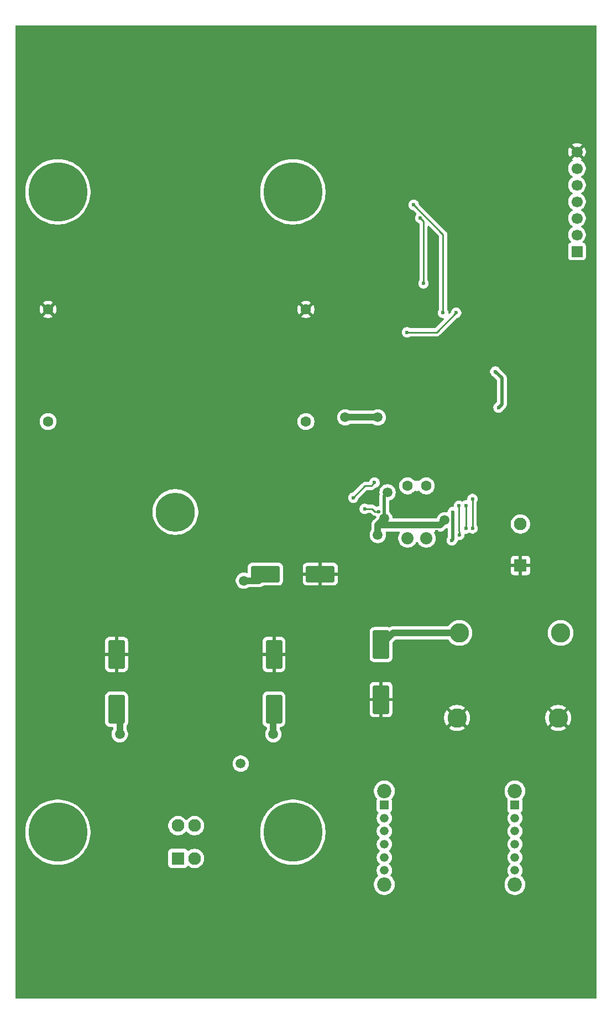
<source format=gbr>
%TF.GenerationSoftware,KiCad,Pcbnew,9.0.4*%
%TF.CreationDate,2025-10-31T13:00:25+01:00*%
%TF.ProjectId,Amperry_robot,416d7065-7272-4795-9f72-6f626f742e6b,rev?*%
%TF.SameCoordinates,Original*%
%TF.FileFunction,Copper,L2,Bot*%
%TF.FilePolarity,Positive*%
%FSLAX46Y46*%
G04 Gerber Fmt 4.6, Leading zero omitted, Abs format (unit mm)*
G04 Created by KiCad (PCBNEW 9.0.4) date 2025-10-31 13:00:25*
%MOMM*%
%LPD*%
G01*
G04 APERTURE LIST*
G04 Aperture macros list*
%AMRoundRect*
0 Rectangle with rounded corners*
0 $1 Rounding radius*
0 $2 $3 $4 $5 $6 $7 $8 $9 X,Y pos of 4 corners*
0 Add a 4 corners polygon primitive as box body*
4,1,4,$2,$3,$4,$5,$6,$7,$8,$9,$2,$3,0*
0 Add four circle primitives for the rounded corners*
1,1,$1+$1,$2,$3*
1,1,$1+$1,$4,$5*
1,1,$1+$1,$6,$7*
1,1,$1+$1,$8,$9*
0 Add four rect primitives between the rounded corners*
20,1,$1+$1,$2,$3,$4,$5,0*
20,1,$1+$1,$4,$5,$6,$7,0*
20,1,$1+$1,$6,$7,$8,$9,0*
20,1,$1+$1,$8,$9,$2,$3,0*%
G04 Aperture macros list end*
%TA.AperFunction,ComponentPad*%
%ADD10R,1.337000X1.337000*%
%TD*%
%TA.AperFunction,ComponentPad*%
%ADD11C,1.337000*%
%TD*%
%TA.AperFunction,ComponentPad*%
%ADD12C,2.190000*%
%TD*%
%TA.AperFunction,ComponentPad*%
%ADD13R,1.950000X1.950000*%
%TD*%
%TA.AperFunction,ComponentPad*%
%ADD14C,1.950000*%
%TD*%
%TA.AperFunction,ComponentPad*%
%ADD15C,9.000000*%
%TD*%
%TA.AperFunction,ComponentPad*%
%ADD16C,6.000000*%
%TD*%
%TA.AperFunction,ComponentPad*%
%ADD17R,1.700000X1.700000*%
%TD*%
%TA.AperFunction,ComponentPad*%
%ADD18C,1.700000*%
%TD*%
%TA.AperFunction,ComponentPad*%
%ADD19C,1.600000*%
%TD*%
%TA.AperFunction,ComponentPad*%
%ADD20C,1.875000*%
%TD*%
%TA.AperFunction,ComponentPad*%
%ADD21C,2.955000*%
%TD*%
%TA.AperFunction,SMDPad,CuDef*%
%ADD22RoundRect,0.250000X-1.950000X-1.000000X1.950000X-1.000000X1.950000X1.000000X-1.950000X1.000000X0*%
%TD*%
%TA.AperFunction,SMDPad,CuDef*%
%ADD23RoundRect,0.250000X1.000000X-1.950000X1.000000X1.950000X-1.000000X1.950000X-1.000000X-1.950000X0*%
%TD*%
%TA.AperFunction,SMDPad,CuDef*%
%ADD24RoundRect,0.250000X-1.000000X1.950000X-1.000000X-1.950000X1.000000X-1.950000X1.000000X1.950000X0*%
%TD*%
%TA.AperFunction,ViaPad*%
%ADD25C,1.500000*%
%TD*%
%TA.AperFunction,ViaPad*%
%ADD26C,0.600000*%
%TD*%
%TA.AperFunction,ViaPad*%
%ADD27C,9.000000*%
%TD*%
%TA.AperFunction,Conductor*%
%ADD28C,0.250000*%
%TD*%
%TA.AperFunction,Conductor*%
%ADD29C,1.000000*%
%TD*%
%TA.AperFunction,Conductor*%
%ADD30C,0.500000*%
%TD*%
G04 APERTURE END LIST*
D10*
%TO.P,S2,1,NC*%
%TO.N,/inputs/VB5V*%
X57000000Y-119850000D03*
D11*
%TO.P,S2,2,NO_1*%
%TO.N,/inputs/VB9V*%
X57000000Y-121850000D03*
%TO.P,S2,3,COM*%
%TO.N,VBMAX*%
X57000000Y-123850000D03*
%TO.P,S2,4,NO_2*%
X57000000Y-125850000D03*
%TO.P,S2,5,NO_3*%
%TO.N,/inputs/VB15V*%
X57000000Y-127850000D03*
%TO.P,S2,6,NO_4*%
%TO.N,/inputs/VB20V*%
X57000000Y-129850000D03*
D12*
%TO.P,S2,7,MH1*%
%TO.N,unconnected-(S2-MH1-Pad7)*%
X57000000Y-117700000D03*
%TO.P,S2,8,MH2*%
%TO.N,unconnected-(S2-MH2-Pad8)*%
X57000000Y-132000000D03*
%TD*%
D10*
%TO.P,S1,1,NC*%
%TO.N,/inputs/Isink1A*%
X77000000Y-119850000D03*
D11*
%TO.P,S1,2,NO_1*%
%TO.N,/inputs/Isink2A*%
X77000000Y-121850000D03*
%TO.P,S1,3,COM*%
%TO.N,ISINKC*%
X77000000Y-123850000D03*
%TO.P,S1,4,NO_2*%
X77000000Y-125850000D03*
%TO.P,S1,5,NO_3*%
%TO.N,/inputs/Isink3A*%
X77000000Y-127850000D03*
%TO.P,S1,6,NO_4*%
%TO.N,/inputs/Isink5A*%
X77000000Y-129850000D03*
D12*
%TO.P,S1,7,MH1*%
%TO.N,unconnected-(S1-MH1-Pad7)*%
X77000000Y-117700000D03*
%TO.P,S1,8,MH2*%
%TO.N,unconnected-(S1-MH2-Pad8)*%
X77000000Y-132000000D03*
%TD*%
D13*
%TO.P,J5,1,1*%
%TO.N,GND*%
X77850000Y-83180000D03*
D14*
%TO.P,J5,2,2*%
%TO.N,VBUS*%
X77850000Y-76830000D03*
%TD*%
D15*
%TO.P,REF\u002A\u002A,1*%
%TO.N,N/C*%
X7000000Y-26000000D03*
%TO.P,REF\u002A\u002A,2*%
X43000000Y-26000000D03*
%TO.P,REF\u002A\u002A,3*%
X7000000Y-124000000D03*
X43000000Y-124000000D03*
D16*
%TO.P,REF\u002A\u002A,5*%
X25000000Y-75000000D03*
%TD*%
D17*
%TO.P,J2,1,Pin_1*%
%TO.N,+3V3*%
X86500000Y-35120000D03*
D18*
%TO.P,J2,2,Pin_2*%
%TO.N,HPI_INT*%
X86500000Y-32580000D03*
%TO.P,J2,3,Pin_3*%
%TO.N,GPIO*%
X86500000Y-30040000D03*
%TO.P,J2,4,Pin_4*%
%TO.N,FLIP*%
X86500000Y-27500000D03*
%TO.P,J2,5,Pin_5*%
%TO.N,SDA*%
X86500000Y-24960000D03*
%TO.P,J2,6,Pin_6*%
%TO.N,SCL*%
X86500000Y-22420000D03*
%TO.P,J2,7,Pin_7*%
%TO.N,GND*%
X86500000Y-19880000D03*
%TD*%
D19*
%TO.P,IC1,1,in-*%
%TO.N,GND*%
X5503000Y-44000000D03*
%TO.P,IC1,2,in+*%
%TO.N,VPBnk*%
X5503000Y-61145000D03*
%TO.P,IC1,3,out+*%
%TO.N,+28V*%
X45000000Y-61145000D03*
%TO.P,IC1,4,out-*%
%TO.N,GND*%
X45000000Y-44000000D03*
%TD*%
D13*
%TO.P,P13,A1,A1*%
%TO.N,+28V*%
X25400000Y-128000000D03*
D14*
%TO.P,P13,A2,A2*%
%TO.N,Net-(Q7-D)*%
X27940000Y-128000000D03*
%TO.P,P13,B1,B1*%
%TO.N,+28V*%
X25400000Y-123000000D03*
%TO.P,P13,B2,B2*%
%TO.N,Net-(Q7-D)*%
X27940000Y-123000000D03*
%TD*%
D20*
%TO.P,J1,MH1,MH1*%
%TO.N,unconnected-(J1-PadMH1)*%
X60570000Y-79000000D03*
D19*
%TO.P,J1,MH2,MH2*%
%TO.N,unconnected-(J1-PadMH2)*%
X60570000Y-71000000D03*
%TO.P,J1,MH3,MH3*%
%TO.N,unconnected-(J1-PadMH3)*%
X63430000Y-71000000D03*
D20*
%TO.P,J1,MH4,MH4*%
%TO.N,unconnected-(J1-PadMH4)*%
X63430000Y-79000000D03*
%TD*%
D21*
%TO.P,J3,1,1*%
%TO.N,VBUS*%
X68500000Y-93500000D03*
%TO.P,J3,2,2*%
X84000000Y-93500000D03*
%TD*%
%TO.P,J4,1,1*%
%TO.N,GND*%
X68125000Y-106500000D03*
%TO.P,J4,2,2*%
X83625000Y-106500000D03*
%TD*%
D22*
%TO.P,C10,1*%
%TO.N,+28V*%
X38800000Y-84500000D03*
%TO.P,C10,2*%
%TO.N,GND*%
X47200000Y-84500000D03*
%TD*%
D23*
%TO.P,C5,1*%
%TO.N,+28V*%
X40100000Y-105200000D03*
%TO.P,C5,2*%
%TO.N,GND*%
X40100000Y-96800000D03*
%TD*%
D24*
%TO.P,C12,1*%
%TO.N,VBUS*%
X56500000Y-95300000D03*
%TO.P,C12,2*%
%TO.N,GND*%
X56500000Y-103700000D03*
%TD*%
D23*
%TO.P,C11,1*%
%TO.N,+28V*%
X16000000Y-105200000D03*
%TO.P,C11,2*%
%TO.N,GND*%
X16000000Y-96800000D03*
%TD*%
D25*
%TO.N,*%
X35000000Y-113500000D03*
D26*
%TO.N,ISINKC*%
X70500000Y-73000000D03*
X70500000Y-77500000D03*
%TO.N,ISINKF*%
X61500000Y-28000000D03*
X66000000Y-44500000D03*
%TO.N,VBMAX*%
X69500000Y-74000000D03*
X69500000Y-77500000D03*
%TO.N,VBMIN*%
X68448000Y-74052000D03*
X68500000Y-78500000D03*
%TO.N,GND*%
X86335000Y-114003137D03*
X17755000Y-93683137D03*
X22835000Y-106383137D03*
X25375000Y-27643137D03*
X30455000Y-32723137D03*
X15215000Y-17483137D03*
X66015000Y-147023137D03*
X60935000Y-144483137D03*
X27915000Y-80983137D03*
X83795000Y-134323137D03*
X12675000Y-129243137D03*
X2515000Y-37803137D03*
X22835000Y-47963137D03*
X83795000Y-119083137D03*
X60935000Y-147023137D03*
X38075000Y-65743137D03*
X15215000Y-68283137D03*
X35535000Y-139403137D03*
X30455000Y-116543137D03*
X15215000Y-88603137D03*
X86335000Y-83523137D03*
X43155000Y-53043137D03*
X58395000Y-78443137D03*
X88875000Y-121623137D03*
X15215000Y-111463137D03*
X35535000Y-101303137D03*
X66015000Y-139403137D03*
X68555000Y-121623137D03*
X12675000Y-131783137D03*
X5055000Y-111463137D03*
X12675000Y-25103137D03*
X2515000Y-93683137D03*
X20295000Y-136863137D03*
X10135000Y-78443137D03*
X10135000Y-103843137D03*
X50775000Y-14943137D03*
X50775000Y-101303137D03*
X63475000Y-147023137D03*
X83795000Y-55583137D03*
X68555000Y-80983137D03*
X68555000Y-103843137D03*
X35535000Y-129243137D03*
X50775000Y-126703137D03*
X12675000Y-50503137D03*
X15215000Y-22563137D03*
X55855000Y-14943137D03*
X53315000Y-75903137D03*
X66015000Y-88603137D03*
X20295000Y-42883137D03*
X5055000Y-83523137D03*
X20295000Y-83523137D03*
X22835000Y-22563137D03*
X86335000Y-103843137D03*
X17755000Y-116543137D03*
X38075000Y-20023137D03*
X38075000Y-42883137D03*
X15215000Y-7323137D03*
X40615000Y-78443137D03*
X5055000Y-32723137D03*
X20295000Y-12403137D03*
X20295000Y-86063137D03*
X40615000Y-7323137D03*
X17755000Y-114003137D03*
X76175000Y-86063137D03*
X66015000Y-2243137D03*
X48235000Y-2243137D03*
X50775000Y-35263137D03*
X45695000Y-141943137D03*
X15215000Y-93683137D03*
X86335000Y-111463137D03*
X10135000Y-88603137D03*
X22835000Y-93683137D03*
X7595000Y-40343137D03*
X15215000Y-25103137D03*
X53315000Y-7323137D03*
X83795000Y-116543137D03*
X20295000Y-106383137D03*
X25375000Y-80983137D03*
X25375000Y-60663137D03*
X68555000Y-96223137D03*
X73635000Y-78443137D03*
X68555000Y-22563137D03*
X7595000Y-111463137D03*
X15215000Y-80983137D03*
X27915000Y-4783137D03*
X73635000Y-88603137D03*
X22835000Y-63203137D03*
X55855000Y-98763137D03*
X20295000Y-119083137D03*
X22835000Y-134323137D03*
X30455000Y-50503137D03*
X71095000Y-4783137D03*
X83795000Y-103843137D03*
X55855000Y-144483137D03*
X2515000Y-116543137D03*
X40615000Y-12403137D03*
X63475000Y-103843137D03*
X43155000Y-103843137D03*
X62500000Y-73000000D03*
X22835000Y-119083137D03*
X15215000Y-47963137D03*
X50775000Y-136863137D03*
X53315000Y-14943137D03*
X38075000Y-4783137D03*
X50775000Y-139403137D03*
X68555000Y-116543137D03*
X60935000Y-131783137D03*
X81255000Y-126703137D03*
X60935000Y-4783137D03*
X53315000Y-12403137D03*
X22835000Y-68283137D03*
X25375000Y-70823137D03*
X88875000Y-86063137D03*
X48235000Y-12403137D03*
X78715000Y-45423137D03*
X12675000Y-55583137D03*
X20295000Y-27643137D03*
X10135000Y-119083137D03*
X10135000Y-80983137D03*
X27915000Y-114003137D03*
X25375000Y-63203137D03*
X73635000Y-68283137D03*
X12675000Y-80983137D03*
X17755000Y-83523137D03*
X15215000Y-139403137D03*
X43155000Y-73363137D03*
X5055000Y-14943137D03*
X43155000Y-40343137D03*
X17755000Y-65743137D03*
X30455000Y-55583137D03*
X48235000Y-136863137D03*
X53315000Y-53043137D03*
X81255000Y-73363137D03*
X10135000Y-134323137D03*
X20295000Y-22563137D03*
X30455000Y-129243137D03*
X43155000Y-134323137D03*
X68555000Y-2243137D03*
X88875000Y-83523137D03*
X10135000Y-40343137D03*
X17755000Y-129243137D03*
X32995000Y-60663137D03*
X30455000Y-78443137D03*
X12675000Y-32723137D03*
X32995000Y-37803137D03*
X45695000Y-20023137D03*
X88875000Y-131783137D03*
X27915000Y-40343137D03*
X15215000Y-141943137D03*
X63475000Y-111463137D03*
X27915000Y-131783137D03*
X60935000Y-108923137D03*
X78715000Y-60663137D03*
X88875000Y-98763137D03*
X35535000Y-121623137D03*
X66015000Y-124163137D03*
X55855000Y-136863137D03*
X43155000Y-131783137D03*
X83795000Y-40343137D03*
X32995000Y-7323137D03*
X55855000Y-12403137D03*
X7595000Y-131783137D03*
X53315000Y-55583137D03*
X35535000Y-124163137D03*
X27915000Y-60663137D03*
X63475000Y-2243137D03*
X88875000Y-78443137D03*
X10135000Y-131783137D03*
X50775000Y-2243137D03*
X20295000Y-139403137D03*
X78715000Y-134323137D03*
X27915000Y-63203137D03*
X78715000Y-88603137D03*
X68555000Y-124163137D03*
X12675000Y-45423137D03*
X20295000Y-101303137D03*
X81255000Y-103843137D03*
X32995000Y-50503137D03*
X10135000Y-86063137D03*
X58395000Y-144483137D03*
X27915000Y-22563137D03*
X43155000Y-106383137D03*
X15215000Y-91143137D03*
X62500000Y-72250000D03*
X20295000Y-88603137D03*
X53315000Y-80983137D03*
X25375000Y-20023137D03*
X35535000Y-103843137D03*
X48235000Y-75903137D03*
X60935000Y-2243137D03*
X45695000Y-144483137D03*
X73635000Y-2243137D03*
X83795000Y-131783137D03*
X35535000Y-78443137D03*
X73635000Y-108923137D03*
X38075000Y-111463137D03*
X25375000Y-40343137D03*
X78715000Y-63203137D03*
X48235000Y-121623137D03*
X43155000Y-111463137D03*
X2515000Y-32723137D03*
X35535000Y-126703137D03*
X22835000Y-83523137D03*
X55855000Y-27643137D03*
X32995000Y-27643137D03*
X73635000Y-30183137D03*
X60935000Y-136863137D03*
X83795000Y-98763137D03*
X32995000Y-136863137D03*
X32995000Y-116543137D03*
X40615000Y-42883137D03*
X53315000Y-141943137D03*
X78715000Y-108923137D03*
X17755000Y-70823137D03*
X88875000Y-101303137D03*
X76175000Y-91143137D03*
X45695000Y-116543137D03*
X22835000Y-12403137D03*
X76175000Y-98763137D03*
X12675000Y-111463137D03*
X71095000Y-20023137D03*
X73635000Y-91143137D03*
X12675000Y-78443137D03*
X48235000Y-30183137D03*
X22835000Y-111463137D03*
X32995000Y-35263137D03*
X35535000Y-55583137D03*
X45695000Y-37803137D03*
X30455000Y-75903137D03*
X22835000Y-65743137D03*
X2515000Y-73363137D03*
X2515000Y-17483137D03*
X30455000Y-30183137D03*
X78715000Y-98763137D03*
X48235000Y-22563137D03*
X86335000Y-93683137D03*
X12675000Y-68283137D03*
X55855000Y-80983137D03*
X5055000Y-86063137D03*
X60000000Y-57500000D03*
X40615000Y-45423137D03*
X55855000Y-35263137D03*
X68555000Y-147023137D03*
X10135000Y-111463137D03*
X71095000Y-25103137D03*
X86335000Y-96223137D03*
X68555000Y-98763137D03*
X12675000Y-98763137D03*
X50775000Y-131783137D03*
X66015000Y-136863137D03*
X48235000Y-37803137D03*
X2515000Y-35263137D03*
X55855000Y-9863137D03*
X68555000Y-35263137D03*
X38075000Y-37803137D03*
X86335000Y-106383137D03*
X68555000Y-136863137D03*
X7595000Y-53043137D03*
X86335000Y-98763137D03*
X7595000Y-91143137D03*
X25375000Y-68283137D03*
X20295000Y-124163137D03*
X25375000Y-50503137D03*
X15215000Y-32723137D03*
X10135000Y-60663137D03*
X10135000Y-114003137D03*
X88875000Y-93683137D03*
X22835000Y-80983137D03*
X88875000Y-103843137D03*
X32995000Y-45423137D03*
X30455000Y-63203137D03*
X83795000Y-124163137D03*
X71095000Y-17483137D03*
X5055000Y-91143137D03*
X2515000Y-50503137D03*
X40615000Y-73363137D03*
X83795000Y-126703137D03*
X30455000Y-45423137D03*
X38075000Y-17483137D03*
X15215000Y-53043137D03*
X35535000Y-14943137D03*
X68555000Y-25103137D03*
X20295000Y-7323137D03*
X40615000Y-35263137D03*
X66015000Y-131783137D03*
X5055000Y-17483137D03*
X20295000Y-78443137D03*
X58395000Y-134323137D03*
X25375000Y-55583137D03*
X32995000Y-53043137D03*
X66015000Y-98763137D03*
X27915000Y-37803137D03*
X15215000Y-35263137D03*
X48235000Y-40343137D03*
X88875000Y-96223137D03*
X50775000Y-45423137D03*
X43155000Y-50503137D03*
X17755000Y-141943137D03*
X30455000Y-83523137D03*
X48235000Y-68283137D03*
X76175000Y-63203137D03*
X27915000Y-83523137D03*
X2515000Y-88603137D03*
X20295000Y-47963137D03*
X50775000Y-4783137D03*
X55855000Y-17483137D03*
X10135000Y-20023137D03*
X22835000Y-96223137D03*
X30455000Y-103843137D03*
X61500000Y-73000000D03*
X2515000Y-53043137D03*
X32995000Y-30183137D03*
X50775000Y-75903137D03*
X53315000Y-129243137D03*
X38075000Y-78443137D03*
X35535000Y-37803137D03*
X48235000Y-134323137D03*
X17755000Y-147023137D03*
X40615000Y-53043137D03*
X27915000Y-78443137D03*
X68555000Y-119083137D03*
X78715000Y-70823137D03*
X12675000Y-124163137D03*
X25375000Y-37803137D03*
X38075000Y-9863137D03*
X12675000Y-88603137D03*
X22835000Y-27643137D03*
X78715000Y-103843137D03*
X38075000Y-88603137D03*
X10135000Y-47963137D03*
X20295000Y-17483137D03*
X40615000Y-93683137D03*
X38075000Y-139403137D03*
X35535000Y-70823137D03*
X71095000Y-96223137D03*
X20295000Y-68283137D03*
X81255000Y-96223137D03*
X25375000Y-9863137D03*
X17755000Y-136863137D03*
X43155000Y-32723137D03*
X66015000Y-22563137D03*
X38075000Y-68283137D03*
X53315000Y-45423137D03*
X17755000Y-12403137D03*
X45695000Y-7323137D03*
X22835000Y-14943137D03*
X15215000Y-40343137D03*
X17755000Y-4783137D03*
X40615000Y-17483137D03*
X43155000Y-88603137D03*
X68555000Y-17483137D03*
X63475000Y-134323137D03*
X17755000Y-86063137D03*
X17755000Y-27643137D03*
X10135000Y-108923137D03*
X55855000Y-2243137D03*
X38075000Y-126703137D03*
X22835000Y-131783137D03*
X27915000Y-106383137D03*
X20295000Y-98763137D03*
X86335000Y-119083137D03*
X25375000Y-32723137D03*
X20295000Y-93683137D03*
X30455000Y-7323137D03*
X27915000Y-47963137D03*
X68555000Y-131783137D03*
X2515000Y-42883137D03*
X27915000Y-98763137D03*
X7595000Y-70823137D03*
X22835000Y-124163137D03*
X32995000Y-131783137D03*
X17755000Y-131783137D03*
X86335000Y-126703137D03*
X5055000Y-70823137D03*
X27915000Y-7323137D03*
X22835000Y-37803137D03*
X58000000Y-61500000D03*
X30455000Y-70823137D03*
X40615000Y-70823137D03*
X20295000Y-37803137D03*
X53315000Y-47963137D03*
X5055000Y-108923137D03*
X12675000Y-91143137D03*
X88875000Y-40343137D03*
X15215000Y-65743137D03*
X38075000Y-75903137D03*
X35535000Y-75903137D03*
X73635000Y-96223137D03*
X15215000Y-37803137D03*
X81255000Y-114003137D03*
X68555000Y-86063137D03*
X55855000Y-30183137D03*
X22835000Y-4783137D03*
X2515000Y-91143137D03*
X22835000Y-32723137D03*
X2515000Y-60663137D03*
X30455000Y-17483137D03*
X45695000Y-98763137D03*
X48235000Y-7323137D03*
X12675000Y-30183137D03*
X88875000Y-42883137D03*
X7595000Y-101303137D03*
X7595000Y-96223137D03*
X78715000Y-96223137D03*
X15215000Y-30183137D03*
X17755000Y-68283137D03*
X71095000Y-50503137D03*
X12675000Y-35263137D03*
X53315000Y-116543137D03*
X81255000Y-14943137D03*
X73635000Y-106383137D03*
X50775000Y-22563137D03*
X38075000Y-14943137D03*
X22835000Y-101303137D03*
X68555000Y-47963137D03*
X35535000Y-2243137D03*
X40615000Y-111463137D03*
X43155000Y-96223137D03*
X30455000Y-9863137D03*
X15215000Y-63203137D03*
X10135000Y-106383137D03*
X38075000Y-53043137D03*
X48235000Y-9863137D03*
X25375000Y-53043137D03*
X32995000Y-42883137D03*
X86335000Y-91143137D03*
X20295000Y-134323137D03*
X17755000Y-63203137D03*
X48235000Y-103843137D03*
X55500000Y-72500000D03*
X32995000Y-121623137D03*
X53315000Y-139403137D03*
X7595000Y-47963137D03*
X20295000Y-35263137D03*
X43155000Y-108923137D03*
X66015000Y-108923137D03*
X5055000Y-88603137D03*
X17755000Y-2243137D03*
X30455000Y-65743137D03*
X20295000Y-129243137D03*
X2515000Y-80983137D03*
X68555000Y-88603137D03*
X76175000Y-108923137D03*
X66015000Y-96223137D03*
X83795000Y-70823137D03*
X10135000Y-70823137D03*
X45695000Y-139403137D03*
X38075000Y-45423137D03*
X12675000Y-96223137D03*
X40615000Y-14943137D03*
X30455000Y-68283137D03*
X38075000Y-12403137D03*
X86335000Y-134323137D03*
X17755000Y-20023137D03*
X12675000Y-27643137D03*
X7595000Y-106383137D03*
X2515000Y-131783137D03*
X88875000Y-75903137D03*
X12675000Y-114003137D03*
X43155000Y-136863137D03*
X86335000Y-75903137D03*
X15215000Y-60663137D03*
X10135000Y-65743137D03*
X50775000Y-30183137D03*
X35535000Y-22563137D03*
X38075000Y-40343137D03*
X12675000Y-116543137D03*
X38075000Y-116543137D03*
X86335000Y-101303137D03*
X25375000Y-4783137D03*
X32995000Y-4783137D03*
X83795000Y-86063137D03*
X88875000Y-88603137D03*
X63475000Y-139403137D03*
X73635000Y-45423137D03*
X88875000Y-14943137D03*
X73635000Y-55583137D03*
X15215000Y-27643137D03*
X43155000Y-47963137D03*
X53315000Y-4783137D03*
X22835000Y-42883137D03*
X20295000Y-2243137D03*
X83795000Y-68283137D03*
X12675000Y-101303137D03*
X55855000Y-147023137D03*
X76175000Y-14943137D03*
X15215000Y-144483137D03*
X17755000Y-47963137D03*
X78715000Y-129243137D03*
X27915000Y-134323137D03*
X38075000Y-35263137D03*
X76175000Y-22563137D03*
X45695000Y-17483137D03*
X20295000Y-70823137D03*
X30455000Y-91143137D03*
X35535000Y-32723137D03*
X43155000Y-83523137D03*
X40615000Y-4783137D03*
X53315000Y-30183137D03*
X7595000Y-63203137D03*
X81255000Y-50503137D03*
D27*
X7000000Y-143000000D03*
D26*
X60935000Y-22563137D03*
X30455000Y-88603137D03*
X40615000Y-116543137D03*
X60935000Y-17483137D03*
X35535000Y-20023137D03*
X7595000Y-55583137D03*
X38075000Y-91143137D03*
X53315000Y-136863137D03*
X25375000Y-2243137D03*
X40615000Y-80983137D03*
X78715000Y-50503137D03*
X10135000Y-53043137D03*
X58395000Y-32723137D03*
X35535000Y-50503137D03*
X40615000Y-91143137D03*
X30455000Y-106383137D03*
X45695000Y-9863137D03*
X38075000Y-114003137D03*
X71095000Y-2243137D03*
X27915000Y-9863137D03*
X15215000Y-101303137D03*
X35535000Y-42883137D03*
X30455000Y-93683137D03*
X45695000Y-63203137D03*
X73635000Y-103843137D03*
X22835000Y-45423137D03*
X45695000Y-2243137D03*
X50775000Y-121623137D03*
X30455000Y-27643137D03*
X27915000Y-70823137D03*
X22835000Y-9863137D03*
X53315000Y-147023137D03*
X38075000Y-47963137D03*
X45695000Y-129243137D03*
X81255000Y-134323137D03*
X15215000Y-83523137D03*
X63475000Y-22563137D03*
X50775000Y-141943137D03*
X12675000Y-42883137D03*
X2515000Y-101303137D03*
X30455000Y-73363137D03*
X25375000Y-14943137D03*
X45695000Y-96223137D03*
X38075000Y-22563137D03*
X66015000Y-116543137D03*
X15215000Y-131783137D03*
X27915000Y-17483137D03*
X30455000Y-86063137D03*
X43155000Y-65743137D03*
D27*
X83000000Y-7000000D03*
D26*
X48235000Y-42883137D03*
X27915000Y-12403137D03*
X50775000Y-124163137D03*
X22835000Y-129243137D03*
X38075000Y-93683137D03*
X32995000Y-103843137D03*
X43155000Y-63203137D03*
X60935000Y-25103137D03*
X78715000Y-86063137D03*
X35535000Y-68283137D03*
X27915000Y-139403137D03*
X68555000Y-20023137D03*
X35535000Y-93683137D03*
X12675000Y-60663137D03*
X81255000Y-116543137D03*
X40615000Y-9863137D03*
X15215000Y-116543137D03*
X12675000Y-40343137D03*
X22835000Y-50503137D03*
X66015000Y-4783137D03*
X10135000Y-35263137D03*
X83795000Y-108923137D03*
X5055000Y-131783137D03*
X35535000Y-35263137D03*
X25375000Y-93683137D03*
X45695000Y-131783137D03*
X5055000Y-75903137D03*
X5055000Y-101303137D03*
X27915000Y-32723137D03*
X10135000Y-98763137D03*
X17755000Y-22563137D03*
X83795000Y-88603137D03*
X5055000Y-68283137D03*
X17755000Y-7323137D03*
X43155000Y-75903137D03*
X17755000Y-32723137D03*
X50775000Y-7323137D03*
X60935000Y-141943137D03*
X25375000Y-7323137D03*
X76175000Y-96223137D03*
X43155000Y-17483137D03*
X25375000Y-45423137D03*
X86335000Y-78443137D03*
X32995000Y-40343137D03*
X12675000Y-47963137D03*
X15215000Y-119083137D03*
X88875000Y-129243137D03*
X78715000Y-101303137D03*
X15215000Y-70823137D03*
X48235000Y-32723137D03*
X81255000Y-20023137D03*
X71095000Y-88603137D03*
X2515000Y-103843137D03*
X40615000Y-55583137D03*
X17755000Y-9863137D03*
X7595000Y-75903137D03*
X7595000Y-88603137D03*
X43155000Y-91143137D03*
X81255000Y-98763137D03*
X27915000Y-88603137D03*
X40615000Y-50503137D03*
X63475000Y-106383137D03*
X35535000Y-9863137D03*
X32995000Y-25103137D03*
X55855000Y-134323137D03*
X17755000Y-53043137D03*
X76175000Y-101303137D03*
X58395000Y-4783137D03*
X30455000Y-60663137D03*
X27915000Y-93683137D03*
X40615000Y-32723137D03*
X15215000Y-136863137D03*
X20295000Y-40343137D03*
X73635000Y-116543137D03*
X25375000Y-17483137D03*
X86335000Y-40343137D03*
X32995000Y-119083137D03*
X25375000Y-35263137D03*
X40615000Y-63203137D03*
X20295000Y-65743137D03*
X12675000Y-86063137D03*
X5055000Y-134323137D03*
X32995000Y-9863137D03*
X30455000Y-80983137D03*
X5055000Y-98763137D03*
X35535000Y-131783137D03*
X12675000Y-103843137D03*
X43155000Y-35263137D03*
X2515000Y-14943137D03*
X35535000Y-12403137D03*
X10135000Y-42883137D03*
X40615000Y-40343137D03*
X17755000Y-134323137D03*
X48235000Y-47963137D03*
X83795000Y-129243137D03*
X48235000Y-80983137D03*
X32995000Y-101303137D03*
X12675000Y-73363137D03*
X58395000Y-27643137D03*
X25375000Y-25103137D03*
X60935000Y-139403137D03*
X53315000Y-2243137D03*
X2515000Y-55583137D03*
X20295000Y-114003137D03*
X45695000Y-136863137D03*
X66015000Y-25103137D03*
X35535000Y-4783137D03*
X73635000Y-119083137D03*
X76175000Y-106383137D03*
X22835000Y-7323137D03*
X30455000Y-12403137D03*
X43155000Y-7323137D03*
X17755000Y-35263137D03*
X55855000Y-7323137D03*
X27915000Y-35263137D03*
X48235000Y-126703137D03*
X32995000Y-32723137D03*
X45695000Y-4783137D03*
X38075000Y-70823137D03*
X7595000Y-134323137D03*
X35535000Y-60663137D03*
X10135000Y-75903137D03*
X48235000Y-4783137D03*
X12675000Y-106383137D03*
X20295000Y-126703137D03*
X43155000Y-4783137D03*
X45695000Y-93683137D03*
X63475000Y-144483137D03*
X5055000Y-50503137D03*
X35535000Y-136863137D03*
X60935000Y-80983137D03*
X71095000Y-101303137D03*
X15215000Y-4783137D03*
X20295000Y-50503137D03*
X81255000Y-129243137D03*
X32995000Y-63203137D03*
X35535000Y-96223137D03*
X50775000Y-27643137D03*
X2515000Y-20023137D03*
X35535000Y-98763137D03*
X48235000Y-53043137D03*
X38075000Y-32723137D03*
X30455000Y-96223137D03*
X20295000Y-121623137D03*
X73635000Y-75903137D03*
X30455000Y-126703137D03*
X27915000Y-50503137D03*
X17755000Y-101303137D03*
X40615000Y-2243137D03*
X35535000Y-91143137D03*
X12675000Y-93683137D03*
X10135000Y-73363137D03*
X25375000Y-22563137D03*
X10135000Y-83523137D03*
X66015000Y-119083137D03*
X2515000Y-83523137D03*
X68555000Y-134323137D03*
X88875000Y-111463137D03*
X43155000Y-114003137D03*
X43155000Y-12403137D03*
X53315000Y-35263137D03*
X25375000Y-86063137D03*
X17755000Y-55583137D03*
X53315000Y-40343137D03*
X43155000Y-116543137D03*
X17755000Y-17483137D03*
X71095000Y-108923137D03*
X43155000Y-80983137D03*
X83795000Y-96223137D03*
X2515000Y-96223137D03*
X7595000Y-78443137D03*
X53315000Y-131783137D03*
X53315000Y-27643137D03*
X88875000Y-106383137D03*
X78715000Y-80983137D03*
X17755000Y-78443137D03*
X7595000Y-114003137D03*
X2515000Y-70823137D03*
X53315000Y-42883137D03*
X22835000Y-86063137D03*
X63475000Y-108923137D03*
X45695000Y-35263137D03*
X17755000Y-37803137D03*
X45695000Y-14943137D03*
X83795000Y-35263137D03*
X60935000Y-91143137D03*
X66015000Y-101303137D03*
X10135000Y-37803137D03*
X7595000Y-20023137D03*
X73635000Y-98763137D03*
X48235000Y-20023137D03*
X81255000Y-106383137D03*
X25375000Y-65743137D03*
X73635000Y-86063137D03*
X66015000Y-134323137D03*
X17755000Y-60663137D03*
X7595000Y-98763137D03*
X65000000Y-78000000D03*
X5055000Y-63203137D03*
X88875000Y-114003137D03*
X20295000Y-45423137D03*
X25375000Y-96223137D03*
X5055000Y-93683137D03*
X22835000Y-139403137D03*
X38075000Y-30183137D03*
X81255000Y-68283137D03*
X60935000Y-20023137D03*
X22835000Y-116543137D03*
X40615000Y-65743137D03*
X22835000Y-98763137D03*
X22835000Y-60663137D03*
X30455000Y-25103137D03*
X20295000Y-60663137D03*
X17755000Y-139403137D03*
X12675000Y-75903137D03*
X48235000Y-55583137D03*
X45695000Y-91143137D03*
X78715000Y-91143137D03*
X15215000Y-75903137D03*
X30455000Y-14943137D03*
X32995000Y-2243137D03*
X7595000Y-50503137D03*
X60935000Y-30183137D03*
X12675000Y-70823137D03*
X35535000Y-73363137D03*
X12675000Y-83523137D03*
X50775000Y-32723137D03*
X76175000Y-50503137D03*
X40615000Y-114003137D03*
X86335000Y-80983137D03*
X5055000Y-80983137D03*
X58395000Y-7323137D03*
X25375000Y-98763137D03*
X81255000Y-124163137D03*
X30455000Y-47963137D03*
X22835000Y-114003137D03*
X7595000Y-93683137D03*
X53315000Y-37803137D03*
X17755000Y-91143137D03*
X81255000Y-121623137D03*
X5055000Y-73363137D03*
X52500000Y-87000000D03*
X76175000Y-103843137D03*
X12675000Y-134323137D03*
X43155000Y-14943137D03*
X63475000Y-25103137D03*
X15215000Y-114003137D03*
X10135000Y-50503137D03*
X2515000Y-86063137D03*
X86335000Y-50503137D03*
X76175000Y-111463137D03*
X35535000Y-17483137D03*
X81255000Y-108923137D03*
X22835000Y-35263137D03*
X15215000Y-12403137D03*
X45695000Y-53043137D03*
X5055000Y-106383137D03*
X88875000Y-45423137D03*
X38075000Y-7323137D03*
X17755000Y-50503137D03*
X22835000Y-121623137D03*
X86335000Y-14943137D03*
X25375000Y-91143137D03*
X10135000Y-55583137D03*
X2515000Y-40343137D03*
X88875000Y-108923137D03*
X86335000Y-121623137D03*
X2515000Y-108923137D03*
X78715000Y-106383137D03*
X38075000Y-119083137D03*
X2515000Y-30183137D03*
X22835000Y-126703137D03*
X58395000Y-80983137D03*
X35535000Y-80983137D03*
X50775000Y-40343137D03*
X5055000Y-103843137D03*
X7595000Y-17483137D03*
X5055000Y-65743137D03*
X7595000Y-73363137D03*
X83795000Y-14943137D03*
X63475000Y-17483137D03*
X88875000Y-124163137D03*
X27915000Y-27643137D03*
X22835000Y-17483137D03*
X30455000Y-2243137D03*
X20295000Y-30183137D03*
X15215000Y-78443137D03*
X22835000Y-2243137D03*
X61500000Y-72250000D03*
X71095000Y-80983137D03*
X71095000Y-147023137D03*
X53315000Y-50503137D03*
X22835000Y-70823137D03*
X81255000Y-35263137D03*
X20295000Y-32723137D03*
X45695000Y-88603137D03*
X20295000Y-20023137D03*
X50775000Y-47963137D03*
X48235000Y-141943137D03*
X50775000Y-37803137D03*
X5055000Y-47963137D03*
X25375000Y-42883137D03*
X17755000Y-25103137D03*
X83795000Y-50503137D03*
X43155000Y-86063137D03*
X22835000Y-25103137D03*
X68555000Y-108923137D03*
X43155000Y-70823137D03*
X27915000Y-65743137D03*
X48235000Y-131783137D03*
X20295000Y-96223137D03*
X88875000Y-126703137D03*
X50775000Y-50503137D03*
X63475000Y-27643137D03*
X15215000Y-134323137D03*
X48235000Y-139403137D03*
X43155000Y-37803137D03*
X17755000Y-42883137D03*
X17755000Y-30183137D03*
X17755000Y-75903137D03*
X10135000Y-63203137D03*
X66015000Y-129243137D03*
X40615000Y-20023137D03*
X2515000Y-75903137D03*
X43155000Y-93683137D03*
X17755000Y-80983137D03*
X5055000Y-20023137D03*
X12675000Y-126703137D03*
X68555000Y-111463137D03*
X35535000Y-106383137D03*
X35535000Y-27643137D03*
X2515000Y-63203137D03*
X32995000Y-129243137D03*
X35535000Y-30183137D03*
X20295000Y-91143137D03*
X27915000Y-2243137D03*
X32995000Y-14943137D03*
X30455000Y-119083137D03*
X40615000Y-68283137D03*
X5055000Y-53043137D03*
X27915000Y-42883137D03*
X7595000Y-32723137D03*
X58395000Y-30183137D03*
X88875000Y-119083137D03*
X12675000Y-53043137D03*
X43155000Y-42883137D03*
X66015000Y-17483137D03*
X81255000Y-101303137D03*
X7595000Y-116543137D03*
X22835000Y-20023137D03*
X53315000Y-32723137D03*
X66015000Y-126703137D03*
X38075000Y-55583137D03*
X10135000Y-93683137D03*
X25375000Y-47963137D03*
X10135000Y-14943137D03*
X15215000Y-73363137D03*
X20295000Y-103843137D03*
X27915000Y-86063137D03*
X53315000Y-17483137D03*
X2515000Y-119083137D03*
X73635000Y-4783137D03*
X12675000Y-22563137D03*
X35535000Y-53043137D03*
X7595000Y-68283137D03*
X2515000Y-78443137D03*
X32995000Y-22563137D03*
X2515000Y-129243137D03*
X40615000Y-101303137D03*
X27915000Y-14943137D03*
X30455000Y-20023137D03*
X5055000Y-40343137D03*
D27*
X83000000Y-143000000D03*
D26*
X81255000Y-70823137D03*
X83795000Y-83523137D03*
X86335000Y-116543137D03*
X38075000Y-2243137D03*
X66015000Y-91143137D03*
X86335000Y-108923137D03*
X30455000Y-4783137D03*
X86335000Y-88603137D03*
X15215000Y-129243137D03*
X2515000Y-65743137D03*
X5055000Y-78443137D03*
X88875000Y-116543137D03*
X50775000Y-25103137D03*
X15215000Y-121623137D03*
X5055000Y-37803137D03*
X15215000Y-42883137D03*
X15215000Y-2243137D03*
X7595000Y-103843137D03*
X45695000Y-32723137D03*
X81255000Y-119083137D03*
X38075000Y-50503137D03*
X20295000Y-53043137D03*
X10135000Y-101303137D03*
X78715000Y-35263137D03*
X60935000Y-88603137D03*
X60935000Y-101303137D03*
X5055000Y-114003137D03*
X68555000Y-4783137D03*
X50775000Y-12403137D03*
X22835000Y-30183137D03*
X10135000Y-68283137D03*
X2515000Y-106383137D03*
X50775000Y-103843137D03*
X40615000Y-88603137D03*
X20295000Y-25103137D03*
X32995000Y-12403137D03*
X50775000Y-17483137D03*
X48235000Y-35263137D03*
X30455000Y-35263137D03*
X7595000Y-108923137D03*
X7595000Y-86063137D03*
X71095000Y-98763137D03*
X35535000Y-119083137D03*
X71095000Y-22563137D03*
D27*
X7000000Y-7000000D03*
D26*
X35535000Y-45423137D03*
X71095000Y-91143137D03*
X25375000Y-139403137D03*
X53315000Y-134323137D03*
X66015000Y-20023137D03*
X20295000Y-73363137D03*
X17755000Y-111463137D03*
X30455000Y-124163137D03*
X50775000Y-20023137D03*
X78715000Y-73363137D03*
X43155000Y-139403137D03*
X10135000Y-96223137D03*
X10135000Y-129243137D03*
X30455000Y-53043137D03*
X17755000Y-124163137D03*
X30455000Y-139403137D03*
X55855000Y-139403137D03*
X12675000Y-63203137D03*
X43155000Y-20023137D03*
X20295000Y-116543137D03*
X25375000Y-12403137D03*
X25375000Y-30183137D03*
X12675000Y-108923137D03*
X32995000Y-106383137D03*
X7595000Y-37803137D03*
X53315000Y-9863137D03*
X40615000Y-129243137D03*
X43155000Y-78443137D03*
X27915000Y-45423137D03*
X7595000Y-45423137D03*
X2515000Y-47963137D03*
X48235000Y-17483137D03*
X20295000Y-14943137D03*
X15215000Y-147023137D03*
X27915000Y-96223137D03*
X58395000Y-141943137D03*
X5055000Y-129243137D03*
X2515000Y-111463137D03*
X35535000Y-40343137D03*
X20295000Y-9863137D03*
X20295000Y-80983137D03*
X17755000Y-45423137D03*
X17755000Y-126703137D03*
X40615000Y-75903137D03*
X83795000Y-80983137D03*
X20295000Y-75903137D03*
X88875000Y-73363137D03*
X22835000Y-88603137D03*
X2515000Y-68283137D03*
X48235000Y-144483137D03*
X78715000Y-124163137D03*
X81255000Y-131783137D03*
X35535000Y-47963137D03*
X17755000Y-119083137D03*
X58395000Y-9863137D03*
X20295000Y-141943137D03*
X88875000Y-134323137D03*
X86335000Y-86063137D03*
X73635000Y-20023137D03*
X32995000Y-20023137D03*
X10135000Y-17483137D03*
X30455000Y-42883137D03*
X78715000Y-111463137D03*
X32995000Y-17483137D03*
X43155000Y-98763137D03*
X27915000Y-119083137D03*
X27915000Y-55583137D03*
X68555000Y-139403137D03*
X40615000Y-47963137D03*
X48235000Y-27643137D03*
X20295000Y-55583137D03*
X50775000Y-9863137D03*
X78715000Y-126703137D03*
X7595000Y-42883137D03*
X15215000Y-9863137D03*
X71095000Y-121623137D03*
X32995000Y-55583137D03*
X71095000Y-32723137D03*
X32995000Y-139403137D03*
X5055000Y-35263137D03*
X86335000Y-37803137D03*
X38075000Y-73363137D03*
X27915000Y-30183137D03*
X86335000Y-129243137D03*
X12675000Y-20023137D03*
X48235000Y-50503137D03*
X88875000Y-91143137D03*
X22835000Y-103843137D03*
X86335000Y-124163137D03*
X71095000Y-116543137D03*
X71095000Y-111463137D03*
X60935000Y-65743137D03*
X7595000Y-14943137D03*
X38075000Y-129243137D03*
X12675000Y-65743137D03*
X5055000Y-58123137D03*
X83795000Y-20023137D03*
X63475000Y-20023137D03*
X10135000Y-91143137D03*
X63475000Y-4783137D03*
X2515000Y-22563137D03*
X50775000Y-134323137D03*
X5055000Y-116543137D03*
X50775000Y-42883137D03*
X22835000Y-40343137D03*
X2515000Y-114003137D03*
X66015000Y-103843137D03*
X55855000Y-4783137D03*
X43155000Y-55583137D03*
X30455000Y-121623137D03*
X32995000Y-47963137D03*
X38075000Y-80983137D03*
X50775000Y-144483137D03*
X73635000Y-147023137D03*
X12675000Y-121623137D03*
X83795000Y-101303137D03*
X76175000Y-134323137D03*
X68555000Y-101303137D03*
X15215000Y-50503137D03*
X17755000Y-121623137D03*
X15215000Y-124163137D03*
X45695000Y-80983137D03*
X15215000Y-86063137D03*
X58395000Y-147023137D03*
X76175000Y-45423137D03*
X76175000Y-73363137D03*
X22835000Y-55583137D03*
X15215000Y-20023137D03*
X2515000Y-134323137D03*
X30455000Y-22563137D03*
X73635000Y-22563137D03*
X60935000Y-7323137D03*
X32995000Y-126703137D03*
X86335000Y-131783137D03*
X17755000Y-14943137D03*
X30455000Y-114003137D03*
X50775000Y-83523137D03*
X81255000Y-111463137D03*
X48235000Y-119083137D03*
X22835000Y-91143137D03*
X35535000Y-7323137D03*
X12675000Y-17483137D03*
X88875000Y-80983137D03*
X2515000Y-98763137D03*
X53315000Y-124163137D03*
X10135000Y-116543137D03*
X68555000Y-65743137D03*
X20295000Y-4783137D03*
X12675000Y-119083137D03*
X12675000Y-37803137D03*
X32995000Y-124163137D03*
X43155000Y-101303137D03*
X43155000Y-45423137D03*
X45695000Y-50503137D03*
X27915000Y-111463137D03*
X25375000Y-101303137D03*
X38075000Y-101303137D03*
X2515000Y-58123137D03*
X7595000Y-83523137D03*
X22835000Y-53043137D03*
X20295000Y-111463137D03*
X88875000Y-37803137D03*
X48235000Y-45423137D03*
X53315000Y-126703137D03*
X45695000Y-55583137D03*
X35535000Y-25103137D03*
X5055000Y-55583137D03*
X48235000Y-129243137D03*
X83795000Y-78443137D03*
X48235000Y-14943137D03*
X83795000Y-111463137D03*
X45695000Y-47963137D03*
X20295000Y-131783137D03*
X35535000Y-116543137D03*
X71095000Y-119083137D03*
X63475000Y-136863137D03*
X27915000Y-20023137D03*
X7595000Y-80983137D03*
X45695000Y-12403137D03*
X68555000Y-91143137D03*
X83795000Y-121623137D03*
X25375000Y-88603137D03*
X7595000Y-65743137D03*
X15215000Y-55583137D03*
X66015000Y-121623137D03*
X10135000Y-32723137D03*
X27915000Y-53043137D03*
X43155000Y-2243137D03*
X15215000Y-14943137D03*
X66015000Y-111463137D03*
X27915000Y-91143137D03*
X2515000Y-45423137D03*
X83795000Y-58123137D03*
X30455000Y-111463137D03*
X73635000Y-111463137D03*
X86335000Y-68283137D03*
X15215000Y-126703137D03*
X15215000Y-45423137D03*
X40615000Y-37803137D03*
X43155000Y-9863137D03*
X43155000Y-68283137D03*
X45695000Y-134323137D03*
X30455000Y-40343137D03*
X63475000Y-141943137D03*
X12675000Y-14943137D03*
X25375000Y-83523137D03*
X7595000Y-35263137D03*
X73635000Y-101303137D03*
X35535000Y-88603137D03*
X50775000Y-80983137D03*
X20295000Y-63203137D03*
X27915000Y-25103137D03*
X81255000Y-40343137D03*
X17755000Y-88603137D03*
X50775000Y-129243137D03*
X5055000Y-96223137D03*
X30455000Y-37803137D03*
X17755000Y-144483137D03*
X17755000Y-73363137D03*
X45695000Y-119083137D03*
X45695000Y-40343137D03*
X83795000Y-114003137D03*
X10135000Y-45423137D03*
X27915000Y-68283137D03*
X71095000Y-103843137D03*
X27915000Y-116543137D03*
X58395000Y-2243137D03*
X55855000Y-32723137D03*
X76175000Y-88603137D03*
X71095000Y-106383137D03*
X17755000Y-40343137D03*
D25*
%TO.N,VPBnk*%
X57000000Y-76000000D03*
X51000000Y-60500000D03*
X57500000Y-72000000D03*
X66250000Y-76250000D03*
X56000000Y-78500000D03*
X56000000Y-60500000D03*
D26*
%TO.N,+3V3*%
X67342706Y-79342706D03*
X67500000Y-75000000D03*
%TO.N,VBUS*%
X60500000Y-47500000D03*
X68000000Y-44500000D03*
%TO.N,/G_Q*%
X74000000Y-53500000D03*
X74500000Y-59000000D03*
%TO.N,/CC2*%
X52250000Y-72812500D03*
X55500000Y-70500000D03*
%TO.N,/CC1*%
X54000000Y-74500000D03*
X56100000Y-74924000D03*
D25*
%TO.N,+28V*%
X35500000Y-85500000D03*
X16500000Y-109000000D03*
X40000000Y-109000000D03*
D26*
%TO.N,/FAULT*%
X63000000Y-40000000D03*
X62500000Y-30000000D03*
%TD*%
D28*
%TO.N,ISINKC*%
X70500000Y-73000000D02*
X70500000Y-77500000D01*
%TO.N,ISINKF*%
X66000000Y-44500000D02*
X66000000Y-32500000D01*
X66000000Y-32500000D02*
X61500000Y-28000000D01*
%TO.N,VBMAX*%
X69500000Y-77500000D02*
X69500000Y-74000000D01*
%TO.N,VBMIN*%
X68500000Y-78500000D02*
X68500000Y-78000000D01*
X68448000Y-74052000D02*
X68500000Y-74000000D01*
X68500000Y-78000000D02*
X68448000Y-77948000D01*
X68448000Y-77948000D02*
X68448000Y-74052000D01*
D29*
%TO.N,VPBnk*%
X56000000Y-78500000D02*
X56000000Y-77000000D01*
X56000000Y-77000000D02*
X65500000Y-77000000D01*
X65500000Y-77000000D02*
X66250000Y-76250000D01*
X56000000Y-77000000D02*
X57000000Y-76000000D01*
D30*
X57000000Y-72500000D02*
X57500000Y-72000000D01*
X57000000Y-76000000D02*
X57000000Y-72500000D01*
D29*
X51000000Y-60500000D02*
X56000000Y-60500000D01*
D30*
%TO.N,+3V3*%
X67500000Y-75000000D02*
X67500000Y-79185412D01*
X67500000Y-79185412D02*
X67342706Y-79342706D01*
D29*
%TO.N,VBUS*%
X58300000Y-93500000D02*
X68500000Y-93500000D01*
X56500000Y-95300000D02*
X58300000Y-93500000D01*
D28*
X65000000Y-47500000D02*
X60500000Y-47500000D01*
X68000000Y-44500000D02*
X65000000Y-47500000D01*
D30*
%TO.N,/G_Q*%
X75000000Y-54500000D02*
X74000000Y-53500000D01*
X75000000Y-58500000D02*
X75000000Y-58000000D01*
X74500000Y-59000000D02*
X75000000Y-58500000D01*
X75000000Y-58000000D02*
X75000000Y-54500000D01*
D28*
%TO.N,/CC2*%
X55000000Y-71000000D02*
X55500000Y-70500000D01*
X54062500Y-71000000D02*
X55000000Y-71000000D01*
X52250000Y-72812500D02*
X54062500Y-71000000D01*
%TO.N,/CC1*%
X55576000Y-74924000D02*
X55152000Y-74500000D01*
X55152000Y-74500000D02*
X54000000Y-74500000D01*
X56100000Y-74924000D02*
X55576000Y-74924000D01*
D29*
%TO.N,+28V*%
X37800000Y-85500000D02*
X38800000Y-84500000D01*
X40000000Y-105300000D02*
X40100000Y-105200000D01*
X40000000Y-109000000D02*
X40000000Y-105300000D01*
X16500000Y-105700000D02*
X16000000Y-105200000D01*
X16500000Y-109000000D02*
X16500000Y-105700000D01*
X35500000Y-85500000D02*
X37800000Y-85500000D01*
D28*
%TO.N,/FAULT*%
X63000000Y-30500000D02*
X63000000Y-40000000D01*
X62500000Y-30000000D02*
X63000000Y-30500000D01*
%TD*%
%TA.AperFunction,Conductor*%
%TO.N,GND*%
G36*
X89442539Y-520185D02*
G01*
X89488294Y-572989D01*
X89499500Y-624500D01*
X89499500Y-149375500D01*
X89479815Y-149442539D01*
X89427011Y-149488294D01*
X89375500Y-149499500D01*
X624500Y-149499500D01*
X557461Y-149479815D01*
X511706Y-149427011D01*
X500500Y-149375500D01*
X500500Y-123781669D01*
X1999500Y-123781669D01*
X1999500Y-124218330D01*
X2037557Y-124653320D01*
X2037557Y-124653324D01*
X2113379Y-125083327D01*
X2113383Y-125083344D01*
X2226392Y-125505105D01*
X2375740Y-125915434D01*
X2375746Y-125915449D01*
X2560272Y-126311164D01*
X2560277Y-126311174D01*
X2778603Y-126689326D01*
X2778607Y-126689332D01*
X2778614Y-126689343D01*
X3029057Y-127047013D01*
X3179806Y-127226668D01*
X3309732Y-127381507D01*
X3618493Y-127690268D01*
X3757572Y-127806969D01*
X3952986Y-127970942D01*
X4310656Y-128221385D01*
X4310663Y-128221389D01*
X4310674Y-128221397D01*
X4688826Y-128439723D01*
X4688835Y-128439727D01*
X5084550Y-128624253D01*
X5084555Y-128624255D01*
X5084568Y-128624261D01*
X5494888Y-128773605D01*
X5494889Y-128773605D01*
X5494894Y-128773607D01*
X5612116Y-128805016D01*
X5916663Y-128886619D01*
X6346682Y-128962443D01*
X6781671Y-129000499D01*
X6781672Y-129000500D01*
X6781673Y-129000500D01*
X7218328Y-129000500D01*
X7218328Y-129000499D01*
X7653318Y-128962443D01*
X7660232Y-128961224D01*
X7722099Y-128950315D01*
X8083337Y-128886619D01*
X8505112Y-128773605D01*
X8915432Y-128624261D01*
X9311174Y-128439723D01*
X9689326Y-128221397D01*
X10047012Y-127970943D01*
X10381507Y-127690268D01*
X10690268Y-127381507D01*
X10970943Y-127047012D01*
X11019871Y-126977135D01*
X23924500Y-126977135D01*
X23924500Y-129022870D01*
X23924501Y-129022876D01*
X23930908Y-129082483D01*
X23981202Y-129217328D01*
X23981206Y-129217335D01*
X24067452Y-129332544D01*
X24067455Y-129332547D01*
X24182664Y-129418793D01*
X24182671Y-129418797D01*
X24317517Y-129469091D01*
X24317516Y-129469091D01*
X24324444Y-129469835D01*
X24377127Y-129475500D01*
X26422872Y-129475499D01*
X26482483Y-129469091D01*
X26617331Y-129418796D01*
X26732546Y-129332546D01*
X26818796Y-129217331D01*
X26822834Y-129206505D01*
X26864703Y-129150570D01*
X26930166Y-129126150D01*
X26998440Y-129140999D01*
X27011890Y-129149508D01*
X27166669Y-129261961D01*
X27264436Y-129311776D01*
X27373599Y-129367398D01*
X27373601Y-129367398D01*
X27373604Y-129367400D01*
X27594486Y-129439169D01*
X27712668Y-129457886D01*
X27823871Y-129475500D01*
X27823876Y-129475500D01*
X28056129Y-129475500D01*
X28157502Y-129459443D01*
X28285514Y-129439169D01*
X28506396Y-129367400D01*
X28713331Y-129261961D01*
X28901224Y-129125449D01*
X29065449Y-128961224D01*
X29201961Y-128773331D01*
X29307400Y-128566396D01*
X29379169Y-128345514D01*
X29399443Y-128217502D01*
X29415500Y-128116129D01*
X29415500Y-127883870D01*
X29384836Y-127690268D01*
X29379169Y-127654486D01*
X29307400Y-127433604D01*
X29307398Y-127433601D01*
X29307398Y-127433599D01*
X29251776Y-127324436D01*
X29201961Y-127226669D01*
X29065449Y-127038776D01*
X28901224Y-126874551D01*
X28713331Y-126738039D01*
X28506400Y-126632601D01*
X28285514Y-126560831D01*
X28056129Y-126524500D01*
X28056124Y-126524500D01*
X27823876Y-126524500D01*
X27823871Y-126524500D01*
X27594485Y-126560831D01*
X27373599Y-126632601D01*
X27166665Y-126738041D01*
X27011902Y-126850482D01*
X26946095Y-126873962D01*
X26878042Y-126858136D01*
X26829347Y-126808030D01*
X26822835Y-126793497D01*
X26818797Y-126782671D01*
X26818793Y-126782664D01*
X26732547Y-126667455D01*
X26732544Y-126667452D01*
X26617335Y-126581206D01*
X26617328Y-126581202D01*
X26482482Y-126530908D01*
X26482483Y-126530908D01*
X26422883Y-126524501D01*
X26422881Y-126524500D01*
X26422873Y-126524500D01*
X26422864Y-126524500D01*
X24377129Y-126524500D01*
X24377123Y-126524501D01*
X24317516Y-126530908D01*
X24182671Y-126581202D01*
X24182664Y-126581206D01*
X24067455Y-126667452D01*
X24067452Y-126667455D01*
X23981206Y-126782664D01*
X23981202Y-126782671D01*
X23930908Y-126917517D01*
X23924501Y-126977116D01*
X23924500Y-126977135D01*
X11019871Y-126977135D01*
X11221397Y-126689326D01*
X11439723Y-126311174D01*
X11624261Y-125915432D01*
X11773605Y-125505112D01*
X11886619Y-125083337D01*
X11962443Y-124653318D01*
X12000500Y-124218327D01*
X12000500Y-123781673D01*
X11962443Y-123346682D01*
X11886619Y-122916663D01*
X11877832Y-122883870D01*
X23924500Y-122883870D01*
X23924500Y-123116129D01*
X23960831Y-123345514D01*
X24032601Y-123566400D01*
X24112227Y-123722672D01*
X24138039Y-123773331D01*
X24274551Y-123961224D01*
X24438776Y-124125449D01*
X24626669Y-124261961D01*
X24698852Y-124298740D01*
X24833599Y-124367398D01*
X24833601Y-124367398D01*
X24833604Y-124367400D01*
X25054486Y-124439169D01*
X25172668Y-124457886D01*
X25283871Y-124475500D01*
X25283876Y-124475500D01*
X25516129Y-124475500D01*
X25617502Y-124459443D01*
X25745514Y-124439169D01*
X25966396Y-124367400D01*
X26173331Y-124261961D01*
X26361224Y-124125449D01*
X26525449Y-123961224D01*
X26569682Y-123900341D01*
X26625011Y-123857676D01*
X26694625Y-123851697D01*
X26756420Y-123884302D01*
X26770316Y-123900340D01*
X26814551Y-123961224D01*
X26978776Y-124125449D01*
X27166669Y-124261961D01*
X27238852Y-124298740D01*
X27373599Y-124367398D01*
X27373601Y-124367398D01*
X27373604Y-124367400D01*
X27594486Y-124439169D01*
X27712668Y-124457886D01*
X27823871Y-124475500D01*
X27823876Y-124475500D01*
X28056129Y-124475500D01*
X28157502Y-124459443D01*
X28285514Y-124439169D01*
X28506396Y-124367400D01*
X28713331Y-124261961D01*
X28901224Y-124125449D01*
X29065449Y-123961224D01*
X29195903Y-123781669D01*
X37999500Y-123781669D01*
X37999500Y-124218330D01*
X38037557Y-124653320D01*
X38037557Y-124653324D01*
X38113379Y-125083327D01*
X38113383Y-125083344D01*
X38226392Y-125505105D01*
X38375740Y-125915434D01*
X38375746Y-125915449D01*
X38560272Y-126311164D01*
X38560277Y-126311174D01*
X38778603Y-126689326D01*
X38778607Y-126689332D01*
X38778614Y-126689343D01*
X39029057Y-127047013D01*
X39179806Y-127226668D01*
X39309732Y-127381507D01*
X39618493Y-127690268D01*
X39757572Y-127806969D01*
X39952986Y-127970942D01*
X40310656Y-128221385D01*
X40310663Y-128221389D01*
X40310674Y-128221397D01*
X40688826Y-128439723D01*
X40688835Y-128439727D01*
X41084550Y-128624253D01*
X41084555Y-128624255D01*
X41084568Y-128624261D01*
X41494888Y-128773605D01*
X41494889Y-128773605D01*
X41494894Y-128773607D01*
X41612116Y-128805016D01*
X41916663Y-128886619D01*
X42346682Y-128962443D01*
X42781671Y-129000499D01*
X42781672Y-129000500D01*
X42781673Y-129000500D01*
X43218328Y-129000500D01*
X43218328Y-129000499D01*
X43653318Y-128962443D01*
X43660232Y-128961224D01*
X43722099Y-128950315D01*
X44083337Y-128886619D01*
X44505112Y-128773605D01*
X44915432Y-128624261D01*
X45311174Y-128439723D01*
X45689326Y-128221397D01*
X46047012Y-127970943D01*
X46381507Y-127690268D01*
X46690268Y-127381507D01*
X46970943Y-127047012D01*
X47221397Y-126689326D01*
X47439723Y-126311174D01*
X47624261Y-125915432D01*
X47773605Y-125505112D01*
X47886619Y-125083337D01*
X47962443Y-124653318D01*
X48000500Y-124218327D01*
X48000500Y-123781673D01*
X47962443Y-123346682D01*
X47886619Y-122916663D01*
X47809110Y-122627398D01*
X47773607Y-122494894D01*
X47751299Y-122433604D01*
X47624261Y-122084568D01*
X47602906Y-122038773D01*
X47501235Y-121820740D01*
X47439723Y-121688826D01*
X47221397Y-121310674D01*
X47221389Y-121310663D01*
X47221385Y-121310656D01*
X46970942Y-120952986D01*
X46806969Y-120757572D01*
X46690268Y-120618493D01*
X46381507Y-120309732D01*
X46288787Y-120231930D01*
X46047013Y-120029057D01*
X45689343Y-119778614D01*
X45689332Y-119778607D01*
X45689326Y-119778603D01*
X45576978Y-119713739D01*
X45311180Y-119560280D01*
X45311164Y-119560272D01*
X44915449Y-119375746D01*
X44915434Y-119375740D01*
X44915432Y-119375739D01*
X44761301Y-119319640D01*
X44505105Y-119226392D01*
X44083344Y-119113383D01*
X44083347Y-119113383D01*
X44083337Y-119113381D01*
X44083331Y-119113379D01*
X44083327Y-119113379D01*
X43653322Y-119037557D01*
X43218330Y-118999500D01*
X43218327Y-118999500D01*
X42781673Y-118999500D01*
X42781669Y-118999500D01*
X42346679Y-119037557D01*
X42346675Y-119037557D01*
X41916672Y-119113379D01*
X41916655Y-119113383D01*
X41494894Y-119226392D01*
X41084565Y-119375740D01*
X41084550Y-119375746D01*
X40688835Y-119560272D01*
X40688819Y-119560280D01*
X40310682Y-119778598D01*
X40310656Y-119778614D01*
X39952986Y-120029057D01*
X39618490Y-120309734D01*
X39309734Y-120618490D01*
X39029057Y-120952986D01*
X38778614Y-121310656D01*
X38778598Y-121310682D01*
X38560280Y-121688819D01*
X38560272Y-121688835D01*
X38375746Y-122084550D01*
X38375740Y-122084565D01*
X38226392Y-122494894D01*
X38113383Y-122916655D01*
X38113379Y-122916672D01*
X38037557Y-123346675D01*
X38037557Y-123346679D01*
X37999500Y-123781669D01*
X29195903Y-123781669D01*
X29201961Y-123773331D01*
X29307400Y-123566396D01*
X29379169Y-123345514D01*
X29399443Y-123217502D01*
X29415500Y-123116129D01*
X29415500Y-122883870D01*
X29392976Y-122741660D01*
X29379169Y-122654486D01*
X29307400Y-122433604D01*
X29307398Y-122433601D01*
X29307398Y-122433599D01*
X29238683Y-122298740D01*
X29201961Y-122226669D01*
X29065449Y-122038776D01*
X28901224Y-121874551D01*
X28713331Y-121738039D01*
X28506400Y-121632601D01*
X28285514Y-121560831D01*
X28056129Y-121524500D01*
X28056124Y-121524500D01*
X27823876Y-121524500D01*
X27823871Y-121524500D01*
X27594485Y-121560831D01*
X27373599Y-121632601D01*
X27166668Y-121738039D01*
X26978773Y-121874553D01*
X26814553Y-122038773D01*
X26814553Y-122038774D01*
X26814551Y-122038776D01*
X26770318Y-122099658D01*
X26714988Y-122142323D01*
X26645374Y-122148302D01*
X26583579Y-122115696D01*
X26569682Y-122099658D01*
X26525449Y-122038776D01*
X26361224Y-121874551D01*
X26173331Y-121738039D01*
X25966400Y-121632601D01*
X25745514Y-121560831D01*
X25516129Y-121524500D01*
X25516124Y-121524500D01*
X25283876Y-121524500D01*
X25283871Y-121524500D01*
X25054485Y-121560831D01*
X24833599Y-121632601D01*
X24626668Y-121738039D01*
X24438773Y-121874553D01*
X24274553Y-122038773D01*
X24138039Y-122226668D01*
X24032601Y-122433599D01*
X23960831Y-122654485D01*
X23924500Y-122883870D01*
X11877832Y-122883870D01*
X11816369Y-122654485D01*
X11773607Y-122494894D01*
X11751299Y-122433604D01*
X11624261Y-122084568D01*
X11602906Y-122038773D01*
X11501235Y-121820740D01*
X11439723Y-121688826D01*
X11221397Y-121310674D01*
X11221389Y-121310663D01*
X11221385Y-121310656D01*
X10970942Y-120952986D01*
X10806969Y-120757572D01*
X10690268Y-120618493D01*
X10381507Y-120309732D01*
X10288787Y-120231930D01*
X10047013Y-120029057D01*
X9689343Y-119778614D01*
X9689332Y-119778607D01*
X9689326Y-119778603D01*
X9576978Y-119713739D01*
X9311180Y-119560280D01*
X9311164Y-119560272D01*
X8915449Y-119375746D01*
X8915434Y-119375740D01*
X8915432Y-119375739D01*
X8761301Y-119319640D01*
X8505105Y-119226392D01*
X8083344Y-119113383D01*
X8083347Y-119113383D01*
X8083337Y-119113381D01*
X8083331Y-119113379D01*
X8083327Y-119113379D01*
X7653322Y-119037557D01*
X7218330Y-118999500D01*
X7218327Y-118999500D01*
X6781673Y-118999500D01*
X6781669Y-118999500D01*
X6346679Y-119037557D01*
X6346675Y-119037557D01*
X5916672Y-119113379D01*
X5916655Y-119113383D01*
X5494894Y-119226392D01*
X5084565Y-119375740D01*
X5084550Y-119375746D01*
X4688835Y-119560272D01*
X4688819Y-119560280D01*
X4310682Y-119778598D01*
X4310656Y-119778614D01*
X3952986Y-120029057D01*
X3618490Y-120309734D01*
X3309734Y-120618490D01*
X3029057Y-120952986D01*
X2778614Y-121310656D01*
X2778598Y-121310682D01*
X2560280Y-121688819D01*
X2560272Y-121688835D01*
X2375746Y-122084550D01*
X2375740Y-122084565D01*
X2226392Y-122494894D01*
X2113383Y-122916655D01*
X2113379Y-122916672D01*
X2037557Y-123346675D01*
X2037557Y-123346679D01*
X1999500Y-123781669D01*
X500500Y-123781669D01*
X500500Y-117574425D01*
X55404500Y-117574425D01*
X55404500Y-117825574D01*
X55443785Y-118073614D01*
X55521393Y-118312464D01*
X55635408Y-118536227D01*
X55783014Y-118739393D01*
X55857185Y-118813564D01*
X55890670Y-118874887D01*
X55885686Y-118944578D01*
X55837408Y-119074017D01*
X55831001Y-119133616D01*
X55831001Y-119133623D01*
X55831000Y-119133635D01*
X55831000Y-120566370D01*
X55831001Y-120566376D01*
X55837408Y-120625983D01*
X55887702Y-120760828D01*
X55887706Y-120760835D01*
X55973952Y-120876044D01*
X55973953Y-120876044D01*
X55973954Y-120876046D01*
X56033194Y-120920393D01*
X56063092Y-120942775D01*
X56104962Y-120998709D01*
X56109946Y-121068400D01*
X56089098Y-121114927D01*
X56000181Y-121237309D01*
X55916646Y-121401257D01*
X55859783Y-121576261D01*
X55831000Y-121757993D01*
X55831000Y-121942006D01*
X55859783Y-122123738D01*
X55859784Y-122123742D01*
X55916645Y-122298740D01*
X56000181Y-122462690D01*
X56108337Y-122611553D01*
X56238447Y-122741663D01*
X56238453Y-122741667D01*
X56249487Y-122749685D01*
X56292151Y-122805016D01*
X56298127Y-122874630D01*
X56265519Y-122936424D01*
X56249487Y-122950315D01*
X56238453Y-122958332D01*
X56238444Y-122958339D01*
X56108338Y-123088445D01*
X56000181Y-123237309D01*
X55916646Y-123401257D01*
X55859783Y-123576261D01*
X55831000Y-123757993D01*
X55831000Y-123942006D01*
X55859783Y-124123738D01*
X55859784Y-124123742D01*
X55916645Y-124298740D01*
X56000181Y-124462690D01*
X56108337Y-124611553D01*
X56238447Y-124741663D01*
X56238453Y-124741667D01*
X56249487Y-124749685D01*
X56292151Y-124805016D01*
X56298127Y-124874630D01*
X56265519Y-124936424D01*
X56249487Y-124950315D01*
X56238453Y-124958332D01*
X56238444Y-124958339D01*
X56108338Y-125088445D01*
X56000181Y-125237309D01*
X55916646Y-125401257D01*
X55859783Y-125576261D01*
X55831000Y-125757993D01*
X55831000Y-125942006D01*
X55859783Y-126123738D01*
X55859784Y-126123742D01*
X55916645Y-126298740D01*
X56000181Y-126462690D01*
X56108337Y-126611553D01*
X56238447Y-126741663D01*
X56238453Y-126741667D01*
X56249487Y-126749685D01*
X56292151Y-126805016D01*
X56298127Y-126874630D01*
X56265519Y-126936424D01*
X56249487Y-126950315D01*
X56238453Y-126958332D01*
X56238444Y-126958339D01*
X56108338Y-127088445D01*
X56000181Y-127237309D01*
X55916646Y-127401257D01*
X55859783Y-127576261D01*
X55831000Y-127757993D01*
X55831000Y-127942006D01*
X55858577Y-128116124D01*
X55859784Y-128123742D01*
X55916645Y-128298740D01*
X56000181Y-128462690D01*
X56108337Y-128611553D01*
X56238447Y-128741663D01*
X56238453Y-128741667D01*
X56249487Y-128749685D01*
X56292151Y-128805016D01*
X56298127Y-128874630D01*
X56265519Y-128936424D01*
X56249487Y-128950315D01*
X56238453Y-128958332D01*
X56238444Y-128958339D01*
X56108338Y-129088445D01*
X56000181Y-129237309D01*
X55916646Y-129401257D01*
X55859783Y-129576261D01*
X55831000Y-129757993D01*
X55831000Y-129942006D01*
X55859783Y-130123738D01*
X55916646Y-130298742D01*
X56000181Y-130462690D01*
X56065947Y-130553208D01*
X56089427Y-130619014D01*
X56073602Y-130687068D01*
X56038515Y-130726412D01*
X55960599Y-130783021D01*
X55783014Y-130960606D01*
X55635408Y-131163772D01*
X55521393Y-131387535D01*
X55443785Y-131626385D01*
X55404500Y-131874425D01*
X55404500Y-132125574D01*
X55443785Y-132373614D01*
X55521393Y-132612464D01*
X55635408Y-132836227D01*
X55783014Y-133039393D01*
X55960606Y-133216985D01*
X56150722Y-133355109D01*
X56163776Y-133364594D01*
X56306356Y-133437242D01*
X56387535Y-133478606D01*
X56387537Y-133478606D01*
X56387540Y-133478608D01*
X56515567Y-133520206D01*
X56626385Y-133556214D01*
X56874426Y-133595500D01*
X56874431Y-133595500D01*
X57125574Y-133595500D01*
X57373614Y-133556214D01*
X57612460Y-133478608D01*
X57836224Y-133364594D01*
X57950296Y-133281716D01*
X58039393Y-133216985D01*
X58039395Y-133216982D01*
X58039399Y-133216980D01*
X58216980Y-133039399D01*
X58216982Y-133039395D01*
X58216985Y-133039393D01*
X58281716Y-132950296D01*
X58364594Y-132836224D01*
X58478608Y-132612460D01*
X58556214Y-132373614D01*
X58595500Y-132125574D01*
X58595500Y-131874425D01*
X58556214Y-131626385D01*
X58478606Y-131387535D01*
X58437242Y-131306356D01*
X58364594Y-131163776D01*
X58355109Y-131150722D01*
X58216985Y-130960606D01*
X58039399Y-130783020D01*
X57961484Y-130726411D01*
X57918819Y-130671083D01*
X57912840Y-130601470D01*
X57934053Y-130553208D01*
X57999819Y-130462690D01*
X58083355Y-130298740D01*
X58140216Y-130123742D01*
X58154608Y-130032872D01*
X58169000Y-129942006D01*
X58169000Y-129757993D01*
X58140216Y-129576261D01*
X58140216Y-129576258D01*
X58083355Y-129401260D01*
X57999819Y-129237310D01*
X57891663Y-129088447D01*
X57761553Y-128958337D01*
X57750513Y-128950316D01*
X57707850Y-128894988D01*
X57701871Y-128825374D01*
X57734477Y-128763579D01*
X57750510Y-128749685D01*
X57761553Y-128741663D01*
X57891663Y-128611553D01*
X57999819Y-128462690D01*
X58083355Y-128298740D01*
X58140216Y-128123742D01*
X58154608Y-128032872D01*
X58169000Y-127942006D01*
X58169000Y-127757993D01*
X58140216Y-127576261D01*
X58140216Y-127576258D01*
X58083355Y-127401260D01*
X57999819Y-127237310D01*
X57891663Y-127088447D01*
X57761553Y-126958337D01*
X57750513Y-126950316D01*
X57707850Y-126894988D01*
X57701871Y-126825374D01*
X57734477Y-126763579D01*
X57750510Y-126749685D01*
X57761553Y-126741663D01*
X57891663Y-126611553D01*
X57999819Y-126462690D01*
X58083355Y-126298740D01*
X58140216Y-126123742D01*
X58154608Y-126032872D01*
X58169000Y-125942006D01*
X58169000Y-125757993D01*
X58140216Y-125576261D01*
X58140216Y-125576258D01*
X58083355Y-125401260D01*
X57999819Y-125237310D01*
X57891663Y-125088447D01*
X57761553Y-124958337D01*
X57750513Y-124950316D01*
X57707850Y-124894988D01*
X57701871Y-124825374D01*
X57734477Y-124763579D01*
X57750510Y-124749685D01*
X57761553Y-124741663D01*
X57891663Y-124611553D01*
X57999819Y-124462690D01*
X58083355Y-124298740D01*
X58140216Y-124123742D01*
X58154608Y-124032872D01*
X58169000Y-123942006D01*
X58169000Y-123757993D01*
X58140216Y-123576261D01*
X58140216Y-123576258D01*
X58083355Y-123401260D01*
X57999819Y-123237310D01*
X57891663Y-123088447D01*
X57761553Y-122958337D01*
X57750513Y-122950316D01*
X57707850Y-122894988D01*
X57701871Y-122825374D01*
X57734477Y-122763579D01*
X57750510Y-122749685D01*
X57761553Y-122741663D01*
X57891663Y-122611553D01*
X57999819Y-122462690D01*
X58083355Y-122298740D01*
X58140216Y-122123742D01*
X58154608Y-122032872D01*
X58169000Y-121942006D01*
X58169000Y-121757993D01*
X58140216Y-121576261D01*
X58140216Y-121576258D01*
X58083355Y-121401260D01*
X57999819Y-121237310D01*
X57910900Y-121114924D01*
X57887421Y-121049121D01*
X57903246Y-120981067D01*
X57936906Y-120942776D01*
X58026046Y-120876046D01*
X58112296Y-120760831D01*
X58162591Y-120625983D01*
X58169000Y-120566373D01*
X58168999Y-119133628D01*
X58162591Y-119074017D01*
X58114312Y-118944576D01*
X58109329Y-118874887D01*
X58142814Y-118813564D01*
X58216980Y-118739399D01*
X58364594Y-118536224D01*
X58478608Y-118312460D01*
X58556214Y-118073614D01*
X58595500Y-117825574D01*
X58595500Y-117574425D01*
X75404500Y-117574425D01*
X75404500Y-117825574D01*
X75443785Y-118073614D01*
X75521393Y-118312464D01*
X75635408Y-118536227D01*
X75783014Y-118739393D01*
X75857185Y-118813564D01*
X75890670Y-118874887D01*
X75885686Y-118944578D01*
X75837408Y-119074017D01*
X75831001Y-119133616D01*
X75831001Y-119133623D01*
X75831000Y-119133635D01*
X75831000Y-120566370D01*
X75831001Y-120566376D01*
X75837408Y-120625983D01*
X75887702Y-120760828D01*
X75887706Y-120760835D01*
X75973952Y-120876044D01*
X75973953Y-120876044D01*
X75973954Y-120876046D01*
X76033194Y-120920393D01*
X76063092Y-120942775D01*
X76104962Y-120998709D01*
X76109946Y-121068400D01*
X76089098Y-121114927D01*
X76000181Y-121237309D01*
X75916646Y-121401257D01*
X75859783Y-121576261D01*
X75831000Y-121757993D01*
X75831000Y-121942006D01*
X75859783Y-122123738D01*
X75859784Y-122123742D01*
X75916645Y-122298740D01*
X76000181Y-122462690D01*
X76108337Y-122611553D01*
X76238447Y-122741663D01*
X76238453Y-122741667D01*
X76249487Y-122749685D01*
X76292151Y-122805016D01*
X76298127Y-122874630D01*
X76265519Y-122936424D01*
X76249487Y-122950315D01*
X76238453Y-122958332D01*
X76238444Y-122958339D01*
X76108338Y-123088445D01*
X76000181Y-123237309D01*
X75916646Y-123401257D01*
X75859783Y-123576261D01*
X75831000Y-123757993D01*
X75831000Y-123942006D01*
X75859783Y-124123738D01*
X75859784Y-124123742D01*
X75916645Y-124298740D01*
X76000181Y-124462690D01*
X76108337Y-124611553D01*
X76238447Y-124741663D01*
X76238453Y-124741667D01*
X76249487Y-124749685D01*
X76292151Y-124805016D01*
X76298127Y-124874630D01*
X76265519Y-124936424D01*
X76249487Y-124950315D01*
X76238453Y-124958332D01*
X76238444Y-124958339D01*
X76108338Y-125088445D01*
X76000181Y-125237309D01*
X75916646Y-125401257D01*
X75859783Y-125576261D01*
X75831000Y-125757993D01*
X75831000Y-125942006D01*
X75859783Y-126123738D01*
X75859784Y-126123742D01*
X75916645Y-126298740D01*
X76000181Y-126462690D01*
X76108337Y-126611553D01*
X76238447Y-126741663D01*
X76238453Y-126741667D01*
X76249487Y-126749685D01*
X76292151Y-126805016D01*
X76298127Y-126874630D01*
X76265519Y-126936424D01*
X76249487Y-126950315D01*
X76238453Y-126958332D01*
X76238444Y-126958339D01*
X76108338Y-127088445D01*
X76000181Y-127237309D01*
X75916646Y-127401257D01*
X75859783Y-127576261D01*
X75831000Y-127757993D01*
X75831000Y-127942006D01*
X75858577Y-128116124D01*
X75859784Y-128123742D01*
X75916645Y-128298740D01*
X76000181Y-128462690D01*
X76108337Y-128611553D01*
X76238447Y-128741663D01*
X76238453Y-128741667D01*
X76249487Y-128749685D01*
X76292151Y-128805016D01*
X76298127Y-128874630D01*
X76265519Y-128936424D01*
X76249487Y-128950315D01*
X76238453Y-128958332D01*
X76238444Y-128958339D01*
X76108338Y-129088445D01*
X76000181Y-129237309D01*
X75916646Y-129401257D01*
X75859783Y-129576261D01*
X75831000Y-129757993D01*
X75831000Y-129942006D01*
X75859783Y-130123738D01*
X75916646Y-130298742D01*
X76000181Y-130462690D01*
X76065947Y-130553208D01*
X76089427Y-130619014D01*
X76073602Y-130687068D01*
X76038515Y-130726412D01*
X75960599Y-130783021D01*
X75783014Y-130960606D01*
X75635408Y-131163772D01*
X75521393Y-131387535D01*
X75443785Y-131626385D01*
X75404500Y-131874425D01*
X75404500Y-132125574D01*
X75443785Y-132373614D01*
X75521393Y-132612464D01*
X75635408Y-132836227D01*
X75783014Y-133039393D01*
X75960606Y-133216985D01*
X76150722Y-133355109D01*
X76163776Y-133364594D01*
X76306356Y-133437242D01*
X76387535Y-133478606D01*
X76387537Y-133478606D01*
X76387540Y-133478608D01*
X76515567Y-133520206D01*
X76626385Y-133556214D01*
X76874426Y-133595500D01*
X76874431Y-133595500D01*
X77125574Y-133595500D01*
X77373614Y-133556214D01*
X77612460Y-133478608D01*
X77836224Y-133364594D01*
X77950296Y-133281716D01*
X78039393Y-133216985D01*
X78039395Y-133216982D01*
X78039399Y-133216980D01*
X78216980Y-133039399D01*
X78216982Y-133039395D01*
X78216985Y-133039393D01*
X78281716Y-132950296D01*
X78364594Y-132836224D01*
X78478608Y-132612460D01*
X78556214Y-132373614D01*
X78595500Y-132125574D01*
X78595500Y-131874425D01*
X78556214Y-131626385D01*
X78478606Y-131387535D01*
X78437242Y-131306356D01*
X78364594Y-131163776D01*
X78355109Y-131150722D01*
X78216985Y-130960606D01*
X78039399Y-130783020D01*
X77961484Y-130726411D01*
X77918819Y-130671083D01*
X77912840Y-130601470D01*
X77934053Y-130553208D01*
X77999819Y-130462690D01*
X78083355Y-130298740D01*
X78140216Y-130123742D01*
X78154608Y-130032872D01*
X78169000Y-129942006D01*
X78169000Y-129757993D01*
X78140216Y-129576261D01*
X78140216Y-129576258D01*
X78083355Y-129401260D01*
X77999819Y-129237310D01*
X77891663Y-129088447D01*
X77761553Y-128958337D01*
X77750513Y-128950316D01*
X77707850Y-128894988D01*
X77701871Y-128825374D01*
X77734477Y-128763579D01*
X77750510Y-128749685D01*
X77761553Y-128741663D01*
X77891663Y-128611553D01*
X77999819Y-128462690D01*
X78083355Y-128298740D01*
X78140216Y-128123742D01*
X78154608Y-128032872D01*
X78169000Y-127942006D01*
X78169000Y-127757993D01*
X78140216Y-127576261D01*
X78140216Y-127576258D01*
X78083355Y-127401260D01*
X77999819Y-127237310D01*
X77891663Y-127088447D01*
X77761553Y-126958337D01*
X77750513Y-126950316D01*
X77707850Y-126894988D01*
X77701871Y-126825374D01*
X77734477Y-126763579D01*
X77750510Y-126749685D01*
X77761553Y-126741663D01*
X77891663Y-126611553D01*
X77999819Y-126462690D01*
X78083355Y-126298740D01*
X78140216Y-126123742D01*
X78154608Y-126032872D01*
X78169000Y-125942006D01*
X78169000Y-125757993D01*
X78140216Y-125576261D01*
X78140216Y-125576258D01*
X78083355Y-125401260D01*
X77999819Y-125237310D01*
X77891663Y-125088447D01*
X77761553Y-124958337D01*
X77750513Y-124950316D01*
X77707850Y-124894988D01*
X77701871Y-124825374D01*
X77734477Y-124763579D01*
X77750510Y-124749685D01*
X77761553Y-124741663D01*
X77891663Y-124611553D01*
X77999819Y-124462690D01*
X78083355Y-124298740D01*
X78140216Y-124123742D01*
X78154608Y-124032872D01*
X78169000Y-123942006D01*
X78169000Y-123757993D01*
X78140216Y-123576261D01*
X78140216Y-123576258D01*
X78083355Y-123401260D01*
X77999819Y-123237310D01*
X77891663Y-123088447D01*
X77761553Y-122958337D01*
X77750513Y-122950316D01*
X77707850Y-122894988D01*
X77701871Y-122825374D01*
X77734477Y-122763579D01*
X77750510Y-122749685D01*
X77761553Y-122741663D01*
X77891663Y-122611553D01*
X77999819Y-122462690D01*
X78083355Y-122298740D01*
X78140216Y-122123742D01*
X78154608Y-122032872D01*
X78169000Y-121942006D01*
X78169000Y-121757993D01*
X78140216Y-121576261D01*
X78140216Y-121576258D01*
X78083355Y-121401260D01*
X77999819Y-121237310D01*
X77910900Y-121114924D01*
X77887421Y-121049121D01*
X77903246Y-120981067D01*
X77936906Y-120942776D01*
X78026046Y-120876046D01*
X78112296Y-120760831D01*
X78162591Y-120625983D01*
X78169000Y-120566373D01*
X78168999Y-119133628D01*
X78162591Y-119074017D01*
X78114312Y-118944576D01*
X78109329Y-118874887D01*
X78142814Y-118813564D01*
X78216980Y-118739399D01*
X78364594Y-118536224D01*
X78478608Y-118312460D01*
X78556214Y-118073614D01*
X78595500Y-117825574D01*
X78595500Y-117574425D01*
X78556214Y-117326385D01*
X78478606Y-117087535D01*
X78437242Y-117006356D01*
X78364594Y-116863776D01*
X78355109Y-116850722D01*
X78216985Y-116660606D01*
X78039393Y-116483014D01*
X77836227Y-116335408D01*
X77836226Y-116335407D01*
X77836224Y-116335406D01*
X77766347Y-116299801D01*
X77612464Y-116221393D01*
X77373614Y-116143785D01*
X77125574Y-116104500D01*
X77125569Y-116104500D01*
X76874431Y-116104500D01*
X76874426Y-116104500D01*
X76626385Y-116143785D01*
X76387535Y-116221393D01*
X76163772Y-116335408D01*
X75960606Y-116483014D01*
X75783014Y-116660606D01*
X75635408Y-116863772D01*
X75521393Y-117087535D01*
X75443785Y-117326385D01*
X75404500Y-117574425D01*
X58595500Y-117574425D01*
X58556214Y-117326385D01*
X58478606Y-117087535D01*
X58437242Y-117006356D01*
X58364594Y-116863776D01*
X58355109Y-116850722D01*
X58216985Y-116660606D01*
X58039393Y-116483014D01*
X57836227Y-116335408D01*
X57836226Y-116335407D01*
X57836224Y-116335406D01*
X57766347Y-116299801D01*
X57612464Y-116221393D01*
X57373614Y-116143785D01*
X57125574Y-116104500D01*
X57125569Y-116104500D01*
X56874431Y-116104500D01*
X56874426Y-116104500D01*
X56626385Y-116143785D01*
X56387535Y-116221393D01*
X56163772Y-116335408D01*
X55960606Y-116483014D01*
X55783014Y-116660606D01*
X55635408Y-116863772D01*
X55521393Y-117087535D01*
X55443785Y-117326385D01*
X55404500Y-117574425D01*
X500500Y-117574425D01*
X500500Y-113401577D01*
X33749500Y-113401577D01*
X33749500Y-113598422D01*
X33780290Y-113792826D01*
X33841117Y-113980029D01*
X33930476Y-114155405D01*
X34046172Y-114314646D01*
X34185354Y-114453828D01*
X34344595Y-114569524D01*
X34427455Y-114611743D01*
X34519970Y-114658882D01*
X34519972Y-114658882D01*
X34519975Y-114658884D01*
X34620317Y-114691487D01*
X34707173Y-114719709D01*
X34901578Y-114750500D01*
X34901583Y-114750500D01*
X35098422Y-114750500D01*
X35292826Y-114719709D01*
X35480025Y-114658884D01*
X35655405Y-114569524D01*
X35814646Y-114453828D01*
X35953828Y-114314646D01*
X36069524Y-114155405D01*
X36158884Y-113980025D01*
X36219709Y-113792826D01*
X36250500Y-113598422D01*
X36250500Y-113401577D01*
X36219709Y-113207173D01*
X36158882Y-113019970D01*
X36069523Y-112844594D01*
X35953828Y-112685354D01*
X35814646Y-112546172D01*
X35655405Y-112430476D01*
X35480029Y-112341117D01*
X35292826Y-112280290D01*
X35098422Y-112249500D01*
X35098417Y-112249500D01*
X34901583Y-112249500D01*
X34901578Y-112249500D01*
X34707173Y-112280290D01*
X34519970Y-112341117D01*
X34344594Y-112430476D01*
X34253741Y-112496485D01*
X34185354Y-112546172D01*
X34185352Y-112546174D01*
X34185351Y-112546174D01*
X34046174Y-112685351D01*
X34046174Y-112685352D01*
X34046172Y-112685354D01*
X33996485Y-112753741D01*
X33930476Y-112844594D01*
X33841117Y-113019970D01*
X33780290Y-113207173D01*
X33749500Y-113401577D01*
X500500Y-113401577D01*
X500500Y-103199983D01*
X14249500Y-103199983D01*
X14249500Y-107200001D01*
X14249501Y-107200018D01*
X14260000Y-107302796D01*
X14260001Y-107302799D01*
X14284423Y-107376499D01*
X14315186Y-107469334D01*
X14407288Y-107618656D01*
X14531344Y-107742712D01*
X14680666Y-107834814D01*
X14847203Y-107889999D01*
X14949991Y-107900500D01*
X15375500Y-107900499D01*
X15384186Y-107903049D01*
X15393147Y-107901761D01*
X15417183Y-107912738D01*
X15442539Y-107920183D01*
X15448467Y-107927025D01*
X15456703Y-107930786D01*
X15470989Y-107953017D01*
X15488294Y-107972987D01*
X15490581Y-107983502D01*
X15494477Y-107989564D01*
X15499500Y-108024499D01*
X15499500Y-108209301D01*
X15479815Y-108276340D01*
X15475818Y-108282186D01*
X15430478Y-108344591D01*
X15341117Y-108519970D01*
X15280290Y-108707173D01*
X15249500Y-108901577D01*
X15249500Y-109098422D01*
X15280290Y-109292826D01*
X15341117Y-109480029D01*
X15430476Y-109655405D01*
X15546172Y-109814646D01*
X15685354Y-109953828D01*
X15844595Y-110069524D01*
X15927455Y-110111743D01*
X16019970Y-110158882D01*
X16019972Y-110158882D01*
X16019975Y-110158884D01*
X16120317Y-110191487D01*
X16207173Y-110219709D01*
X16401578Y-110250500D01*
X16401583Y-110250500D01*
X16598422Y-110250500D01*
X16792826Y-110219709D01*
X16980025Y-110158884D01*
X17155405Y-110069524D01*
X17314646Y-109953828D01*
X17453828Y-109814646D01*
X17569524Y-109655405D01*
X17658884Y-109480025D01*
X17719709Y-109292826D01*
X17750500Y-109098422D01*
X17750500Y-108901577D01*
X17719709Y-108707173D01*
X17658882Y-108519970D01*
X17585816Y-108376571D01*
X17569524Y-108344595D01*
X17565547Y-108339121D01*
X17524182Y-108282186D01*
X17500702Y-108216380D01*
X17500500Y-108209301D01*
X17500500Y-107762230D01*
X17520185Y-107695191D01*
X17536819Y-107674549D01*
X17592712Y-107618656D01*
X17684814Y-107469334D01*
X17739999Y-107302797D01*
X17750500Y-107200009D01*
X17750499Y-103199992D01*
X17750498Y-103199983D01*
X38349500Y-103199983D01*
X38349500Y-107200001D01*
X38349501Y-107200018D01*
X38360000Y-107302796D01*
X38360001Y-107302799D01*
X38384423Y-107376499D01*
X38415186Y-107469334D01*
X38507288Y-107618656D01*
X38631344Y-107742712D01*
X38780666Y-107834814D01*
X38914505Y-107879164D01*
X38934536Y-107893033D01*
X38956703Y-107903156D01*
X38962751Y-107912568D01*
X38971949Y-107918936D01*
X38981303Y-107941435D01*
X38994477Y-107961934D01*
X38996935Y-107979034D01*
X38998772Y-107983451D01*
X38999500Y-107996869D01*
X38999500Y-108209301D01*
X38979815Y-108276340D01*
X38975818Y-108282186D01*
X38930478Y-108344591D01*
X38841117Y-108519970D01*
X38780290Y-108707173D01*
X38749500Y-108901577D01*
X38749500Y-109098422D01*
X38780290Y-109292826D01*
X38841117Y-109480029D01*
X38930476Y-109655405D01*
X39046172Y-109814646D01*
X39185354Y-109953828D01*
X39344595Y-110069524D01*
X39427455Y-110111743D01*
X39519970Y-110158882D01*
X39519972Y-110158882D01*
X39519975Y-110158884D01*
X39620317Y-110191487D01*
X39707173Y-110219709D01*
X39901578Y-110250500D01*
X39901583Y-110250500D01*
X40098422Y-110250500D01*
X40292826Y-110219709D01*
X40480025Y-110158884D01*
X40655405Y-110069524D01*
X40814646Y-109953828D01*
X40953828Y-109814646D01*
X41069524Y-109655405D01*
X41158884Y-109480025D01*
X41219709Y-109292826D01*
X41250500Y-109098422D01*
X41250500Y-108901577D01*
X41219709Y-108707173D01*
X41158882Y-108519970D01*
X41085816Y-108376571D01*
X41069524Y-108344595D01*
X41065547Y-108339121D01*
X41024182Y-108282186D01*
X41017029Y-108262141D01*
X41005523Y-108244236D01*
X41002068Y-108220209D01*
X41000702Y-108216380D01*
X41000500Y-108209301D01*
X41000500Y-108024499D01*
X41020185Y-107957460D01*
X41072989Y-107911705D01*
X41124500Y-107900499D01*
X41150002Y-107900499D01*
X41150008Y-107900499D01*
X41200502Y-107895341D01*
X41227727Y-107892560D01*
X41238276Y-107891482D01*
X41252797Y-107889999D01*
X41419334Y-107834814D01*
X41568656Y-107742712D01*
X41692712Y-107618656D01*
X41784814Y-107469334D01*
X41839999Y-107302797D01*
X41850500Y-107200009D01*
X41850500Y-105699986D01*
X54750001Y-105699986D01*
X54760494Y-105802697D01*
X54815641Y-105969119D01*
X54815643Y-105969124D01*
X54907684Y-106118345D01*
X55031654Y-106242315D01*
X55180875Y-106334356D01*
X55180880Y-106334358D01*
X55347302Y-106389505D01*
X55347309Y-106389506D01*
X55450019Y-106399999D01*
X56249999Y-106399999D01*
X56750000Y-106399999D01*
X57549972Y-106399999D01*
X57549986Y-106399998D01*
X57652697Y-106389505D01*
X57710412Y-106370380D01*
X66147500Y-106370380D01*
X66147500Y-106629619D01*
X66181336Y-106886617D01*
X66248428Y-107137012D01*
X66347627Y-107376499D01*
X66347632Y-107376510D01*
X66477236Y-107600989D01*
X66477242Y-107600997D01*
X66561127Y-107710318D01*
X67273240Y-106998205D01*
X67359901Y-107127901D01*
X67497099Y-107265099D01*
X67626793Y-107351758D01*
X66914680Y-108063870D01*
X66914680Y-108063871D01*
X67024002Y-108147757D01*
X67024010Y-108147763D01*
X67248489Y-108277367D01*
X67248500Y-108277372D01*
X67487987Y-108376571D01*
X67738382Y-108443663D01*
X67995380Y-108477499D01*
X67995395Y-108477500D01*
X68254605Y-108477500D01*
X68254619Y-108477499D01*
X68511617Y-108443663D01*
X68762012Y-108376571D01*
X69001499Y-108277372D01*
X69001510Y-108277367D01*
X69226003Y-108147755D01*
X69335318Y-108063873D01*
X69335318Y-108063870D01*
X68623206Y-107351758D01*
X68752901Y-107265099D01*
X68890099Y-107127901D01*
X68976758Y-106998206D01*
X69688870Y-107710318D01*
X69688873Y-107710318D01*
X69772755Y-107601003D01*
X69902367Y-107376510D01*
X69902372Y-107376499D01*
X70001571Y-107137012D01*
X70068663Y-106886617D01*
X70102499Y-106629619D01*
X70102500Y-106629605D01*
X70102500Y-106370394D01*
X70102499Y-106370380D01*
X81647500Y-106370380D01*
X81647500Y-106629619D01*
X81681336Y-106886617D01*
X81748428Y-107137012D01*
X81847627Y-107376499D01*
X81847632Y-107376510D01*
X81977236Y-107600989D01*
X81977242Y-107600997D01*
X82061127Y-107710318D01*
X82773240Y-106998205D01*
X82859901Y-107127901D01*
X82997099Y-107265099D01*
X83126793Y-107351758D01*
X82414680Y-108063870D01*
X82414680Y-108063871D01*
X82524002Y-108147757D01*
X82524010Y-108147763D01*
X82748489Y-108277367D01*
X82748500Y-108277372D01*
X82987987Y-108376571D01*
X83238382Y-108443663D01*
X83495380Y-108477499D01*
X83495395Y-108477500D01*
X83754605Y-108477500D01*
X83754619Y-108477499D01*
X84011617Y-108443663D01*
X84262012Y-108376571D01*
X84501499Y-108277372D01*
X84501510Y-108277367D01*
X84726003Y-108147755D01*
X84835318Y-108063873D01*
X84835318Y-108063870D01*
X84123206Y-107351758D01*
X84252901Y-107265099D01*
X84390099Y-107127901D01*
X84476758Y-106998206D01*
X85188870Y-107710318D01*
X85188873Y-107710318D01*
X85272755Y-107601003D01*
X85402367Y-107376510D01*
X85402372Y-107376499D01*
X85501571Y-107137012D01*
X85568663Y-106886617D01*
X85602499Y-106629619D01*
X85602500Y-106629605D01*
X85602500Y-106370394D01*
X85602499Y-106370380D01*
X85568663Y-106113382D01*
X85501571Y-105862987D01*
X85402372Y-105623500D01*
X85402367Y-105623489D01*
X85272763Y-105399010D01*
X85272757Y-105399002D01*
X85188871Y-105289680D01*
X85188870Y-105289680D01*
X84476758Y-106001793D01*
X84390099Y-105872099D01*
X84252901Y-105734901D01*
X84123204Y-105648240D01*
X84835318Y-104936127D01*
X84725997Y-104852242D01*
X84725989Y-104852236D01*
X84501510Y-104722632D01*
X84501499Y-104722627D01*
X84262012Y-104623428D01*
X84011617Y-104556336D01*
X83754619Y-104522500D01*
X83495380Y-104522500D01*
X83238382Y-104556336D01*
X82987987Y-104623428D01*
X82748500Y-104722627D01*
X82748489Y-104722632D01*
X82524010Y-104852236D01*
X82523993Y-104852247D01*
X82414680Y-104936126D01*
X82414680Y-104936127D01*
X83126794Y-105648241D01*
X82997099Y-105734901D01*
X82859901Y-105872099D01*
X82773241Y-106001794D01*
X82061127Y-105289680D01*
X82061126Y-105289680D01*
X81977247Y-105398993D01*
X81977236Y-105399010D01*
X81847632Y-105623489D01*
X81847627Y-105623500D01*
X81748428Y-105862987D01*
X81681336Y-106113382D01*
X81647500Y-106370380D01*
X70102499Y-106370380D01*
X70068663Y-106113382D01*
X70001571Y-105862987D01*
X69902372Y-105623500D01*
X69902367Y-105623489D01*
X69772763Y-105399010D01*
X69772757Y-105399002D01*
X69688871Y-105289680D01*
X69688870Y-105289680D01*
X68976758Y-106001793D01*
X68890099Y-105872099D01*
X68752901Y-105734901D01*
X68623204Y-105648240D01*
X69335318Y-104936127D01*
X69225997Y-104852242D01*
X69225989Y-104852236D01*
X69001510Y-104722632D01*
X69001499Y-104722627D01*
X68762012Y-104623428D01*
X68511617Y-104556336D01*
X68254619Y-104522500D01*
X67995380Y-104522500D01*
X67738382Y-104556336D01*
X67487987Y-104623428D01*
X67248500Y-104722627D01*
X67248489Y-104722632D01*
X67024010Y-104852236D01*
X67023993Y-104852247D01*
X66914680Y-104936126D01*
X66914680Y-104936127D01*
X67626794Y-105648241D01*
X67497099Y-105734901D01*
X67359901Y-105872099D01*
X67273241Y-106001794D01*
X66561127Y-105289680D01*
X66561126Y-105289680D01*
X66477247Y-105398993D01*
X66477236Y-105399010D01*
X66347632Y-105623489D01*
X66347627Y-105623500D01*
X66248428Y-105862987D01*
X66181336Y-106113382D01*
X66147500Y-106370380D01*
X57710412Y-106370380D01*
X57819119Y-106334358D01*
X57819124Y-106334356D01*
X57938394Y-106260790D01*
X57938397Y-106260789D01*
X57968340Y-106242319D01*
X57968344Y-106242316D01*
X58092315Y-106118345D01*
X58184356Y-105969124D01*
X58184358Y-105969119D01*
X58239505Y-105802697D01*
X58239506Y-105802690D01*
X58249999Y-105699986D01*
X58250000Y-105699973D01*
X58250000Y-103950000D01*
X56750000Y-103950000D01*
X56750000Y-106399999D01*
X56249999Y-106399999D01*
X56250000Y-106399998D01*
X56250000Y-103950000D01*
X54750001Y-103950000D01*
X54750001Y-105699986D01*
X41850500Y-105699986D01*
X41850499Y-103199992D01*
X41839999Y-103097203D01*
X41784814Y-102930666D01*
X41692712Y-102781344D01*
X41568656Y-102657288D01*
X41419334Y-102565186D01*
X41252797Y-102510001D01*
X41252795Y-102510000D01*
X41150010Y-102499500D01*
X39049998Y-102499500D01*
X39049981Y-102499501D01*
X38947203Y-102510000D01*
X38947200Y-102510001D01*
X38780668Y-102565185D01*
X38780663Y-102565187D01*
X38631342Y-102657289D01*
X38507289Y-102781342D01*
X38415187Y-102930663D01*
X38415186Y-102930666D01*
X38360001Y-103097203D01*
X38360001Y-103097204D01*
X38360000Y-103097204D01*
X38349500Y-103199983D01*
X17750498Y-103199983D01*
X17739999Y-103097203D01*
X17684814Y-102930666D01*
X17592712Y-102781344D01*
X17468656Y-102657288D01*
X17319334Y-102565186D01*
X17152797Y-102510001D01*
X17152795Y-102510000D01*
X17050010Y-102499500D01*
X14949998Y-102499500D01*
X14949981Y-102499501D01*
X14847203Y-102510000D01*
X14847200Y-102510001D01*
X14680668Y-102565185D01*
X14680663Y-102565187D01*
X14531342Y-102657289D01*
X14407289Y-102781342D01*
X14315187Y-102930663D01*
X14315186Y-102930666D01*
X14260001Y-103097203D01*
X14260001Y-103097204D01*
X14260000Y-103097204D01*
X14249500Y-103199983D01*
X500500Y-103199983D01*
X500500Y-101700013D01*
X54750000Y-101700013D01*
X54750000Y-103450000D01*
X56250000Y-103450000D01*
X56750000Y-103450000D01*
X58249999Y-103450000D01*
X58249999Y-101700028D01*
X58249998Y-101700013D01*
X58239505Y-101597302D01*
X58184358Y-101430880D01*
X58184356Y-101430875D01*
X58092315Y-101281654D01*
X57968345Y-101157684D01*
X57819124Y-101065643D01*
X57819119Y-101065641D01*
X57652697Y-101010494D01*
X57652690Y-101010493D01*
X57549986Y-101000000D01*
X56750000Y-101000000D01*
X56750000Y-103450000D01*
X56250000Y-103450000D01*
X56250000Y-101000000D01*
X55450028Y-101000000D01*
X55450012Y-101000001D01*
X55347302Y-101010494D01*
X55180880Y-101065641D01*
X55180875Y-101065643D01*
X55031654Y-101157684D01*
X54907684Y-101281654D01*
X54815643Y-101430875D01*
X54815641Y-101430880D01*
X54760494Y-101597302D01*
X54760493Y-101597309D01*
X54750000Y-101700013D01*
X500500Y-101700013D01*
X500500Y-98799986D01*
X14250001Y-98799986D01*
X14260494Y-98902697D01*
X14315641Y-99069119D01*
X14315643Y-99069124D01*
X14407684Y-99218345D01*
X14531654Y-99342315D01*
X14680875Y-99434356D01*
X14680880Y-99434358D01*
X14847302Y-99489505D01*
X14847309Y-99489506D01*
X14950019Y-99499999D01*
X15749999Y-99499999D01*
X16250000Y-99499999D01*
X17049972Y-99499999D01*
X17049986Y-99499998D01*
X17152697Y-99489505D01*
X17319119Y-99434358D01*
X17319124Y-99434356D01*
X17468345Y-99342315D01*
X17592315Y-99218345D01*
X17684356Y-99069124D01*
X17684358Y-99069119D01*
X17739505Y-98902697D01*
X17739506Y-98902690D01*
X17749999Y-98799986D01*
X38350001Y-98799986D01*
X38360494Y-98902697D01*
X38415641Y-99069119D01*
X38415643Y-99069124D01*
X38507684Y-99218345D01*
X38631654Y-99342315D01*
X38780875Y-99434356D01*
X38780880Y-99434358D01*
X38947302Y-99489505D01*
X38947309Y-99489506D01*
X39050019Y-99499999D01*
X39849999Y-99499999D01*
X40350000Y-99499999D01*
X41149972Y-99499999D01*
X41149986Y-99499998D01*
X41252697Y-99489505D01*
X41419119Y-99434358D01*
X41419124Y-99434356D01*
X41568345Y-99342315D01*
X41692315Y-99218345D01*
X41784356Y-99069124D01*
X41784358Y-99069119D01*
X41839505Y-98902697D01*
X41839506Y-98902690D01*
X41849999Y-98799986D01*
X41850000Y-98799973D01*
X41850000Y-97050000D01*
X40350000Y-97050000D01*
X40350000Y-99499999D01*
X39849999Y-99499999D01*
X39850000Y-99499998D01*
X39850000Y-97050000D01*
X38350001Y-97050000D01*
X38350001Y-98799986D01*
X17749999Y-98799986D01*
X17750000Y-98799973D01*
X17750000Y-97050000D01*
X16250000Y-97050000D01*
X16250000Y-99499999D01*
X15749999Y-99499999D01*
X15750000Y-99499998D01*
X15750000Y-97050000D01*
X14250001Y-97050000D01*
X14250001Y-98799986D01*
X500500Y-98799986D01*
X500500Y-94800013D01*
X14250000Y-94800013D01*
X14250000Y-96550000D01*
X15750000Y-96550000D01*
X16250000Y-96550000D01*
X17749999Y-96550000D01*
X17749999Y-94800029D01*
X17749998Y-94800013D01*
X38350000Y-94800013D01*
X38350000Y-96550000D01*
X39850000Y-96550000D01*
X40350000Y-96550000D01*
X41849999Y-96550000D01*
X41849999Y-94800028D01*
X41849998Y-94800013D01*
X41839505Y-94697302D01*
X41784358Y-94530880D01*
X41784356Y-94530875D01*
X41692315Y-94381654D01*
X41568345Y-94257684D01*
X41419124Y-94165643D01*
X41419119Y-94165641D01*
X41252697Y-94110494D01*
X41252690Y-94110493D01*
X41149986Y-94100000D01*
X40350000Y-94100000D01*
X40350000Y-96550000D01*
X39850000Y-96550000D01*
X39850000Y-94100000D01*
X39050028Y-94100000D01*
X39050012Y-94100001D01*
X38947302Y-94110494D01*
X38780880Y-94165641D01*
X38780875Y-94165643D01*
X38631654Y-94257684D01*
X38507684Y-94381654D01*
X38415643Y-94530875D01*
X38415641Y-94530880D01*
X38360494Y-94697302D01*
X38360493Y-94697309D01*
X38350000Y-94800013D01*
X17749998Y-94800013D01*
X17749998Y-94800012D01*
X17739505Y-94697302D01*
X17684358Y-94530880D01*
X17684356Y-94530875D01*
X17592315Y-94381654D01*
X17468345Y-94257684D01*
X17319124Y-94165643D01*
X17319119Y-94165641D01*
X17152697Y-94110494D01*
X17152690Y-94110493D01*
X17049986Y-94100000D01*
X16250000Y-94100000D01*
X16250000Y-96550000D01*
X15750000Y-96550000D01*
X15750000Y-94100000D01*
X14950028Y-94100000D01*
X14950012Y-94100001D01*
X14847302Y-94110494D01*
X14680880Y-94165641D01*
X14680875Y-94165643D01*
X14531654Y-94257684D01*
X14407684Y-94381654D01*
X14315643Y-94530875D01*
X14315641Y-94530880D01*
X14260494Y-94697302D01*
X14260493Y-94697309D01*
X14250000Y-94800013D01*
X500500Y-94800013D01*
X500500Y-93299983D01*
X54749500Y-93299983D01*
X54749500Y-97300001D01*
X54749501Y-97300018D01*
X54760000Y-97402796D01*
X54760001Y-97402799D01*
X54815185Y-97569331D01*
X54815186Y-97569334D01*
X54907288Y-97718656D01*
X55031344Y-97842712D01*
X55180666Y-97934814D01*
X55347203Y-97989999D01*
X55449991Y-98000500D01*
X57550008Y-98000499D01*
X57652797Y-97989999D01*
X57819334Y-97934814D01*
X57968656Y-97842712D01*
X58092712Y-97718656D01*
X58184814Y-97569334D01*
X58239999Y-97402797D01*
X58250500Y-97300009D01*
X58250499Y-95015782D01*
X58270184Y-94948744D01*
X58286818Y-94928102D01*
X58678102Y-94536819D01*
X58739425Y-94503334D01*
X58765783Y-94500500D01*
X66722050Y-94500500D01*
X66789089Y-94520185D01*
X66829437Y-94562501D01*
X66851815Y-94601263D01*
X66851820Y-94601269D01*
X66851824Y-94601276D01*
X67004333Y-94800029D01*
X67009674Y-94806989D01*
X67193010Y-94990325D01*
X67193014Y-94990328D01*
X67193016Y-94990330D01*
X67398724Y-95148176D01*
X67623276Y-95277821D01*
X67782978Y-95343971D01*
X67862826Y-95377046D01*
X67862827Y-95377046D01*
X67862829Y-95377047D01*
X68113283Y-95444156D01*
X68370355Y-95478000D01*
X68370362Y-95478000D01*
X68629638Y-95478000D01*
X68629645Y-95478000D01*
X68886717Y-95444156D01*
X69137171Y-95377047D01*
X69376724Y-95277821D01*
X69601276Y-95148176D01*
X69806984Y-94990330D01*
X69990330Y-94806984D01*
X70148176Y-94601276D01*
X70277821Y-94376724D01*
X70377047Y-94137171D01*
X70444156Y-93886717D01*
X70478000Y-93629645D01*
X70478000Y-93370361D01*
X82022000Y-93370361D01*
X82022000Y-93629638D01*
X82022001Y-93629655D01*
X82055843Y-93886715D01*
X82122953Y-94137173D01*
X82134746Y-94165643D01*
X82222179Y-94376724D01*
X82351824Y-94601276D01*
X82504333Y-94800029D01*
X82509674Y-94806989D01*
X82693010Y-94990325D01*
X82693014Y-94990328D01*
X82693016Y-94990330D01*
X82898724Y-95148176D01*
X83123276Y-95277821D01*
X83282978Y-95343971D01*
X83362826Y-95377046D01*
X83362827Y-95377046D01*
X83362829Y-95377047D01*
X83613283Y-95444156D01*
X83870355Y-95478000D01*
X83870362Y-95478000D01*
X84129638Y-95478000D01*
X84129645Y-95478000D01*
X84386717Y-95444156D01*
X84637171Y-95377047D01*
X84876724Y-95277821D01*
X85101276Y-95148176D01*
X85306984Y-94990330D01*
X85490330Y-94806984D01*
X85648176Y-94601276D01*
X85777821Y-94376724D01*
X85877047Y-94137171D01*
X85944156Y-93886717D01*
X85978000Y-93629645D01*
X85978000Y-93370355D01*
X85944156Y-93113283D01*
X85877047Y-92862829D01*
X85777821Y-92623276D01*
X85648176Y-92398724D01*
X85490330Y-92193016D01*
X85490328Y-92193014D01*
X85490325Y-92193010D01*
X85306989Y-92009674D01*
X85306984Y-92009670D01*
X85101276Y-91851824D01*
X84876724Y-91722179D01*
X84876717Y-91722176D01*
X84637173Y-91622953D01*
X84386715Y-91555843D01*
X84129655Y-91522001D01*
X84129650Y-91522000D01*
X84129645Y-91522000D01*
X83870355Y-91522000D01*
X83870349Y-91522000D01*
X83870344Y-91522001D01*
X83613284Y-91555843D01*
X83362826Y-91622953D01*
X83123282Y-91722176D01*
X83123273Y-91722180D01*
X82898730Y-91851820D01*
X82898723Y-91851825D01*
X82693010Y-92009674D01*
X82509674Y-92193010D01*
X82351825Y-92398723D01*
X82351820Y-92398730D01*
X82222180Y-92623273D01*
X82222176Y-92623282D01*
X82122953Y-92862826D01*
X82055843Y-93113284D01*
X82022001Y-93370344D01*
X82022000Y-93370361D01*
X70478000Y-93370361D01*
X70478000Y-93370355D01*
X70444156Y-93113283D01*
X70377047Y-92862829D01*
X70277821Y-92623276D01*
X70148176Y-92398724D01*
X69990330Y-92193016D01*
X69990328Y-92193014D01*
X69990325Y-92193010D01*
X69806989Y-92009674D01*
X69806984Y-92009670D01*
X69601276Y-91851824D01*
X69376724Y-91722179D01*
X69376717Y-91722176D01*
X69137173Y-91622953D01*
X68886715Y-91555843D01*
X68629655Y-91522001D01*
X68629650Y-91522000D01*
X68629645Y-91522000D01*
X68370355Y-91522000D01*
X68370349Y-91522000D01*
X68370344Y-91522001D01*
X68113284Y-91555843D01*
X67862826Y-91622953D01*
X67623282Y-91722176D01*
X67623273Y-91722180D01*
X67398730Y-91851820D01*
X67398723Y-91851825D01*
X67193010Y-92009674D01*
X67009674Y-92193010D01*
X66851825Y-92398723D01*
X66851815Y-92398736D01*
X66829437Y-92437499D01*
X66778871Y-92485715D01*
X66722050Y-92499500D01*
X58201456Y-92499500D01*
X58008171Y-92537946D01*
X58008167Y-92537948D01*
X58008165Y-92537948D01*
X58008164Y-92537949D01*
X57932745Y-92569188D01*
X57932743Y-92569189D01*
X57826084Y-92613368D01*
X57826083Y-92613370D01*
X57826068Y-92613380D01*
X57822367Y-92615852D01*
X57755686Y-92636719D01*
X57714491Y-92630444D01*
X57652799Y-92610001D01*
X57652795Y-92610000D01*
X57550010Y-92599500D01*
X55449998Y-92599500D01*
X55449981Y-92599501D01*
X55347203Y-92610000D01*
X55347200Y-92610001D01*
X55180668Y-92665185D01*
X55180663Y-92665187D01*
X55031342Y-92757289D01*
X54907289Y-92881342D01*
X54815187Y-93030663D01*
X54815186Y-93030666D01*
X54760001Y-93197203D01*
X54760001Y-93197204D01*
X54760000Y-93197204D01*
X54749500Y-93299983D01*
X500500Y-93299983D01*
X500500Y-85401577D01*
X34249500Y-85401577D01*
X34249500Y-85598422D01*
X34280290Y-85792826D01*
X34341117Y-85980029D01*
X34430476Y-86155405D01*
X34546172Y-86314646D01*
X34685354Y-86453828D01*
X34844595Y-86569524D01*
X34927455Y-86611743D01*
X35019970Y-86658882D01*
X35019972Y-86658882D01*
X35019975Y-86658884D01*
X35120317Y-86691487D01*
X35207173Y-86719709D01*
X35401578Y-86750500D01*
X35401583Y-86750500D01*
X35598422Y-86750500D01*
X35792826Y-86719709D01*
X35980025Y-86658884D01*
X36155405Y-86569524D01*
X36183896Y-86548823D01*
X36217814Y-86524182D01*
X36283620Y-86500702D01*
X36290699Y-86500500D01*
X37898542Y-86500500D01*
X37929566Y-86494328D01*
X37995188Y-86481275D01*
X38091836Y-86462051D01*
X38145165Y-86439961D01*
X38273914Y-86386632D01*
X38437782Y-86277139D01*
X38437781Y-86277139D01*
X38442847Y-86273755D01*
X38443867Y-86275282D01*
X38500251Y-86251333D01*
X38514611Y-86250499D01*
X40800002Y-86250499D01*
X40800008Y-86250499D01*
X40902797Y-86239999D01*
X41069334Y-86184814D01*
X41218656Y-86092712D01*
X41342712Y-85968656D01*
X41434814Y-85819334D01*
X41489999Y-85652797D01*
X41500500Y-85550009D01*
X41500500Y-85549986D01*
X44500001Y-85549986D01*
X44510494Y-85652697D01*
X44565641Y-85819119D01*
X44565643Y-85819124D01*
X44657684Y-85968345D01*
X44781654Y-86092315D01*
X44930875Y-86184356D01*
X44930880Y-86184358D01*
X45097302Y-86239505D01*
X45097309Y-86239506D01*
X45200019Y-86249999D01*
X46949999Y-86249999D01*
X47450000Y-86249999D01*
X49199972Y-86249999D01*
X49199986Y-86249998D01*
X49302697Y-86239505D01*
X49469119Y-86184358D01*
X49469124Y-86184356D01*
X49618345Y-86092315D01*
X49742315Y-85968345D01*
X49834356Y-85819124D01*
X49834358Y-85819119D01*
X49889505Y-85652697D01*
X49889506Y-85652690D01*
X49899999Y-85549986D01*
X49900000Y-85549973D01*
X49900000Y-84750000D01*
X47450000Y-84750000D01*
X47450000Y-86249999D01*
X46949999Y-86249999D01*
X46950000Y-86249998D01*
X46950000Y-84750000D01*
X44500001Y-84750000D01*
X44500001Y-85549986D01*
X41500500Y-85549986D01*
X41500499Y-84430476D01*
X41500499Y-83450013D01*
X44500000Y-83450013D01*
X44500000Y-84250000D01*
X46950000Y-84250000D01*
X47450000Y-84250000D01*
X49899999Y-84250000D01*
X49899999Y-83450028D01*
X49899998Y-83450013D01*
X49893994Y-83391240D01*
X49893994Y-83391239D01*
X49889505Y-83347303D01*
X49834358Y-83180880D01*
X49834356Y-83180875D01*
X49742315Y-83031654D01*
X49618345Y-82907684D01*
X49469124Y-82815643D01*
X49469119Y-82815641D01*
X49302697Y-82760494D01*
X49302690Y-82760493D01*
X49199986Y-82750000D01*
X47450000Y-82750000D01*
X47450000Y-84250000D01*
X46950000Y-84250000D01*
X46950000Y-82750000D01*
X45200028Y-82750000D01*
X45200012Y-82750001D01*
X45097302Y-82760494D01*
X44930880Y-82815641D01*
X44930875Y-82815643D01*
X44781654Y-82907684D01*
X44657684Y-83031654D01*
X44565643Y-83180875D01*
X44565641Y-83180880D01*
X44510494Y-83347302D01*
X44510493Y-83347309D01*
X44500000Y-83450013D01*
X41500499Y-83450013D01*
X41500499Y-83449998D01*
X41500498Y-83449981D01*
X41489999Y-83347203D01*
X41489998Y-83347200D01*
X41455807Y-83244019D01*
X41434814Y-83180666D01*
X41342712Y-83031344D01*
X41218656Y-82907288D01*
X41069334Y-82815186D01*
X40902797Y-82760001D01*
X40902795Y-82760000D01*
X40800010Y-82749500D01*
X36799998Y-82749500D01*
X36799981Y-82749501D01*
X36697203Y-82760000D01*
X36697200Y-82760001D01*
X36530668Y-82815185D01*
X36530663Y-82815187D01*
X36381342Y-82907289D01*
X36257289Y-83031342D01*
X36165187Y-83180663D01*
X36165185Y-83180668D01*
X36165115Y-83180880D01*
X36110001Y-83347203D01*
X36110001Y-83347204D01*
X36110000Y-83347204D01*
X36099500Y-83449983D01*
X36099500Y-84209264D01*
X36079815Y-84276303D01*
X36027011Y-84322058D01*
X35957853Y-84332002D01*
X35937182Y-84327195D01*
X35792828Y-84280291D01*
X35598422Y-84249500D01*
X35598417Y-84249500D01*
X35401583Y-84249500D01*
X35401578Y-84249500D01*
X35207173Y-84280290D01*
X35019970Y-84341117D01*
X34844594Y-84430476D01*
X34753741Y-84496485D01*
X34685354Y-84546172D01*
X34685352Y-84546174D01*
X34685351Y-84546174D01*
X34546174Y-84685351D01*
X34546174Y-84685352D01*
X34546172Y-84685354D01*
X34536521Y-84698638D01*
X34430476Y-84844594D01*
X34341117Y-85019970D01*
X34280290Y-85207173D01*
X34249500Y-85401577D01*
X500500Y-85401577D01*
X500500Y-82157155D01*
X76375000Y-82157155D01*
X76375000Y-82930000D01*
X77249999Y-82930000D01*
X77224979Y-82990402D01*
X77200000Y-83115981D01*
X77200000Y-83244019D01*
X77224979Y-83369598D01*
X77249999Y-83430000D01*
X76375000Y-83430000D01*
X76375000Y-84202844D01*
X76381401Y-84262372D01*
X76381403Y-84262379D01*
X76431645Y-84397086D01*
X76431649Y-84397093D01*
X76517809Y-84512187D01*
X76517812Y-84512190D01*
X76632906Y-84598350D01*
X76632913Y-84598354D01*
X76767620Y-84648596D01*
X76767627Y-84648598D01*
X76827155Y-84654999D01*
X76827172Y-84655000D01*
X77600000Y-84655000D01*
X77600000Y-83780001D01*
X77660402Y-83805021D01*
X77785981Y-83830000D01*
X77914019Y-83830000D01*
X78039598Y-83805021D01*
X78100000Y-83780001D01*
X78100000Y-84655000D01*
X78872828Y-84655000D01*
X78872844Y-84654999D01*
X78932372Y-84648598D01*
X78932379Y-84648596D01*
X79067086Y-84598354D01*
X79067093Y-84598350D01*
X79182187Y-84512190D01*
X79182190Y-84512187D01*
X79268350Y-84397093D01*
X79268354Y-84397086D01*
X79318596Y-84262379D01*
X79318598Y-84262372D01*
X79324999Y-84202844D01*
X79325000Y-84202827D01*
X79325000Y-83430000D01*
X78450001Y-83430000D01*
X78475021Y-83369598D01*
X78500000Y-83244019D01*
X78500000Y-83115981D01*
X78475021Y-82990402D01*
X78450001Y-82930000D01*
X79325000Y-82930000D01*
X79325000Y-82157172D01*
X79324999Y-82157155D01*
X79318598Y-82097627D01*
X79318596Y-82097620D01*
X79268354Y-81962913D01*
X79268350Y-81962906D01*
X79182190Y-81847812D01*
X79182187Y-81847809D01*
X79067093Y-81761649D01*
X79067086Y-81761645D01*
X78932379Y-81711403D01*
X78932372Y-81711401D01*
X78872844Y-81705000D01*
X78100000Y-81705000D01*
X78100000Y-82579998D01*
X78039598Y-82554979D01*
X77914019Y-82530000D01*
X77785981Y-82530000D01*
X77660402Y-82554979D01*
X77600000Y-82579998D01*
X77600000Y-81705000D01*
X76827155Y-81705000D01*
X76767627Y-81711401D01*
X76767620Y-81711403D01*
X76632913Y-81761645D01*
X76632906Y-81761649D01*
X76517812Y-81847809D01*
X76517809Y-81847812D01*
X76431649Y-81962906D01*
X76431645Y-81962913D01*
X76381403Y-82097620D01*
X76381401Y-82097627D01*
X76375000Y-82157155D01*
X500500Y-82157155D01*
X500500Y-74828031D01*
X21499500Y-74828031D01*
X21499500Y-75171969D01*
X21509129Y-75269735D01*
X21533210Y-75514249D01*
X21600308Y-75851572D01*
X21700150Y-76180706D01*
X21831770Y-76498464D01*
X21831772Y-76498469D01*
X21993893Y-76801775D01*
X21993904Y-76801793D01*
X22184975Y-77087751D01*
X22184985Y-77087765D01*
X22403176Y-77353632D01*
X22646367Y-77596823D01*
X22646372Y-77596827D01*
X22646373Y-77596828D01*
X22912240Y-77815019D01*
X23198213Y-78006100D01*
X23198222Y-78006105D01*
X23198224Y-78006106D01*
X23501530Y-78168227D01*
X23501532Y-78168227D01*
X23501538Y-78168231D01*
X23819295Y-78299850D01*
X24148422Y-78399690D01*
X24485750Y-78466789D01*
X24828031Y-78500500D01*
X24828034Y-78500500D01*
X25171966Y-78500500D01*
X25171969Y-78500500D01*
X25514250Y-78466789D01*
X25851578Y-78399690D01*
X26180705Y-78299850D01*
X26498462Y-78168231D01*
X26801787Y-78006100D01*
X27087760Y-77815019D01*
X27353627Y-77596828D01*
X27596828Y-77353627D01*
X27815019Y-77087760D01*
X28006100Y-76801787D01*
X28168231Y-76498462D01*
X28299850Y-76180705D01*
X28399690Y-75851578D01*
X28466789Y-75514250D01*
X28500500Y-75171969D01*
X28500500Y-74828031D01*
X28466789Y-74485750D01*
X28453940Y-74421153D01*
X53199500Y-74421153D01*
X53199500Y-74578846D01*
X53230261Y-74733489D01*
X53230264Y-74733501D01*
X53290602Y-74879172D01*
X53290609Y-74879185D01*
X53378210Y-75010288D01*
X53378213Y-75010292D01*
X53489707Y-75121786D01*
X53489711Y-75121789D01*
X53620814Y-75209390D01*
X53620827Y-75209397D01*
X53766498Y-75269735D01*
X53766503Y-75269737D01*
X53899400Y-75296172D01*
X53921153Y-75300499D01*
X53921156Y-75300500D01*
X53921158Y-75300500D01*
X54078844Y-75300500D01*
X54078845Y-75300499D01*
X54233497Y-75269737D01*
X54379179Y-75209394D01*
X54473459Y-75146398D01*
X54540136Y-75125520D01*
X54542350Y-75125500D01*
X54841548Y-75125500D01*
X54908587Y-75145185D01*
X54929224Y-75161814D01*
X55121909Y-75354500D01*
X55177268Y-75409859D01*
X55279710Y-75478309D01*
X55279711Y-75478309D01*
X55279715Y-75478312D01*
X55333198Y-75500465D01*
X55393548Y-75525463D01*
X55413597Y-75529451D01*
X55422018Y-75531126D01*
X55514392Y-75549501D01*
X55514394Y-75549501D01*
X55557651Y-75549501D01*
X55575794Y-75554828D01*
X55594704Y-75555166D01*
X55622921Y-75568666D01*
X55624690Y-75569186D01*
X55626542Y-75570399D01*
X55719167Y-75632289D01*
X55763972Y-75685901D01*
X55772749Y-75754790D01*
X55768223Y-75783365D01*
X55738293Y-75846499D01*
X55733431Y-75851647D01*
X55528411Y-76056668D01*
X55362220Y-76222859D01*
X55362218Y-76222861D01*
X55321480Y-76263599D01*
X55222859Y-76362219D01*
X55113371Y-76526079D01*
X55113364Y-76526092D01*
X55037950Y-76708160D01*
X55037947Y-76708170D01*
X54999500Y-76901456D01*
X54999500Y-77709301D01*
X54979815Y-77776340D01*
X54975818Y-77782186D01*
X54930478Y-77844591D01*
X54841117Y-78019970D01*
X54780290Y-78207173D01*
X54749500Y-78401577D01*
X54749500Y-78598422D01*
X54780290Y-78792826D01*
X54841117Y-78980029D01*
X54908958Y-79113173D01*
X54930476Y-79155405D01*
X55046172Y-79314646D01*
X55185354Y-79453828D01*
X55344595Y-79569524D01*
X55399323Y-79597409D01*
X55519970Y-79658882D01*
X55519972Y-79658882D01*
X55519975Y-79658884D01*
X55570932Y-79675441D01*
X55707173Y-79719709D01*
X55901578Y-79750500D01*
X55901583Y-79750500D01*
X56098422Y-79750500D01*
X56292826Y-79719709D01*
X56480025Y-79658884D01*
X56655405Y-79569524D01*
X56814646Y-79453828D01*
X56953828Y-79314646D01*
X57069524Y-79155405D01*
X57158884Y-78980025D01*
X57219709Y-78792826D01*
X57240229Y-78663267D01*
X57250500Y-78598422D01*
X57250500Y-78401577D01*
X57219709Y-78207173D01*
X57205297Y-78162819D01*
X57203301Y-78092978D01*
X57239381Y-78033145D01*
X57302082Y-78002316D01*
X57323228Y-78000500D01*
X59275350Y-78000500D01*
X59342389Y-78020185D01*
X59388144Y-78072989D01*
X59398088Y-78142147D01*
X59375668Y-78197384D01*
X59368557Y-78207173D01*
X59340112Y-78246323D01*
X59237354Y-78447994D01*
X59167407Y-78663266D01*
X59132000Y-78886821D01*
X59132000Y-79113178D01*
X59167407Y-79336733D01*
X59237354Y-79552005D01*
X59338494Y-79750500D01*
X59340112Y-79753676D01*
X59473155Y-79936794D01*
X59633206Y-80096845D01*
X59816324Y-80229888D01*
X59911605Y-80278436D01*
X60017994Y-80332645D01*
X60017996Y-80332645D01*
X60017999Y-80332647D01*
X60133388Y-80370139D01*
X60233266Y-80402592D01*
X60456822Y-80438000D01*
X60456827Y-80438000D01*
X60683178Y-80438000D01*
X60906733Y-80402592D01*
X61122001Y-80332647D01*
X61323676Y-80229888D01*
X61506794Y-80096845D01*
X61666845Y-79936794D01*
X61799888Y-79753676D01*
X61853628Y-79648204D01*
X61864077Y-79637140D01*
X61870400Y-79623297D01*
X61887580Y-79612255D01*
X61901603Y-79597409D01*
X61917282Y-79593167D01*
X61929178Y-79585523D01*
X61964113Y-79580500D01*
X62035886Y-79580500D01*
X62102925Y-79600185D01*
X62146370Y-79648204D01*
X62200110Y-79753674D01*
X62266633Y-79845235D01*
X62333155Y-79936794D01*
X62493206Y-80096845D01*
X62676324Y-80229888D01*
X62771605Y-80278436D01*
X62877994Y-80332645D01*
X62877996Y-80332645D01*
X62877999Y-80332647D01*
X62993388Y-80370139D01*
X63093266Y-80402592D01*
X63316822Y-80438000D01*
X63316827Y-80438000D01*
X63543178Y-80438000D01*
X63766733Y-80402592D01*
X63982001Y-80332647D01*
X64183676Y-80229888D01*
X64366794Y-80096845D01*
X64526845Y-79936794D01*
X64659888Y-79753676D01*
X64762647Y-79552001D01*
X64832592Y-79336733D01*
X64843203Y-79269737D01*
X64868000Y-79113178D01*
X64868000Y-78886821D01*
X64832592Y-78663266D01*
X64800139Y-78563388D01*
X64762647Y-78447999D01*
X64762645Y-78447996D01*
X64762645Y-78447994D01*
X64687492Y-78300500D01*
X64659888Y-78246324D01*
X64624331Y-78197384D01*
X64600852Y-78131580D01*
X64616677Y-78063526D01*
X64666783Y-78014831D01*
X64724650Y-78000500D01*
X65598543Y-78000500D01*
X65644782Y-77991301D01*
X65699087Y-77980500D01*
X65791836Y-77962051D01*
X65854977Y-77935897D01*
X65973914Y-77886632D01*
X66137782Y-77777139D01*
X66277139Y-77637782D01*
X66277140Y-77637780D01*
X66284206Y-77630714D01*
X66284209Y-77630710D01*
X66398352Y-77516566D01*
X66459673Y-77483083D01*
X66466593Y-77481782D01*
X66542826Y-77469709D01*
X66587181Y-77455296D01*
X66657022Y-77453301D01*
X66716855Y-77489381D01*
X66747684Y-77552082D01*
X66749500Y-77573228D01*
X66749500Y-78753220D01*
X66729815Y-78820259D01*
X66721355Y-78831883D01*
X66720916Y-78832417D01*
X66633315Y-78963520D01*
X66633308Y-78963533D01*
X66572970Y-79109204D01*
X66572967Y-79109216D01*
X66542206Y-79263859D01*
X66542206Y-79421552D01*
X66572967Y-79576195D01*
X66572970Y-79576207D01*
X66633308Y-79721878D01*
X66633315Y-79721891D01*
X66720916Y-79852994D01*
X66720919Y-79852998D01*
X66832413Y-79964492D01*
X66832417Y-79964495D01*
X66963520Y-80052096D01*
X66963533Y-80052103D01*
X67109204Y-80112441D01*
X67109209Y-80112443D01*
X67263859Y-80143205D01*
X67263862Y-80143206D01*
X67263864Y-80143206D01*
X67421550Y-80143206D01*
X67421551Y-80143205D01*
X67576203Y-80112443D01*
X67721885Y-80052100D01*
X67852995Y-79964495D01*
X67964495Y-79852995D01*
X68052100Y-79721885D01*
X68062175Y-79697559D01*
X68080889Y-79666340D01*
X68082946Y-79663832D01*
X68082951Y-79663828D01*
X68165084Y-79540907D01*
X68221658Y-79404325D01*
X68224925Y-79387896D01*
X68257309Y-79325986D01*
X68318024Y-79291411D01*
X68370734Y-79290470D01*
X68403615Y-79297010D01*
X68421157Y-79300500D01*
X68421158Y-79300500D01*
X68578844Y-79300500D01*
X68578845Y-79300499D01*
X68733497Y-79269737D01*
X68879179Y-79209394D01*
X69010289Y-79121789D01*
X69121789Y-79010289D01*
X69209394Y-78879179D01*
X69269737Y-78733497D01*
X69300500Y-78578842D01*
X69300500Y-78424500D01*
X69320185Y-78357461D01*
X69372989Y-78311706D01*
X69424500Y-78300500D01*
X69578844Y-78300500D01*
X69578845Y-78300499D01*
X69733497Y-78269737D01*
X69879179Y-78209394D01*
X69931110Y-78174694D01*
X69997785Y-78153816D01*
X70065165Y-78172300D01*
X70068863Y-78174676D01*
X70120821Y-78209394D01*
X70120823Y-78209395D01*
X70120825Y-78209396D01*
X70265129Y-78269168D01*
X70266503Y-78269737D01*
X70417885Y-78299849D01*
X70421153Y-78300499D01*
X70421156Y-78300500D01*
X70421158Y-78300500D01*
X70578844Y-78300500D01*
X70578845Y-78300499D01*
X70733497Y-78269737D01*
X70879179Y-78209394D01*
X71010289Y-78121789D01*
X71121789Y-78010289D01*
X71209394Y-77879179D01*
X71269737Y-77733497D01*
X71300500Y-77578842D01*
X71300500Y-77421158D01*
X71300500Y-77421155D01*
X71300499Y-77421153D01*
X71269737Y-77266503D01*
X71209394Y-77120821D01*
X71146397Y-77026539D01*
X71140747Y-77008494D01*
X71130523Y-76992585D01*
X71126071Y-76961623D01*
X71125520Y-76959863D01*
X71125500Y-76957650D01*
X71125500Y-76713870D01*
X76374500Y-76713870D01*
X76374500Y-76946129D01*
X76410831Y-77175514D01*
X76482601Y-77396400D01*
X76561926Y-77552082D01*
X76588039Y-77603331D01*
X76724551Y-77791224D01*
X76888776Y-77955449D01*
X77076669Y-78091961D01*
X77174436Y-78141776D01*
X77283599Y-78197398D01*
X77283601Y-78197398D01*
X77283604Y-78197400D01*
X77504486Y-78269169D01*
X77622668Y-78287886D01*
X77733871Y-78305500D01*
X77733876Y-78305500D01*
X77966129Y-78305500D01*
X78067502Y-78289443D01*
X78195514Y-78269169D01*
X78416396Y-78197400D01*
X78416424Y-78197386D01*
X78473651Y-78168227D01*
X78623331Y-78091961D01*
X78811224Y-77955449D01*
X78975449Y-77791224D01*
X79111961Y-77603331D01*
X79217400Y-77396396D01*
X79289169Y-77175514D01*
X79309443Y-77047502D01*
X79325500Y-76946129D01*
X79325500Y-76713870D01*
X79306232Y-76592222D01*
X79289169Y-76484486D01*
X79217400Y-76263604D01*
X79217398Y-76263601D01*
X79217398Y-76263599D01*
X79111960Y-76056668D01*
X79056123Y-75979815D01*
X78975449Y-75868776D01*
X78811224Y-75704551D01*
X78623331Y-75568039D01*
X78416400Y-75462601D01*
X78195514Y-75390831D01*
X77966129Y-75354500D01*
X77966124Y-75354500D01*
X77733876Y-75354500D01*
X77733871Y-75354500D01*
X77504485Y-75390831D01*
X77283599Y-75462601D01*
X77076668Y-75568039D01*
X76888773Y-75704553D01*
X76724553Y-75868773D01*
X76588039Y-76056668D01*
X76482601Y-76263599D01*
X76410831Y-76484485D01*
X76374500Y-76713870D01*
X71125500Y-76713870D01*
X71125500Y-73542350D01*
X71145185Y-73475311D01*
X71146398Y-73473459D01*
X71146809Y-73472843D01*
X71209394Y-73379179D01*
X71213745Y-73368676D01*
X71246082Y-73290606D01*
X71269737Y-73233497D01*
X71300500Y-73078842D01*
X71300500Y-72921158D01*
X71300500Y-72921155D01*
X71300499Y-72921153D01*
X71290896Y-72872875D01*
X71269737Y-72766503D01*
X71219978Y-72646373D01*
X71209397Y-72620827D01*
X71209390Y-72620814D01*
X71121789Y-72489711D01*
X71121786Y-72489707D01*
X71010292Y-72378213D01*
X71010288Y-72378210D01*
X70879185Y-72290609D01*
X70879172Y-72290602D01*
X70733501Y-72230264D01*
X70733489Y-72230261D01*
X70578845Y-72199500D01*
X70578842Y-72199500D01*
X70421158Y-72199500D01*
X70421155Y-72199500D01*
X70266510Y-72230261D01*
X70266498Y-72230264D01*
X70120827Y-72290602D01*
X70120814Y-72290609D01*
X69989711Y-72378210D01*
X69989707Y-72378213D01*
X69878213Y-72489707D01*
X69878210Y-72489711D01*
X69790609Y-72620814D01*
X69790602Y-72620827D01*
X69730264Y-72766498D01*
X69730261Y-72766510D01*
X69699500Y-72921153D01*
X69699500Y-73075500D01*
X69679815Y-73142539D01*
X69627011Y-73188294D01*
X69575500Y-73199500D01*
X69421155Y-73199500D01*
X69266510Y-73230261D01*
X69266498Y-73230264D01*
X69120827Y-73290602D01*
X69120809Y-73290612D01*
X69003978Y-73368676D01*
X68937301Y-73389554D01*
X68869921Y-73371069D01*
X68866199Y-73368677D01*
X68827179Y-73342605D01*
X68827177Y-73342604D01*
X68681501Y-73282264D01*
X68681489Y-73282261D01*
X68526845Y-73251500D01*
X68526842Y-73251500D01*
X68369158Y-73251500D01*
X68369155Y-73251500D01*
X68214510Y-73282261D01*
X68214498Y-73282264D01*
X68068827Y-73342602D01*
X68068814Y-73342609D01*
X67937711Y-73430210D01*
X67937707Y-73430213D01*
X67826213Y-73541707D01*
X67826210Y-73541711D01*
X67738609Y-73672814D01*
X67738602Y-73672827D01*
X67678264Y-73818498D01*
X67678261Y-73818510D01*
X67647500Y-73973153D01*
X67647500Y-74075500D01*
X67627815Y-74142539D01*
X67575011Y-74188294D01*
X67523500Y-74199500D01*
X67421155Y-74199500D01*
X67266510Y-74230261D01*
X67266498Y-74230264D01*
X67120827Y-74290602D01*
X67120814Y-74290609D01*
X66989711Y-74378210D01*
X66989707Y-74378213D01*
X66878213Y-74489707D01*
X66878210Y-74489711D01*
X66790609Y-74620814D01*
X66790602Y-74620827D01*
X66730264Y-74766498D01*
X66730261Y-74766510D01*
X66699499Y-74921159D01*
X66699330Y-74922875D01*
X66698990Y-74923715D01*
X66698311Y-74927132D01*
X66697662Y-74927003D01*
X66673166Y-74987661D01*
X66616129Y-75028016D01*
X66546991Y-75031290D01*
X66542831Y-75030291D01*
X66348422Y-74999500D01*
X66348417Y-74999500D01*
X66151583Y-74999500D01*
X66151578Y-74999500D01*
X65957173Y-75030290D01*
X65769970Y-75091117D01*
X65594594Y-75180476D01*
X65503741Y-75246485D01*
X65435354Y-75296172D01*
X65435352Y-75296174D01*
X65435351Y-75296174D01*
X65296174Y-75435351D01*
X65296174Y-75435352D01*
X65296172Y-75435354D01*
X65276377Y-75462600D01*
X65180476Y-75594594D01*
X65091117Y-75769972D01*
X65091116Y-75769974D01*
X65091116Y-75769975D01*
X65044377Y-75913819D01*
X65004942Y-75971494D01*
X64940583Y-75998692D01*
X64926448Y-75999500D01*
X58371915Y-75999500D01*
X58304876Y-75979815D01*
X58259121Y-75927011D01*
X58249442Y-75894898D01*
X58219709Y-75707173D01*
X58170208Y-75554828D01*
X58158884Y-75519975D01*
X58158882Y-75519972D01*
X58158882Y-75519970D01*
X58093082Y-75390831D01*
X58069524Y-75344595D01*
X57953828Y-75185354D01*
X57814646Y-75046172D01*
X57814645Y-75046171D01*
X57814643Y-75046169D01*
X57801612Y-75036701D01*
X57758948Y-74981370D01*
X57750500Y-74936385D01*
X57750500Y-73323552D01*
X57770185Y-73256513D01*
X57822989Y-73210758D01*
X57836171Y-73205625D01*
X57980025Y-73158884D01*
X58155405Y-73069524D01*
X58314646Y-72953828D01*
X58453828Y-72814646D01*
X58569524Y-72655405D01*
X58658884Y-72480025D01*
X58719709Y-72292826D01*
X58721593Y-72280930D01*
X58750500Y-72098422D01*
X58750500Y-71901577D01*
X58719709Y-71707173D01*
X58670041Y-71554312D01*
X58658884Y-71519975D01*
X58658882Y-71519972D01*
X58658882Y-71519970D01*
X58611743Y-71427455D01*
X58569524Y-71344595D01*
X58453828Y-71185354D01*
X58314646Y-71046172D01*
X58155405Y-70930476D01*
X58090977Y-70897648D01*
X59269500Y-70897648D01*
X59269500Y-71102351D01*
X59301522Y-71304534D01*
X59364781Y-71499223D01*
X59416876Y-71601463D01*
X59430567Y-71628334D01*
X59457715Y-71681613D01*
X59578028Y-71847213D01*
X59722786Y-71991971D01*
X59869299Y-72098417D01*
X59888390Y-72112287D01*
X60004607Y-72171503D01*
X60070776Y-72205218D01*
X60070778Y-72205218D01*
X60070781Y-72205220D01*
X60175137Y-72239127D01*
X60265465Y-72268477D01*
X60344090Y-72280930D01*
X60467648Y-72300500D01*
X60467649Y-72300500D01*
X60672351Y-72300500D01*
X60672352Y-72300500D01*
X60874534Y-72268477D01*
X61069219Y-72205220D01*
X61251610Y-72112287D01*
X61414552Y-71993904D01*
X61417213Y-71991971D01*
X61417215Y-71991968D01*
X61417219Y-71991966D01*
X61561966Y-71847219D01*
X61601138Y-71793301D01*
X61656466Y-71750637D01*
X61726079Y-71744656D01*
X61748908Y-71751626D01*
X61769415Y-71760120D01*
X61769420Y-71760122D01*
X61922138Y-71790499D01*
X61922142Y-71790500D01*
X61922143Y-71790500D01*
X62077858Y-71790500D01*
X62077859Y-71790499D01*
X62230580Y-71760122D01*
X62251088Y-71751626D01*
X62320556Y-71744157D01*
X62383036Y-71775430D01*
X62398860Y-71793302D01*
X62438028Y-71847212D01*
X62438032Y-71847217D01*
X62582786Y-71991971D01*
X62729299Y-72098417D01*
X62748390Y-72112287D01*
X62864607Y-72171503D01*
X62930776Y-72205218D01*
X62930778Y-72205218D01*
X62930781Y-72205220D01*
X63035137Y-72239127D01*
X63125465Y-72268477D01*
X63204090Y-72280930D01*
X63327648Y-72300500D01*
X63327649Y-72300500D01*
X63532351Y-72300500D01*
X63532352Y-72300500D01*
X63734534Y-72268477D01*
X63929219Y-72205220D01*
X64111610Y-72112287D01*
X64274552Y-71993904D01*
X64277213Y-71991971D01*
X64277215Y-71991968D01*
X64277219Y-71991966D01*
X64421966Y-71847219D01*
X64421968Y-71847215D01*
X64421971Y-71847213D01*
X64485246Y-71760121D01*
X64542287Y-71681610D01*
X64635220Y-71499219D01*
X64698477Y-71304534D01*
X64730500Y-71102352D01*
X64730500Y-70897648D01*
X64698477Y-70695466D01*
X64635220Y-70500781D01*
X64635218Y-70500778D01*
X64635218Y-70500776D01*
X64589021Y-70410110D01*
X64542287Y-70318390D01*
X64518596Y-70285782D01*
X64421971Y-70152786D01*
X64277213Y-70008028D01*
X64111613Y-69887715D01*
X64111612Y-69887714D01*
X64111610Y-69887713D01*
X64054653Y-69858691D01*
X63929223Y-69794781D01*
X63734534Y-69731522D01*
X63559995Y-69703878D01*
X63532352Y-69699500D01*
X63327648Y-69699500D01*
X63303329Y-69703351D01*
X63125465Y-69731522D01*
X62930776Y-69794781D01*
X62748386Y-69887715D01*
X62582786Y-70008028D01*
X62438033Y-70152781D01*
X62398859Y-70206699D01*
X62343528Y-70249364D01*
X62273914Y-70255342D01*
X62251092Y-70248374D01*
X62230580Y-70239878D01*
X62230572Y-70239875D01*
X62077861Y-70209500D01*
X62077857Y-70209500D01*
X61922143Y-70209500D01*
X61922138Y-70209500D01*
X61769428Y-70239876D01*
X61769423Y-70239877D01*
X61769420Y-70239878D01*
X61750214Y-70247832D01*
X61748906Y-70248375D01*
X61679436Y-70255841D01*
X61616958Y-70224564D01*
X61601139Y-70206697D01*
X61561971Y-70152787D01*
X61561967Y-70152782D01*
X61417213Y-70008028D01*
X61251613Y-69887715D01*
X61251612Y-69887714D01*
X61251610Y-69887713D01*
X61194653Y-69858691D01*
X61069223Y-69794781D01*
X60874534Y-69731522D01*
X60699995Y-69703878D01*
X60672352Y-69699500D01*
X60467648Y-69699500D01*
X60443329Y-69703351D01*
X60265465Y-69731522D01*
X60070776Y-69794781D01*
X59888386Y-69887715D01*
X59722786Y-70008028D01*
X59578028Y-70152786D01*
X59457715Y-70318386D01*
X59364781Y-70500776D01*
X59301522Y-70695465D01*
X59269500Y-70897648D01*
X58090977Y-70897648D01*
X57980029Y-70841117D01*
X57792826Y-70780290D01*
X57598422Y-70749500D01*
X57598417Y-70749500D01*
X57401583Y-70749500D01*
X57401578Y-70749500D01*
X57207173Y-70780290D01*
X57019970Y-70841117D01*
X56844594Y-70930476D01*
X56758409Y-70993094D01*
X56685354Y-71046172D01*
X56685352Y-71046174D01*
X56685351Y-71046174D01*
X56546174Y-71185351D01*
X56546174Y-71185352D01*
X56546172Y-71185354D01*
X56528709Y-71209390D01*
X56430476Y-71344594D01*
X56341117Y-71519970D01*
X56280290Y-71707173D01*
X56249500Y-71901577D01*
X56249500Y-72098422D01*
X56274927Y-72258966D01*
X56274071Y-72302555D01*
X56249500Y-72426079D01*
X56249500Y-73999500D01*
X56229815Y-74066539D01*
X56177011Y-74112294D01*
X56125500Y-74123500D01*
X56021155Y-74123500D01*
X55866511Y-74154260D01*
X55866497Y-74154264D01*
X55818842Y-74174003D01*
X55798968Y-74176139D01*
X55780239Y-74183125D01*
X55764939Y-74179796D01*
X55749373Y-74181470D01*
X55731498Y-74172521D01*
X55711966Y-74168273D01*
X55689673Y-74151585D01*
X55686895Y-74150194D01*
X55683712Y-74147122D01*
X55644928Y-74108338D01*
X55644926Y-74108335D01*
X55644925Y-74108334D01*
X55644925Y-74108335D01*
X55637858Y-74101268D01*
X55637858Y-74101267D01*
X55550733Y-74014142D01*
X55489396Y-73973158D01*
X55448286Y-73945688D01*
X55367792Y-73912347D01*
X55363484Y-73910562D01*
X55363481Y-73910561D01*
X55334453Y-73898537D01*
X55324427Y-73896543D01*
X55274029Y-73886518D01*
X55213610Y-73874500D01*
X55213607Y-73874500D01*
X55213606Y-73874500D01*
X54542350Y-73874500D01*
X54475311Y-73854815D01*
X54473459Y-73853602D01*
X54379184Y-73790609D01*
X54379172Y-73790602D01*
X54233501Y-73730264D01*
X54233489Y-73730261D01*
X54078845Y-73699500D01*
X54078842Y-73699500D01*
X53921158Y-73699500D01*
X53921155Y-73699500D01*
X53766510Y-73730261D01*
X53766498Y-73730264D01*
X53620827Y-73790602D01*
X53620814Y-73790609D01*
X53489711Y-73878210D01*
X53489707Y-73878213D01*
X53378213Y-73989707D01*
X53378210Y-73989711D01*
X53290609Y-74120814D01*
X53290602Y-74120827D01*
X53230264Y-74266498D01*
X53230261Y-74266510D01*
X53199500Y-74421153D01*
X28453940Y-74421153D01*
X28445398Y-74378213D01*
X28399691Y-74148427D01*
X28399690Y-74148426D01*
X28399690Y-74148422D01*
X28299850Y-73819295D01*
X28168231Y-73501538D01*
X28154212Y-73475311D01*
X28006106Y-73198224D01*
X28006105Y-73198222D01*
X28006100Y-73198213D01*
X27815019Y-72912240D01*
X27781416Y-72871295D01*
X27728020Y-72806231D01*
X27668457Y-72733653D01*
X51449500Y-72733653D01*
X51449500Y-72891346D01*
X51480261Y-73045989D01*
X51480264Y-73046001D01*
X51540602Y-73191672D01*
X51540609Y-73191685D01*
X51628210Y-73322788D01*
X51628213Y-73322792D01*
X51739707Y-73434286D01*
X51739711Y-73434289D01*
X51870814Y-73521890D01*
X51870827Y-73521897D01*
X52016498Y-73582235D01*
X52016503Y-73582237D01*
X52171153Y-73612999D01*
X52171156Y-73613000D01*
X52171158Y-73613000D01*
X52328844Y-73613000D01*
X52328845Y-73612999D01*
X52483497Y-73582237D01*
X52629179Y-73521894D01*
X52760289Y-73434289D01*
X52871789Y-73322789D01*
X52959394Y-73191679D01*
X53019737Y-73045997D01*
X53041858Y-72934782D01*
X53074240Y-72872875D01*
X53075734Y-72871354D01*
X54285271Y-71661819D01*
X54346594Y-71628334D01*
X54372952Y-71625500D01*
X55061607Y-71625500D01*
X55122029Y-71613481D01*
X55182452Y-71601463D01*
X55215792Y-71587652D01*
X55296286Y-71554312D01*
X55371710Y-71503914D01*
X55398733Y-71485858D01*
X55485858Y-71398733D01*
X55485860Y-71398729D01*
X55558797Y-71325791D01*
X55620118Y-71292308D01*
X55622128Y-71291889D01*
X55733497Y-71269737D01*
X55879179Y-71209394D01*
X56010289Y-71121789D01*
X56121789Y-71010289D01*
X56209394Y-70879179D01*
X56269737Y-70733497D01*
X56300500Y-70578842D01*
X56300500Y-70421158D01*
X56300500Y-70421155D01*
X56300499Y-70421153D01*
X56273572Y-70285782D01*
X56269737Y-70266503D01*
X56258708Y-70239876D01*
X56209397Y-70120827D01*
X56209390Y-70120814D01*
X56121789Y-69989711D01*
X56121786Y-69989707D01*
X56010292Y-69878213D01*
X56010288Y-69878210D01*
X55879185Y-69790609D01*
X55879172Y-69790602D01*
X55733501Y-69730264D01*
X55733489Y-69730261D01*
X55578845Y-69699500D01*
X55578842Y-69699500D01*
X55421158Y-69699500D01*
X55421155Y-69699500D01*
X55266510Y-69730261D01*
X55266498Y-69730264D01*
X55120827Y-69790602D01*
X55120814Y-69790609D01*
X54989711Y-69878210D01*
X54989707Y-69878213D01*
X54878213Y-69989707D01*
X54878210Y-69989711D01*
X54790609Y-70120814D01*
X54790602Y-70120827D01*
X54730263Y-70266501D01*
X54730263Y-70266502D01*
X54729799Y-70268831D01*
X54728634Y-70274691D01*
X54696250Y-70336601D01*
X54635535Y-70371176D01*
X54607017Y-70374500D01*
X54000892Y-70374500D01*
X53972040Y-70380239D01*
X53943188Y-70385978D01*
X53900997Y-70394370D01*
X53880046Y-70398537D01*
X53880043Y-70398538D01*
X53852107Y-70410110D01*
X53766213Y-70445688D01*
X53766208Y-70445690D01*
X53663772Y-70514138D01*
X53663764Y-70514144D01*
X53576639Y-70601270D01*
X52191203Y-71986705D01*
X52129880Y-72020190D01*
X52127714Y-72020641D01*
X52016508Y-72042761D01*
X52016498Y-72042764D01*
X51870827Y-72103102D01*
X51870814Y-72103109D01*
X51739711Y-72190710D01*
X51739707Y-72190713D01*
X51628213Y-72302207D01*
X51628210Y-72302211D01*
X51540609Y-72433314D01*
X51540602Y-72433327D01*
X51480264Y-72578998D01*
X51480261Y-72579010D01*
X51449500Y-72733653D01*
X27668457Y-72733653D01*
X27596823Y-72646367D01*
X27353632Y-72403176D01*
X27087765Y-72184985D01*
X27087764Y-72184984D01*
X27087760Y-72184981D01*
X26801787Y-71993900D01*
X26801782Y-71993897D01*
X26801775Y-71993893D01*
X26498469Y-71831772D01*
X26498464Y-71831770D01*
X26180706Y-71700150D01*
X25851572Y-71600308D01*
X25514248Y-71533210D01*
X25514249Y-71533210D01*
X25256456Y-71507821D01*
X25171969Y-71499500D01*
X24828031Y-71499500D01*
X24749966Y-71507188D01*
X24485750Y-71533210D01*
X24148427Y-71600308D01*
X23819293Y-71700150D01*
X23501535Y-71831770D01*
X23501530Y-71831772D01*
X23198224Y-71993893D01*
X23198206Y-71993904D01*
X22912248Y-72184975D01*
X22912234Y-72184985D01*
X22646367Y-72403176D01*
X22403176Y-72646367D01*
X22184985Y-72912234D01*
X22184975Y-72912248D01*
X21993904Y-73198206D01*
X21993893Y-73198224D01*
X21831772Y-73501530D01*
X21831770Y-73501535D01*
X21700150Y-73819293D01*
X21600308Y-74148427D01*
X21533210Y-74485750D01*
X21519907Y-74620827D01*
X21499500Y-74828031D01*
X500500Y-74828031D01*
X500500Y-61042648D01*
X4202500Y-61042648D01*
X4202500Y-61247351D01*
X4234522Y-61449534D01*
X4297781Y-61644223D01*
X4390715Y-61826613D01*
X4511028Y-61992213D01*
X4655786Y-62136971D01*
X4810749Y-62249556D01*
X4821390Y-62257287D01*
X4937607Y-62316503D01*
X5003776Y-62350218D01*
X5003778Y-62350218D01*
X5003781Y-62350220D01*
X5108137Y-62384127D01*
X5198465Y-62413477D01*
X5299557Y-62429488D01*
X5400648Y-62445500D01*
X5400649Y-62445500D01*
X5605351Y-62445500D01*
X5605352Y-62445500D01*
X5807534Y-62413477D01*
X6002219Y-62350220D01*
X6184610Y-62257287D01*
X6277590Y-62189732D01*
X6350213Y-62136971D01*
X6350215Y-62136968D01*
X6350219Y-62136966D01*
X6494966Y-61992219D01*
X6494968Y-61992215D01*
X6494971Y-61992213D01*
X6547732Y-61919590D01*
X6615287Y-61826610D01*
X6708220Y-61644219D01*
X6771477Y-61449534D01*
X6803500Y-61247352D01*
X6803500Y-61042648D01*
X43699500Y-61042648D01*
X43699500Y-61247351D01*
X43731522Y-61449534D01*
X43794781Y-61644223D01*
X43887715Y-61826613D01*
X44008028Y-61992213D01*
X44152786Y-62136971D01*
X44307749Y-62249556D01*
X44318390Y-62257287D01*
X44434607Y-62316503D01*
X44500776Y-62350218D01*
X44500778Y-62350218D01*
X44500781Y-62350220D01*
X44605137Y-62384127D01*
X44695465Y-62413477D01*
X44796557Y-62429488D01*
X44897648Y-62445500D01*
X44897649Y-62445500D01*
X45102351Y-62445500D01*
X45102352Y-62445500D01*
X45304534Y-62413477D01*
X45499219Y-62350220D01*
X45681610Y-62257287D01*
X45774590Y-62189732D01*
X45847213Y-62136971D01*
X45847215Y-62136968D01*
X45847219Y-62136966D01*
X45991966Y-61992219D01*
X45991968Y-61992215D01*
X45991971Y-61992213D01*
X46044732Y-61919590D01*
X46112287Y-61826610D01*
X46205220Y-61644219D01*
X46268477Y-61449534D01*
X46300500Y-61247352D01*
X46300500Y-61042648D01*
X46268477Y-60840466D01*
X46205220Y-60645781D01*
X46205218Y-60645778D01*
X46205218Y-60645776D01*
X46112287Y-60463390D01*
X46112281Y-60463381D01*
X46067378Y-60401577D01*
X49749500Y-60401577D01*
X49749500Y-60598422D01*
X49780290Y-60792826D01*
X49841117Y-60980029D01*
X49930476Y-61155405D01*
X50046172Y-61314646D01*
X50185354Y-61453828D01*
X50344595Y-61569524D01*
X50427455Y-61611743D01*
X50519970Y-61658882D01*
X50519972Y-61658882D01*
X50519975Y-61658884D01*
X50620317Y-61691487D01*
X50707173Y-61719709D01*
X50901578Y-61750500D01*
X50901583Y-61750500D01*
X51098422Y-61750500D01*
X51292826Y-61719709D01*
X51480025Y-61658884D01*
X51655405Y-61569524D01*
X51683896Y-61548823D01*
X51717814Y-61524182D01*
X51783620Y-61500702D01*
X51790699Y-61500500D01*
X55209301Y-61500500D01*
X55276340Y-61520185D01*
X55282186Y-61524182D01*
X55339121Y-61565547D01*
X55344595Y-61569524D01*
X55456347Y-61626464D01*
X55519970Y-61658882D01*
X55519972Y-61658882D01*
X55519975Y-61658884D01*
X55620317Y-61691487D01*
X55707173Y-61719709D01*
X55901578Y-61750500D01*
X55901583Y-61750500D01*
X56098422Y-61750500D01*
X56292826Y-61719709D01*
X56480025Y-61658884D01*
X56655405Y-61569524D01*
X56814646Y-61453828D01*
X56953828Y-61314646D01*
X57069524Y-61155405D01*
X57158884Y-60980025D01*
X57219709Y-60792826D01*
X57250500Y-60598422D01*
X57250500Y-60401577D01*
X57219709Y-60207173D01*
X57191487Y-60120317D01*
X57158884Y-60019975D01*
X57158882Y-60019972D01*
X57158882Y-60019970D01*
X57085792Y-59876523D01*
X57069524Y-59844595D01*
X56953828Y-59685354D01*
X56814646Y-59546172D01*
X56655405Y-59430476D01*
X56480029Y-59341117D01*
X56292826Y-59280290D01*
X56098422Y-59249500D01*
X56098417Y-59249500D01*
X55901583Y-59249500D01*
X55901578Y-59249500D01*
X55707173Y-59280290D01*
X55519970Y-59341117D01*
X55344591Y-59430478D01*
X55282186Y-59475818D01*
X55216380Y-59499298D01*
X55209301Y-59499500D01*
X51790699Y-59499500D01*
X51723660Y-59479815D01*
X51717814Y-59475818D01*
X51655408Y-59430478D01*
X51655407Y-59430477D01*
X51655405Y-59430476D01*
X51600636Y-59402569D01*
X51480029Y-59341117D01*
X51292826Y-59280290D01*
X51098422Y-59249500D01*
X51098417Y-59249500D01*
X50901583Y-59249500D01*
X50901578Y-59249500D01*
X50707173Y-59280290D01*
X50519970Y-59341117D01*
X50344594Y-59430476D01*
X50282187Y-59475818D01*
X50185354Y-59546172D01*
X50185352Y-59546174D01*
X50185351Y-59546174D01*
X50046174Y-59685351D01*
X50046174Y-59685352D01*
X50046172Y-59685354D01*
X50028709Y-59709390D01*
X49930476Y-59844594D01*
X49841117Y-60019970D01*
X49780290Y-60207173D01*
X49749500Y-60401577D01*
X46067378Y-60401577D01*
X45991971Y-60297786D01*
X45847213Y-60153028D01*
X45681613Y-60032715D01*
X45681612Y-60032714D01*
X45681610Y-60032713D01*
X45624653Y-60003691D01*
X45499223Y-59939781D01*
X45304534Y-59876522D01*
X45129995Y-59848878D01*
X45102352Y-59844500D01*
X44897648Y-59844500D01*
X44873329Y-59848351D01*
X44695465Y-59876522D01*
X44500776Y-59939781D01*
X44318386Y-60032715D01*
X44152786Y-60153028D01*
X44008028Y-60297786D01*
X43887715Y-60463386D01*
X43794781Y-60645776D01*
X43731522Y-60840465D01*
X43699500Y-61042648D01*
X6803500Y-61042648D01*
X6771477Y-60840466D01*
X6708220Y-60645781D01*
X6708218Y-60645778D01*
X6708218Y-60645776D01*
X6674503Y-60579607D01*
X6615287Y-60463390D01*
X6570378Y-60401577D01*
X6494971Y-60297786D01*
X6350213Y-60153028D01*
X6184613Y-60032715D01*
X6184612Y-60032714D01*
X6184610Y-60032713D01*
X6127653Y-60003691D01*
X6002223Y-59939781D01*
X5807534Y-59876522D01*
X5632995Y-59848878D01*
X5605352Y-59844500D01*
X5400648Y-59844500D01*
X5376329Y-59848351D01*
X5198465Y-59876522D01*
X5003776Y-59939781D01*
X4821386Y-60032715D01*
X4655786Y-60153028D01*
X4511028Y-60297786D01*
X4390715Y-60463386D01*
X4297781Y-60645776D01*
X4234522Y-60840465D01*
X4202500Y-61042648D01*
X500500Y-61042648D01*
X500500Y-53421153D01*
X73199500Y-53421153D01*
X73199500Y-53578846D01*
X73230261Y-53733489D01*
X73230264Y-53733501D01*
X73290602Y-53879172D01*
X73290609Y-53879185D01*
X73378210Y-54010288D01*
X73378213Y-54010292D01*
X73489710Y-54121789D01*
X73620815Y-54209390D01*
X73620821Y-54209394D01*
X73644475Y-54219191D01*
X73684703Y-54246071D01*
X74213181Y-54774548D01*
X74246666Y-54835871D01*
X74249500Y-54862229D01*
X74249500Y-58137768D01*
X74240854Y-58167210D01*
X74234331Y-58197197D01*
X74230577Y-58202211D01*
X74229815Y-58204807D01*
X74213180Y-58225451D01*
X74184700Y-58253930D01*
X74144477Y-58280806D01*
X74120823Y-58290604D01*
X74120818Y-58290607D01*
X73989715Y-58378207D01*
X73989707Y-58378213D01*
X73878213Y-58489707D01*
X73878210Y-58489711D01*
X73790609Y-58620814D01*
X73790602Y-58620827D01*
X73730264Y-58766498D01*
X73730261Y-58766510D01*
X73699500Y-58921153D01*
X73699500Y-59078846D01*
X73730261Y-59233489D01*
X73730264Y-59233501D01*
X73790602Y-59379172D01*
X73790609Y-59379185D01*
X73878210Y-59510288D01*
X73878213Y-59510292D01*
X73989707Y-59621786D01*
X73989711Y-59621789D01*
X74120814Y-59709390D01*
X74120827Y-59709397D01*
X74266498Y-59769735D01*
X74266503Y-59769737D01*
X74421153Y-59800499D01*
X74421156Y-59800500D01*
X74421158Y-59800500D01*
X74578844Y-59800500D01*
X74578845Y-59800499D01*
X74733497Y-59769737D01*
X74879179Y-59709394D01*
X75010289Y-59621789D01*
X75121789Y-59510289D01*
X75209394Y-59379179D01*
X75219191Y-59355524D01*
X75246069Y-59315297D01*
X75582952Y-58978416D01*
X75632186Y-58904729D01*
X75665084Y-58855495D01*
X75721658Y-58718913D01*
X75750500Y-58573918D01*
X75750500Y-57926082D01*
X75750500Y-54426082D01*
X75750500Y-54426079D01*
X75742041Y-54383560D01*
X75725520Y-54300500D01*
X75721659Y-54281088D01*
X75666606Y-54148182D01*
X75665882Y-54146251D01*
X75665844Y-54145747D01*
X75665764Y-54145522D01*
X75582954Y-54021588D01*
X75582953Y-54021587D01*
X75582951Y-54021584D01*
X75478416Y-53917049D01*
X74746071Y-53184703D01*
X74719191Y-53144475D01*
X74709394Y-53120821D01*
X74709389Y-53120814D01*
X74621789Y-52989710D01*
X74510292Y-52878213D01*
X74510288Y-52878210D01*
X74379185Y-52790609D01*
X74379172Y-52790602D01*
X74233501Y-52730264D01*
X74233489Y-52730261D01*
X74078845Y-52699500D01*
X74078842Y-52699500D01*
X73921158Y-52699500D01*
X73921155Y-52699500D01*
X73766510Y-52730261D01*
X73766498Y-52730264D01*
X73620827Y-52790602D01*
X73620814Y-52790609D01*
X73489711Y-52878210D01*
X73489707Y-52878213D01*
X73378213Y-52989707D01*
X73378210Y-52989711D01*
X73290609Y-53120814D01*
X73290602Y-53120827D01*
X73230264Y-53266498D01*
X73230261Y-53266510D01*
X73199500Y-53421153D01*
X500500Y-53421153D01*
X500500Y-47421153D01*
X59699500Y-47421153D01*
X59699500Y-47578846D01*
X59730261Y-47733489D01*
X59730264Y-47733501D01*
X59790602Y-47879172D01*
X59790609Y-47879185D01*
X59878210Y-48010288D01*
X59878213Y-48010292D01*
X59989707Y-48121786D01*
X59989711Y-48121789D01*
X60120814Y-48209390D01*
X60120827Y-48209397D01*
X60266498Y-48269735D01*
X60266503Y-48269737D01*
X60421153Y-48300499D01*
X60421156Y-48300500D01*
X60421158Y-48300500D01*
X60578844Y-48300500D01*
X60578845Y-48300499D01*
X60733497Y-48269737D01*
X60879179Y-48209394D01*
X60973459Y-48146398D01*
X61040136Y-48125520D01*
X61042350Y-48125500D01*
X65061607Y-48125500D01*
X65122029Y-48113481D01*
X65182452Y-48101463D01*
X65215792Y-48087652D01*
X65296286Y-48054312D01*
X65362169Y-48010289D01*
X65398733Y-47985858D01*
X65485858Y-47898733D01*
X65485858Y-47898731D01*
X65496066Y-47888524D01*
X65496067Y-47888521D01*
X68058798Y-45325791D01*
X68120119Y-45292308D01*
X68122114Y-45291892D01*
X68233497Y-45269737D01*
X68379179Y-45209394D01*
X68510289Y-45121789D01*
X68621789Y-45010289D01*
X68709394Y-44879179D01*
X68769737Y-44733497D01*
X68800500Y-44578842D01*
X68800500Y-44421158D01*
X68800500Y-44421155D01*
X68800499Y-44421153D01*
X68769737Y-44266503D01*
X68769735Y-44266498D01*
X68709397Y-44120827D01*
X68709390Y-44120814D01*
X68621789Y-43989711D01*
X68621786Y-43989707D01*
X68510292Y-43878213D01*
X68510288Y-43878210D01*
X68379185Y-43790609D01*
X68379172Y-43790602D01*
X68233501Y-43730264D01*
X68233489Y-43730261D01*
X68078845Y-43699500D01*
X68078842Y-43699500D01*
X67921158Y-43699500D01*
X67921155Y-43699500D01*
X67766510Y-43730261D01*
X67766498Y-43730264D01*
X67620827Y-43790602D01*
X67620814Y-43790609D01*
X67489711Y-43878210D01*
X67489707Y-43878213D01*
X67378213Y-43989707D01*
X67378210Y-43989711D01*
X67290609Y-44120814D01*
X67290602Y-44120827D01*
X67230264Y-44266498D01*
X67230261Y-44266508D01*
X67208141Y-44377713D01*
X67199375Y-44394469D01*
X67195356Y-44412948D01*
X67176611Y-44437988D01*
X67175756Y-44439624D01*
X67174206Y-44441202D01*
X67012179Y-44603228D01*
X66950858Y-44636712D01*
X66881167Y-44631728D01*
X66825233Y-44589857D01*
X66800816Y-44524392D01*
X66800500Y-44515546D01*
X66800500Y-44421155D01*
X66800499Y-44421153D01*
X66769737Y-44266503D01*
X66709394Y-44120821D01*
X66646397Y-44026539D01*
X66625520Y-43959863D01*
X66625500Y-43957650D01*
X66625500Y-32438393D01*
X66625499Y-32438389D01*
X66601464Y-32317555D01*
X66601463Y-32317548D01*
X66579182Y-32263757D01*
X66554312Y-32203714D01*
X66520084Y-32152490D01*
X66485858Y-32101267D01*
X66485856Y-32101264D01*
X66395637Y-32011045D01*
X66395606Y-32011016D01*
X62325793Y-27941203D01*
X62292308Y-27879880D01*
X62291887Y-27877864D01*
X62269737Y-27766503D01*
X62245599Y-27708230D01*
X62209397Y-27620827D01*
X62209390Y-27620814D01*
X62121789Y-27489711D01*
X62121786Y-27489707D01*
X62010292Y-27378213D01*
X62010288Y-27378210D01*
X61879185Y-27290609D01*
X61879172Y-27290602D01*
X61733501Y-27230264D01*
X61733489Y-27230261D01*
X61578845Y-27199500D01*
X61578842Y-27199500D01*
X61421158Y-27199500D01*
X61421155Y-27199500D01*
X61266510Y-27230261D01*
X61266498Y-27230264D01*
X61120827Y-27290602D01*
X61120814Y-27290609D01*
X60989711Y-27378210D01*
X60989707Y-27378213D01*
X60878213Y-27489707D01*
X60878210Y-27489711D01*
X60790609Y-27620814D01*
X60790602Y-27620827D01*
X60730264Y-27766498D01*
X60730261Y-27766510D01*
X60699500Y-27921153D01*
X60699500Y-28078846D01*
X60730261Y-28233489D01*
X60730264Y-28233501D01*
X60790602Y-28379172D01*
X60790609Y-28379185D01*
X60878210Y-28510288D01*
X60878213Y-28510292D01*
X60989707Y-28621786D01*
X60989711Y-28621789D01*
X61120814Y-28709390D01*
X61120827Y-28709397D01*
X61208230Y-28745599D01*
X61266503Y-28769737D01*
X61377716Y-28791858D01*
X61439623Y-28824241D01*
X61441203Y-28825793D01*
X61903984Y-29288574D01*
X61937469Y-29349897D01*
X61932485Y-29419589D01*
X61903986Y-29463935D01*
X61878210Y-29489711D01*
X61790609Y-29620814D01*
X61790602Y-29620827D01*
X61730264Y-29766498D01*
X61730261Y-29766510D01*
X61699500Y-29921153D01*
X61699500Y-30078846D01*
X61730261Y-30233489D01*
X61730264Y-30233501D01*
X61790602Y-30379172D01*
X61790609Y-30379185D01*
X61878210Y-30510288D01*
X61878213Y-30510292D01*
X61989707Y-30621786D01*
X61989711Y-30621789D01*
X62120814Y-30709390D01*
X62120827Y-30709397D01*
X62213590Y-30747820D01*
X62266503Y-30769737D01*
X62274691Y-30771365D01*
X62336601Y-30803750D01*
X62371176Y-30864465D01*
X62374500Y-30892983D01*
X62374500Y-39457650D01*
X62354815Y-39524689D01*
X62353602Y-39526541D01*
X62290609Y-39620815D01*
X62290602Y-39620828D01*
X62230264Y-39766498D01*
X62230261Y-39766510D01*
X62199500Y-39921153D01*
X62199500Y-40078846D01*
X62230261Y-40233489D01*
X62230264Y-40233501D01*
X62290602Y-40379172D01*
X62290609Y-40379185D01*
X62378210Y-40510288D01*
X62378213Y-40510292D01*
X62489707Y-40621786D01*
X62489711Y-40621789D01*
X62620814Y-40709390D01*
X62620827Y-40709397D01*
X62766498Y-40769735D01*
X62766503Y-40769737D01*
X62921153Y-40800499D01*
X62921156Y-40800500D01*
X62921158Y-40800500D01*
X63078844Y-40800500D01*
X63078845Y-40800499D01*
X63233497Y-40769737D01*
X63379179Y-40709394D01*
X63510289Y-40621789D01*
X63621789Y-40510289D01*
X63709394Y-40379179D01*
X63769737Y-40233497D01*
X63800500Y-40078842D01*
X63800500Y-39921158D01*
X63800500Y-39921155D01*
X63800499Y-39921153D01*
X63769738Y-39766510D01*
X63769737Y-39766503D01*
X63709394Y-39620821D01*
X63646397Y-39526539D01*
X63625520Y-39459863D01*
X63625500Y-39457650D01*
X63625500Y-31309452D01*
X63645185Y-31242413D01*
X63697989Y-31196658D01*
X63767147Y-31186714D01*
X63830703Y-31215739D01*
X63837181Y-31221771D01*
X65338181Y-32722771D01*
X65371666Y-32784094D01*
X65374500Y-32810452D01*
X65374500Y-43957650D01*
X65354815Y-44024689D01*
X65353602Y-44026541D01*
X65290609Y-44120815D01*
X65290602Y-44120828D01*
X65230264Y-44266498D01*
X65230261Y-44266510D01*
X65199500Y-44421153D01*
X65199500Y-44578846D01*
X65230261Y-44733489D01*
X65230264Y-44733501D01*
X65290602Y-44879172D01*
X65290609Y-44879185D01*
X65378210Y-45010288D01*
X65378213Y-45010292D01*
X65489707Y-45121786D01*
X65489711Y-45121789D01*
X65620814Y-45209390D01*
X65620827Y-45209397D01*
X65762285Y-45267990D01*
X65766503Y-45269737D01*
X65918644Y-45300000D01*
X65921153Y-45300499D01*
X65921156Y-45300500D01*
X66015547Y-45300500D01*
X66082586Y-45320185D01*
X66128341Y-45372989D01*
X66138285Y-45442147D01*
X66109260Y-45505703D01*
X66103228Y-45512181D01*
X64777229Y-46838181D01*
X64715906Y-46871666D01*
X64689548Y-46874500D01*
X61042350Y-46874500D01*
X60975311Y-46854815D01*
X60973459Y-46853602D01*
X60879184Y-46790609D01*
X60879172Y-46790602D01*
X60733501Y-46730264D01*
X60733489Y-46730261D01*
X60578845Y-46699500D01*
X60578842Y-46699500D01*
X60421158Y-46699500D01*
X60421155Y-46699500D01*
X60266510Y-46730261D01*
X60266498Y-46730264D01*
X60120827Y-46790602D01*
X60120814Y-46790609D01*
X59989711Y-46878210D01*
X59989707Y-46878213D01*
X59878213Y-46989707D01*
X59878210Y-46989711D01*
X59790609Y-47120814D01*
X59790602Y-47120827D01*
X59730264Y-47266498D01*
X59730261Y-47266510D01*
X59699500Y-47421153D01*
X500500Y-47421153D01*
X500500Y-43897682D01*
X4203000Y-43897682D01*
X4203000Y-44102317D01*
X4235009Y-44304417D01*
X4298244Y-44499031D01*
X4391141Y-44681350D01*
X4391147Y-44681359D01*
X4423523Y-44725921D01*
X4423524Y-44725922D01*
X5020037Y-44129409D01*
X5037075Y-44192993D01*
X5102901Y-44307007D01*
X5195993Y-44400099D01*
X5310007Y-44465925D01*
X5373590Y-44482962D01*
X4777076Y-45079474D01*
X4821650Y-45111859D01*
X5003968Y-45204755D01*
X5198582Y-45267990D01*
X5400683Y-45300000D01*
X5605317Y-45300000D01*
X5807417Y-45267990D01*
X6002031Y-45204755D01*
X6184349Y-45111859D01*
X6228921Y-45079474D01*
X5632409Y-44482962D01*
X5695993Y-44465925D01*
X5810007Y-44400099D01*
X5903099Y-44307007D01*
X5968925Y-44192993D01*
X5985962Y-44129409D01*
X6582474Y-44725921D01*
X6614859Y-44681349D01*
X6707755Y-44499031D01*
X6770990Y-44304417D01*
X6803000Y-44102317D01*
X6803000Y-43897682D01*
X43700000Y-43897682D01*
X43700000Y-44102317D01*
X43732009Y-44304417D01*
X43795244Y-44499031D01*
X43888141Y-44681350D01*
X43888147Y-44681359D01*
X43920523Y-44725921D01*
X43920524Y-44725922D01*
X44517037Y-44129409D01*
X44534075Y-44192993D01*
X44599901Y-44307007D01*
X44692993Y-44400099D01*
X44807007Y-44465925D01*
X44870590Y-44482962D01*
X44274076Y-45079474D01*
X44318650Y-45111859D01*
X44500968Y-45204755D01*
X44695582Y-45267990D01*
X44897683Y-45300000D01*
X45102317Y-45300000D01*
X45304417Y-45267990D01*
X45499031Y-45204755D01*
X45681349Y-45111859D01*
X45725921Y-45079474D01*
X45129409Y-44482962D01*
X45192993Y-44465925D01*
X45307007Y-44400099D01*
X45400099Y-44307007D01*
X45465925Y-44192993D01*
X45482962Y-44129409D01*
X46079474Y-44725921D01*
X46111859Y-44681349D01*
X46204755Y-44499031D01*
X46267990Y-44304417D01*
X46300000Y-44102317D01*
X46300000Y-43897682D01*
X46267990Y-43695582D01*
X46204755Y-43500968D01*
X46111859Y-43318650D01*
X46079474Y-43274077D01*
X46079474Y-43274076D01*
X45482962Y-43870589D01*
X45465925Y-43807007D01*
X45400099Y-43692993D01*
X45307007Y-43599901D01*
X45192993Y-43534075D01*
X45129408Y-43517037D01*
X45725922Y-42920524D01*
X45725921Y-42920523D01*
X45681359Y-42888147D01*
X45681350Y-42888141D01*
X45499031Y-42795244D01*
X45304417Y-42732009D01*
X45102317Y-42700000D01*
X44897683Y-42700000D01*
X44695582Y-42732009D01*
X44500968Y-42795244D01*
X44318644Y-42888143D01*
X44274077Y-42920523D01*
X44274077Y-42920524D01*
X44870591Y-43517037D01*
X44807007Y-43534075D01*
X44692993Y-43599901D01*
X44599901Y-43692993D01*
X44534075Y-43807007D01*
X44517037Y-43870590D01*
X43920524Y-43274077D01*
X43920523Y-43274077D01*
X43888143Y-43318644D01*
X43795244Y-43500968D01*
X43732009Y-43695582D01*
X43700000Y-43897682D01*
X6803000Y-43897682D01*
X6770990Y-43695582D01*
X6707755Y-43500968D01*
X6614859Y-43318650D01*
X6582474Y-43274077D01*
X6582474Y-43274076D01*
X5985962Y-43870589D01*
X5968925Y-43807007D01*
X5903099Y-43692993D01*
X5810007Y-43599901D01*
X5695993Y-43534075D01*
X5632408Y-43517037D01*
X6228922Y-42920524D01*
X6228921Y-42920523D01*
X6184359Y-42888147D01*
X6184350Y-42888141D01*
X6002031Y-42795244D01*
X5807417Y-42732009D01*
X5605317Y-42700000D01*
X5400683Y-42700000D01*
X5198582Y-42732009D01*
X5003968Y-42795244D01*
X4821644Y-42888143D01*
X4777077Y-42920523D01*
X4777077Y-42920524D01*
X5373591Y-43517037D01*
X5310007Y-43534075D01*
X5195993Y-43599901D01*
X5102901Y-43692993D01*
X5037075Y-43807007D01*
X5020037Y-43870590D01*
X4423524Y-43274077D01*
X4423523Y-43274077D01*
X4391143Y-43318644D01*
X4298244Y-43500968D01*
X4235009Y-43695582D01*
X4203000Y-43897682D01*
X500500Y-43897682D01*
X500500Y-25781669D01*
X1999500Y-25781669D01*
X1999500Y-26218330D01*
X2037557Y-26653320D01*
X2037557Y-26653324D01*
X2113379Y-27083327D01*
X2113383Y-27083344D01*
X2226392Y-27505105D01*
X2319640Y-27761301D01*
X2375438Y-27914606D01*
X2375740Y-27915434D01*
X2375746Y-27915449D01*
X2560272Y-28311164D01*
X2560280Y-28311180D01*
X2675235Y-28510288D01*
X2778603Y-28689326D01*
X2778607Y-28689332D01*
X2778614Y-28689343D01*
X3029057Y-29047013D01*
X3124044Y-29160213D01*
X3309732Y-29381507D01*
X3618493Y-29690268D01*
X3709340Y-29766498D01*
X3952986Y-29970942D01*
X4310656Y-30221385D01*
X4310663Y-30221389D01*
X4310674Y-30221397D01*
X4688826Y-30439723D01*
X4688835Y-30439727D01*
X5084550Y-30624253D01*
X5084555Y-30624255D01*
X5084568Y-30624261D01*
X5494888Y-30773605D01*
X5494889Y-30773605D01*
X5494894Y-30773607D01*
X5607391Y-30803750D01*
X5916663Y-30886619D01*
X6346682Y-30962443D01*
X6781671Y-31000499D01*
X6781672Y-31000500D01*
X6781673Y-31000500D01*
X7218328Y-31000500D01*
X7218328Y-31000499D01*
X7653318Y-30962443D01*
X8083337Y-30886619D01*
X8505112Y-30773605D01*
X8915432Y-30624261D01*
X9311174Y-30439723D01*
X9689326Y-30221397D01*
X10047012Y-29970943D01*
X10381507Y-29690268D01*
X10690268Y-29381507D01*
X10970943Y-29047012D01*
X11221397Y-28689326D01*
X11439723Y-28311174D01*
X11624261Y-27915432D01*
X11773605Y-27505112D01*
X11886619Y-27083337D01*
X11962443Y-26653318D01*
X12000500Y-26218327D01*
X12000500Y-25781673D01*
X12000500Y-25781669D01*
X37999500Y-25781669D01*
X37999500Y-26218330D01*
X38037557Y-26653320D01*
X38037557Y-26653324D01*
X38113379Y-27083327D01*
X38113383Y-27083344D01*
X38226392Y-27505105D01*
X38319640Y-27761301D01*
X38375438Y-27914606D01*
X38375740Y-27915434D01*
X38375746Y-27915449D01*
X38560272Y-28311164D01*
X38560280Y-28311180D01*
X38675235Y-28510288D01*
X38778603Y-28689326D01*
X38778607Y-28689332D01*
X38778614Y-28689343D01*
X39029057Y-29047013D01*
X39124044Y-29160213D01*
X39309732Y-29381507D01*
X39618493Y-29690268D01*
X39709340Y-29766498D01*
X39952986Y-29970942D01*
X40310656Y-30221385D01*
X40310663Y-30221389D01*
X40310674Y-30221397D01*
X40688826Y-30439723D01*
X40688835Y-30439727D01*
X41084550Y-30624253D01*
X41084555Y-30624255D01*
X41084568Y-30624261D01*
X41494888Y-30773605D01*
X41494889Y-30773605D01*
X41494894Y-30773607D01*
X41607391Y-30803750D01*
X41916663Y-30886619D01*
X42346682Y-30962443D01*
X42781671Y-31000499D01*
X42781672Y-31000500D01*
X42781673Y-31000500D01*
X43218328Y-31000500D01*
X43218328Y-31000499D01*
X43653318Y-30962443D01*
X44083337Y-30886619D01*
X44505112Y-30773605D01*
X44915432Y-30624261D01*
X45311174Y-30439723D01*
X45689326Y-30221397D01*
X46047012Y-29970943D01*
X46381507Y-29690268D01*
X46690268Y-29381507D01*
X46970943Y-29047012D01*
X47221397Y-28689326D01*
X47439723Y-28311174D01*
X47624261Y-27915432D01*
X47773605Y-27505112D01*
X47886619Y-27083337D01*
X47962443Y-26653318D01*
X48000500Y-26218327D01*
X48000500Y-25781673D01*
X47962443Y-25346682D01*
X47886619Y-24916663D01*
X47773605Y-24494888D01*
X47624261Y-24084568D01*
X47622230Y-24080213D01*
X47469420Y-23752512D01*
X47439723Y-23688826D01*
X47221397Y-23310674D01*
X47221389Y-23310663D01*
X47221385Y-23310656D01*
X46970942Y-22952986D01*
X46690265Y-22618490D01*
X46385488Y-22313713D01*
X85149500Y-22313713D01*
X85149500Y-22526286D01*
X85182753Y-22736239D01*
X85248444Y-22938414D01*
X85344951Y-23127820D01*
X85469890Y-23299786D01*
X85620213Y-23450109D01*
X85792182Y-23575050D01*
X85800946Y-23579516D01*
X85851742Y-23627491D01*
X85868536Y-23695312D01*
X85845998Y-23761447D01*
X85800946Y-23800484D01*
X85792182Y-23804949D01*
X85620213Y-23929890D01*
X85469890Y-24080213D01*
X85344951Y-24252179D01*
X85248444Y-24441585D01*
X85182753Y-24643760D01*
X85149500Y-24853713D01*
X85149500Y-25066286D01*
X85182753Y-25276239D01*
X85248444Y-25478414D01*
X85344951Y-25667820D01*
X85469890Y-25839786D01*
X85620213Y-25990109D01*
X85792182Y-26115050D01*
X85800946Y-26119516D01*
X85851742Y-26167491D01*
X85868536Y-26235312D01*
X85845998Y-26301447D01*
X85800946Y-26340484D01*
X85792182Y-26344949D01*
X85620213Y-26469890D01*
X85469890Y-26620213D01*
X85344951Y-26792179D01*
X85248444Y-26981585D01*
X85182753Y-27183760D01*
X85165830Y-27290609D01*
X85149500Y-27393713D01*
X85149500Y-27606287D01*
X85182754Y-27816243D01*
X85216841Y-27921153D01*
X85248444Y-28018414D01*
X85344951Y-28207820D01*
X85469890Y-28379786D01*
X85620213Y-28530109D01*
X85792182Y-28655050D01*
X85800946Y-28659516D01*
X85851742Y-28707491D01*
X85868536Y-28775312D01*
X85845998Y-28841447D01*
X85800946Y-28880484D01*
X85792182Y-28884949D01*
X85620213Y-29009890D01*
X85469890Y-29160213D01*
X85344951Y-29332179D01*
X85248444Y-29521585D01*
X85182753Y-29723760D01*
X85149500Y-29933713D01*
X85149500Y-30146286D01*
X85163311Y-30233489D01*
X85182754Y-30356243D01*
X85232806Y-30510288D01*
X85248444Y-30558414D01*
X85344951Y-30747820D01*
X85469890Y-30919786D01*
X85620213Y-31070109D01*
X85792182Y-31195050D01*
X85800946Y-31199516D01*
X85851742Y-31247491D01*
X85868536Y-31315312D01*
X85845998Y-31381447D01*
X85800946Y-31420484D01*
X85792182Y-31424949D01*
X85620213Y-31549890D01*
X85469890Y-31700213D01*
X85344951Y-31872179D01*
X85248444Y-32061585D01*
X85182753Y-32263760D01*
X85149500Y-32473713D01*
X85149500Y-32686286D01*
X85182753Y-32896239D01*
X85248444Y-33098414D01*
X85344951Y-33287820D01*
X85469890Y-33459786D01*
X85583430Y-33573326D01*
X85616915Y-33634649D01*
X85611931Y-33704341D01*
X85570059Y-33760274D01*
X85539083Y-33777189D01*
X85407669Y-33826203D01*
X85407664Y-33826206D01*
X85292455Y-33912452D01*
X85292452Y-33912455D01*
X85206206Y-34027664D01*
X85206202Y-34027671D01*
X85155908Y-34162517D01*
X85149501Y-34222116D01*
X85149501Y-34222123D01*
X85149500Y-34222135D01*
X85149500Y-36017870D01*
X85149501Y-36017876D01*
X85155908Y-36077483D01*
X85206202Y-36212328D01*
X85206206Y-36212335D01*
X85292452Y-36327544D01*
X85292455Y-36327547D01*
X85407664Y-36413793D01*
X85407671Y-36413797D01*
X85542517Y-36464091D01*
X85542516Y-36464091D01*
X85549444Y-36464835D01*
X85602127Y-36470500D01*
X87397872Y-36470499D01*
X87457483Y-36464091D01*
X87592331Y-36413796D01*
X87707546Y-36327546D01*
X87793796Y-36212331D01*
X87844091Y-36077483D01*
X87850500Y-36017873D01*
X87850499Y-34222128D01*
X87844091Y-34162517D01*
X87793796Y-34027669D01*
X87793795Y-34027668D01*
X87793793Y-34027664D01*
X87707547Y-33912455D01*
X87707544Y-33912452D01*
X87592335Y-33826206D01*
X87592328Y-33826202D01*
X87460917Y-33777189D01*
X87404983Y-33735318D01*
X87380566Y-33669853D01*
X87395418Y-33601580D01*
X87416563Y-33573332D01*
X87530104Y-33459792D01*
X87655051Y-33287816D01*
X87751557Y-33098412D01*
X87817246Y-32896243D01*
X87850500Y-32686287D01*
X87850500Y-32473713D01*
X87817246Y-32263757D01*
X87751557Y-32061588D01*
X87655051Y-31872184D01*
X87655049Y-31872181D01*
X87655048Y-31872179D01*
X87530109Y-31700213D01*
X87379786Y-31549890D01*
X87207820Y-31424951D01*
X87207115Y-31424591D01*
X87199054Y-31420485D01*
X87148259Y-31372512D01*
X87131463Y-31304692D01*
X87153999Y-31238556D01*
X87199054Y-31199515D01*
X87207816Y-31195051D01*
X87229789Y-31179086D01*
X87379786Y-31070109D01*
X87379788Y-31070106D01*
X87379792Y-31070104D01*
X87530104Y-30919792D01*
X87530106Y-30919788D01*
X87530109Y-30919786D01*
X87655048Y-30747820D01*
X87655047Y-30747820D01*
X87655051Y-30747816D01*
X87751557Y-30558412D01*
X87817246Y-30356243D01*
X87850500Y-30146287D01*
X87850500Y-29933713D01*
X87817246Y-29723757D01*
X87751557Y-29521588D01*
X87655051Y-29332184D01*
X87655049Y-29332181D01*
X87655048Y-29332179D01*
X87530109Y-29160213D01*
X87379786Y-29009890D01*
X87207820Y-28884951D01*
X87207115Y-28884591D01*
X87199054Y-28880485D01*
X87148259Y-28832512D01*
X87131463Y-28764692D01*
X87153999Y-28698556D01*
X87199054Y-28659515D01*
X87207816Y-28655051D01*
X87253602Y-28621786D01*
X87379786Y-28530109D01*
X87379788Y-28530106D01*
X87379792Y-28530104D01*
X87530104Y-28379792D01*
X87530106Y-28379788D01*
X87530109Y-28379786D01*
X87655048Y-28207820D01*
X87655047Y-28207820D01*
X87655051Y-28207816D01*
X87751557Y-28018412D01*
X87817246Y-27816243D01*
X87850500Y-27606287D01*
X87850500Y-27393713D01*
X87817246Y-27183757D01*
X87751557Y-26981588D01*
X87655051Y-26792184D01*
X87655049Y-26792181D01*
X87655048Y-26792179D01*
X87530109Y-26620213D01*
X87379786Y-26469890D01*
X87207820Y-26344951D01*
X87207115Y-26344591D01*
X87199054Y-26340485D01*
X87148259Y-26292512D01*
X87131463Y-26224692D01*
X87153999Y-26158556D01*
X87199054Y-26119515D01*
X87207816Y-26115051D01*
X87229789Y-26099086D01*
X87379786Y-25990109D01*
X87379788Y-25990106D01*
X87379792Y-25990104D01*
X87530104Y-25839792D01*
X87530106Y-25839788D01*
X87530109Y-25839786D01*
X87655048Y-25667820D01*
X87655047Y-25667820D01*
X87655051Y-25667816D01*
X87751557Y-25478412D01*
X87817246Y-25276243D01*
X87850500Y-25066287D01*
X87850500Y-24853713D01*
X87817246Y-24643757D01*
X87751557Y-24441588D01*
X87655051Y-24252184D01*
X87655049Y-24252181D01*
X87655048Y-24252179D01*
X87530109Y-24080213D01*
X87379786Y-23929890D01*
X87207820Y-23804951D01*
X87207115Y-23804591D01*
X87199054Y-23800485D01*
X87148259Y-23752512D01*
X87131463Y-23684692D01*
X87153999Y-23618556D01*
X87199054Y-23579515D01*
X87207816Y-23575051D01*
X87229789Y-23559086D01*
X87379786Y-23450109D01*
X87379788Y-23450106D01*
X87379792Y-23450104D01*
X87530104Y-23299792D01*
X87530106Y-23299788D01*
X87530109Y-23299786D01*
X87655048Y-23127820D01*
X87655047Y-23127820D01*
X87655051Y-23127816D01*
X87751557Y-22938412D01*
X87817246Y-22736243D01*
X87850500Y-22526287D01*
X87850500Y-22313713D01*
X87817246Y-22103757D01*
X87751557Y-21901588D01*
X87655051Y-21712184D01*
X87655049Y-21712181D01*
X87655048Y-21712179D01*
X87530109Y-21540213D01*
X87379786Y-21389890D01*
X87207817Y-21264949D01*
X87198504Y-21260204D01*
X87147707Y-21212230D01*
X87130912Y-21144409D01*
X87153449Y-21078274D01*
X87198507Y-21039232D01*
X87207555Y-21034622D01*
X87261716Y-20995270D01*
X87261717Y-20995270D01*
X86629408Y-20362962D01*
X86692993Y-20345925D01*
X86807007Y-20280099D01*
X86900099Y-20187007D01*
X86965925Y-20072993D01*
X86982962Y-20009408D01*
X87615270Y-20641717D01*
X87615270Y-20641716D01*
X87654622Y-20587554D01*
X87751095Y-20398217D01*
X87816757Y-20196130D01*
X87816757Y-20196127D01*
X87850000Y-19986246D01*
X87850000Y-19773753D01*
X87816757Y-19563872D01*
X87816757Y-19563869D01*
X87751095Y-19361782D01*
X87654624Y-19172449D01*
X87615270Y-19118282D01*
X87615269Y-19118282D01*
X86982962Y-19750590D01*
X86965925Y-19687007D01*
X86900099Y-19572993D01*
X86807007Y-19479901D01*
X86692993Y-19414075D01*
X86629409Y-19397037D01*
X87261716Y-18764728D01*
X87207550Y-18725375D01*
X87018217Y-18628904D01*
X86816129Y-18563242D01*
X86606246Y-18530000D01*
X86393754Y-18530000D01*
X86183872Y-18563242D01*
X86183869Y-18563242D01*
X85981782Y-18628904D01*
X85792439Y-18725380D01*
X85738282Y-18764727D01*
X85738282Y-18764728D01*
X86370591Y-19397037D01*
X86307007Y-19414075D01*
X86192993Y-19479901D01*
X86099901Y-19572993D01*
X86034075Y-19687007D01*
X86017037Y-19750591D01*
X85384728Y-19118282D01*
X85384727Y-19118282D01*
X85345380Y-19172439D01*
X85248904Y-19361782D01*
X85183242Y-19563869D01*
X85183242Y-19563872D01*
X85150000Y-19773753D01*
X85150000Y-19986246D01*
X85183242Y-20196127D01*
X85183242Y-20196130D01*
X85248904Y-20398217D01*
X85345375Y-20587550D01*
X85384728Y-20641716D01*
X86017037Y-20009408D01*
X86034075Y-20072993D01*
X86099901Y-20187007D01*
X86192993Y-20280099D01*
X86307007Y-20345925D01*
X86370590Y-20362962D01*
X85738282Y-20995269D01*
X85738282Y-20995270D01*
X85792452Y-21034626D01*
X85792451Y-21034626D01*
X85801495Y-21039234D01*
X85852292Y-21087208D01*
X85869087Y-21155029D01*
X85846550Y-21221164D01*
X85801499Y-21260202D01*
X85792182Y-21264949D01*
X85620213Y-21389890D01*
X85469890Y-21540213D01*
X85344951Y-21712179D01*
X85248444Y-21901585D01*
X85182753Y-22103760D01*
X85149500Y-22313713D01*
X46385488Y-22313713D01*
X46381509Y-22309734D01*
X46047013Y-22029057D01*
X45689343Y-21778614D01*
X45689332Y-21778607D01*
X45689326Y-21778603D01*
X45574276Y-21712179D01*
X45311180Y-21560280D01*
X45311164Y-21560272D01*
X44915449Y-21375746D01*
X44915434Y-21375740D01*
X44915432Y-21375739D01*
X44761301Y-21319640D01*
X44505105Y-21226392D01*
X44083344Y-21113383D01*
X44083347Y-21113383D01*
X44083337Y-21113381D01*
X44083331Y-21113379D01*
X44083327Y-21113379D01*
X43653322Y-21037557D01*
X43218330Y-20999500D01*
X43218327Y-20999500D01*
X42781673Y-20999500D01*
X42781669Y-20999500D01*
X42346679Y-21037557D01*
X42346675Y-21037557D01*
X41916672Y-21113379D01*
X41916655Y-21113383D01*
X41494894Y-21226392D01*
X41084565Y-21375740D01*
X41084550Y-21375746D01*
X40688835Y-21560272D01*
X40688819Y-21560280D01*
X40310682Y-21778598D01*
X40310656Y-21778614D01*
X39952986Y-22029057D01*
X39618490Y-22309734D01*
X39309734Y-22618490D01*
X39029057Y-22952986D01*
X38778614Y-23310656D01*
X38778598Y-23310682D01*
X38560280Y-23688819D01*
X38560272Y-23688835D01*
X38375746Y-24084550D01*
X38375740Y-24084565D01*
X38226392Y-24494894D01*
X38113383Y-24916655D01*
X38113379Y-24916672D01*
X38037557Y-25346675D01*
X38037557Y-25346679D01*
X37999500Y-25781669D01*
X12000500Y-25781669D01*
X11962443Y-25346682D01*
X11886619Y-24916663D01*
X11773605Y-24494888D01*
X11624261Y-24084568D01*
X11622230Y-24080213D01*
X11469420Y-23752512D01*
X11439723Y-23688826D01*
X11221397Y-23310674D01*
X11221389Y-23310663D01*
X11221385Y-23310656D01*
X10970942Y-22952986D01*
X10690265Y-22618490D01*
X10381509Y-22309734D01*
X10047013Y-22029057D01*
X9689343Y-21778614D01*
X9689332Y-21778607D01*
X9689326Y-21778603D01*
X9574276Y-21712179D01*
X9311180Y-21560280D01*
X9311164Y-21560272D01*
X8915449Y-21375746D01*
X8915434Y-21375740D01*
X8915432Y-21375739D01*
X8761301Y-21319640D01*
X8505105Y-21226392D01*
X8083344Y-21113383D01*
X8083347Y-21113383D01*
X8083337Y-21113381D01*
X8083331Y-21113379D01*
X8083327Y-21113379D01*
X7653322Y-21037557D01*
X7218330Y-20999500D01*
X7218327Y-20999500D01*
X6781673Y-20999500D01*
X6781669Y-20999500D01*
X6346679Y-21037557D01*
X6346675Y-21037557D01*
X5916672Y-21113379D01*
X5916655Y-21113383D01*
X5494894Y-21226392D01*
X5084565Y-21375740D01*
X5084550Y-21375746D01*
X4688835Y-21560272D01*
X4688819Y-21560280D01*
X4310682Y-21778598D01*
X4310656Y-21778614D01*
X3952986Y-22029057D01*
X3618490Y-22309734D01*
X3309734Y-22618490D01*
X3029057Y-22952986D01*
X2778614Y-23310656D01*
X2778598Y-23310682D01*
X2560280Y-23688819D01*
X2560272Y-23688835D01*
X2375746Y-24084550D01*
X2375740Y-24084565D01*
X2226392Y-24494894D01*
X2113383Y-24916655D01*
X2113379Y-24916672D01*
X2037557Y-25346675D01*
X2037557Y-25346679D01*
X1999500Y-25781669D01*
X500500Y-25781669D01*
X500500Y-624500D01*
X520185Y-557461D01*
X572989Y-511706D01*
X624500Y-500500D01*
X89375500Y-500500D01*
X89442539Y-520185D01*
G37*
%TD.AperFunction*%
%TD*%
M02*

</source>
